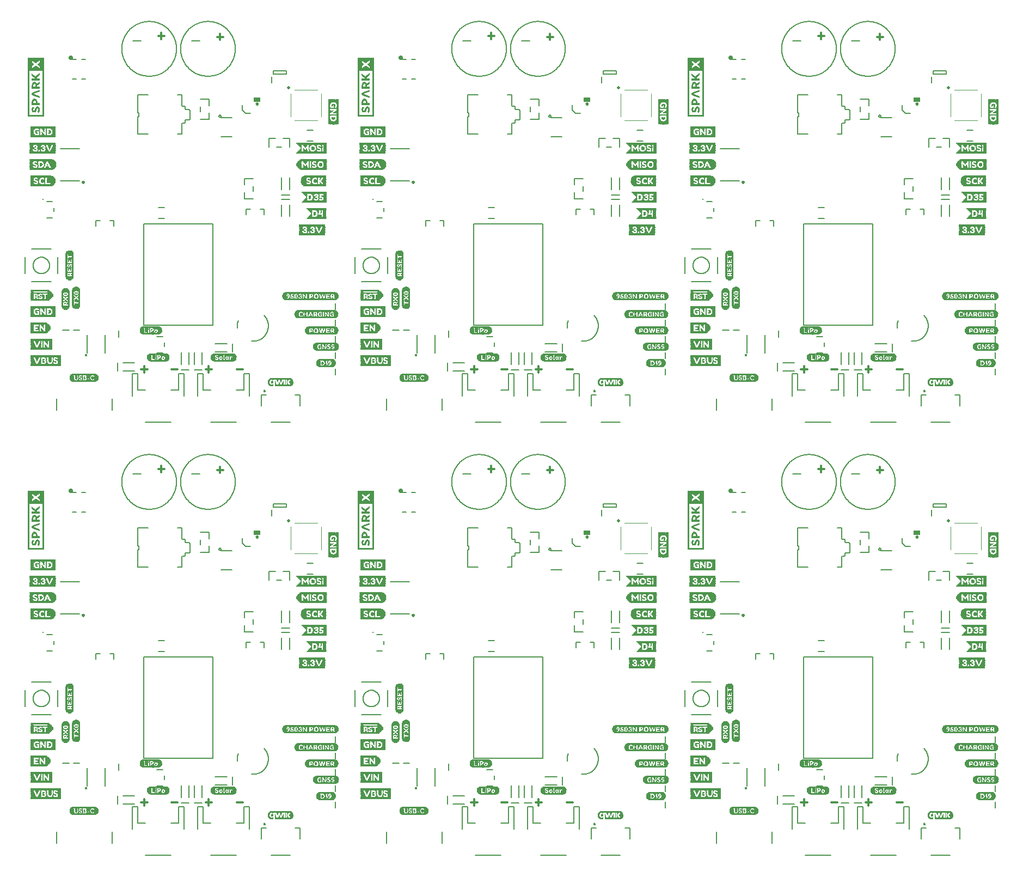
<source format=gto>
G04 EAGLE Gerber RS-274X export*
G75*
%MOMM*%
%FSLAX34Y34*%
%LPD*%
%INSilkscreen Top*%
%IPPOS*%
%AMOC8*
5,1,8,0,0,1.08239X$1,22.5*%
G01*
%ADD10C,0.304800*%
%ADD11C,0.330200*%
%ADD12R,4.040000X0.040000*%
%ADD13R,0.760000X0.040000*%
%ADD14R,1.000000X0.040000*%
%ADD15R,1.880000X0.040000*%
%ADD16R,0.640000X0.040000*%
%ADD17R,0.840000X0.040000*%
%ADD18R,0.280000X0.040000*%
%ADD19R,0.600000X0.040000*%
%ADD20R,0.480000X0.040000*%
%ADD21R,0.680000X0.040000*%
%ADD22R,0.200000X0.040000*%
%ADD23R,0.440000X0.040000*%
%ADD24R,0.560000X0.040000*%
%ADD25R,0.160000X0.040000*%
%ADD26R,0.520000X0.040000*%
%ADD27R,0.120000X0.040000*%
%ADD28R,0.080000X0.040000*%
%ADD29R,0.240000X0.040000*%
%ADD30R,0.400000X0.040000*%
%ADD31R,0.360000X0.040000*%
%ADD32R,0.320000X0.040000*%
%ADD33R,0.800000X0.040000*%
%ADD34R,0.920000X0.040000*%
%ADD35R,0.040000X0.040000*%
%ADD36R,0.720000X0.040000*%
%ADD37R,0.880000X0.040000*%
%ADD38R,3.880000X0.040000*%
%ADD39R,2.800000X0.040000*%
%ADD40R,3.280000X0.040000*%
%ADD41R,3.400000X0.040000*%
%ADD42R,3.480000X0.040000*%
%ADD43R,3.560000X0.040000*%
%ADD44R,3.600000X0.040000*%
%ADD45R,3.640000X0.040000*%
%ADD46R,3.680000X0.040000*%
%ADD47R,1.800000X0.040000*%
%ADD48R,1.240000X0.040000*%
%ADD49R,1.280000X0.040000*%
%ADD50R,1.320000X0.040000*%
%ADD51R,3.520000X0.040000*%
%ADD52R,3.720000X0.040000*%
%ADD53R,3.800000X0.040000*%
%ADD54R,3.840000X0.040000*%
%ADD55R,3.920000X0.040000*%
%ADD56R,3.040000X0.040000*%
%ADD57R,1.160000X0.040000*%
%ADD58R,1.120000X0.040000*%
%ADD59R,1.080000X0.040000*%
%ADD60R,1.040000X0.040000*%
%ADD61R,0.960000X0.040000*%
%ADD62C,0.203200*%
%ADD63C,0.152400*%
%ADD64C,0.150000*%
%ADD65R,4.290000X0.030000*%
%ADD66R,4.470000X0.030000*%
%ADD67R,4.590000X0.020000*%
%ADD68R,4.710000X0.040000*%
%ADD69R,4.770000X0.030000*%
%ADD70R,4.830000X0.030000*%
%ADD71R,4.890000X0.020000*%
%ADD72R,1.530000X0.030000*%
%ADD73R,0.480000X0.030000*%
%ADD74R,0.780000X0.030000*%
%ADD75R,1.980000X0.030000*%
%ADD76R,0.570000X0.040000*%
%ADD77R,0.330000X0.040000*%
%ADD78R,0.300000X0.040000*%
%ADD79R,0.090000X0.040000*%
%ADD80R,0.570000X0.030000*%
%ADD81R,0.360000X0.030000*%
%ADD82R,0.240000X0.030000*%
%ADD83R,0.090000X0.030000*%
%ADD84R,0.660000X0.030000*%
%ADD85R,0.600000X0.030000*%
%ADD86R,0.300000X0.030000*%
%ADD87R,0.210000X0.030000*%
%ADD88R,0.180000X0.030000*%
%ADD89R,0.630000X0.030000*%
%ADD90R,0.630000X0.040000*%
%ADD91R,0.180000X0.040000*%
%ADD92R,0.150000X0.040000*%
%ADD93R,0.150000X0.030000*%
%ADD94R,0.120000X0.030000*%
%ADD95R,0.510000X0.030000*%
%ADD96R,0.270000X0.030000*%
%ADD97R,0.660000X0.040000*%
%ADD98R,0.510000X0.040000*%
%ADD99R,0.060000X0.030000*%
%ADD100R,0.420000X0.030000*%
%ADD101R,0.060000X0.040000*%
%ADD102R,0.420000X0.040000*%
%ADD103R,0.030000X0.040000*%
%ADD104R,0.210000X0.040000*%
%ADD105R,0.690000X0.030000*%
%ADD106R,0.720000X0.030000*%
%ADD107R,0.330000X0.030000*%
%ADD108R,0.540000X0.030000*%
%ADD109R,0.540000X0.040000*%
%ADD110R,0.270000X0.040000*%
%ADD111R,0.390000X0.030000*%
%ADD112R,0.450000X0.040000*%
%ADD113R,0.750000X0.030000*%
%ADD114R,4.890000X0.030000*%
%ADD115R,4.710000X0.030000*%
%ADD116R,4.590000X0.030000*%
%ADD117R,5.910000X0.030000*%
%ADD118R,6.090000X0.030000*%
%ADD119R,6.210000X0.020000*%
%ADD120R,6.330000X0.040000*%
%ADD121R,6.390000X0.030000*%
%ADD122R,6.450000X0.030000*%
%ADD123R,6.510000X0.020000*%
%ADD124R,0.900000X0.030000*%
%ADD125R,2.820000X0.030000*%
%ADD126R,1.650000X0.030000*%
%ADD127R,0.810000X0.040000*%
%ADD128R,0.390000X0.040000*%
%ADD129R,0.690000X0.040000*%
%ADD130R,1.110000X0.030000*%
%ADD131R,1.140000X0.040000*%
%ADD132R,1.140000X0.030000*%
%ADD133R,0.030000X0.030000*%
%ADD134R,0.750000X0.040000*%
%ADD135R,0.810000X0.030000*%
%ADD136R,0.450000X0.030000*%
%ADD137R,6.510000X0.030000*%
%ADD138R,6.330000X0.030000*%
%ADD139R,6.210000X0.030000*%
%ADD140R,7.830000X0.030000*%
%ADD141R,8.010000X0.030000*%
%ADD142R,8.130000X0.020000*%
%ADD143R,8.250000X0.040000*%
%ADD144R,8.310000X0.030000*%
%ADD145R,8.370000X0.030000*%
%ADD146R,8.430000X0.020000*%
%ADD147R,2.370000X0.030000*%
%ADD148R,0.960000X0.030000*%
%ADD149R,0.930000X0.040000*%
%ADD150R,0.840000X0.030000*%
%ADD151R,8.430000X0.030000*%
%ADD152R,8.250000X0.030000*%
%ADD153R,8.130000X0.030000*%
%ADD154C,0.508000*%
%ADD155C,0.100000*%
%ADD156C,0.200000*%
%ADD157C,0.254000*%
%ADD158C,0.127000*%
%ADD159C,0.254000*%
%ADD160C,0.400000*%
%ADD161R,0.040000X3.880000*%
%ADD162R,0.040000X0.840000*%
%ADD163R,0.040000X2.800000*%
%ADD164R,0.040000X0.760000*%
%ADD165R,0.040000X0.320000*%
%ADD166R,0.040000X0.480000*%
%ADD167R,0.040000X0.160000*%
%ADD168R,0.040000X0.680000*%
%ADD169R,0.040000X0.200000*%
%ADD170R,0.040000X0.400000*%
%ADD171R,0.040000X0.120000*%
%ADD172R,0.040000X0.640000*%
%ADD173R,0.040000X0.360000*%
%ADD174R,0.040000X0.560000*%
%ADD175R,0.040000X0.600000*%
%ADD176R,0.040000X0.520000*%
%ADD177R,0.040000X0.280000*%
%ADD178R,0.040000X0.240000*%
%ADD179R,0.040000X0.720000*%
%ADD180R,0.040000X0.440000*%
%ADD181R,0.040000X0.080000*%
%ADD182R,0.040000X0.800000*%
%ADD183R,3.760000X0.040000*%
%ADD184R,3.090000X0.030000*%
%ADD185R,3.270000X0.030000*%
%ADD186R,3.390000X0.020000*%
%ADD187R,3.510000X0.040000*%
%ADD188R,3.570000X0.030000*%
%ADD189R,3.630000X0.030000*%
%ADD190R,3.690000X0.020000*%
%ADD191R,1.260000X0.030000*%
%ADD192R,0.990000X0.030000*%
%ADD193R,3.690000X0.030000*%
%ADD194R,3.510000X0.030000*%
%ADD195R,3.390000X0.030000*%
%ADD196R,4.680000X0.040000*%
%ADD197R,2.400000X0.040000*%
%ADD198R,2.130000X0.030000*%
%ADD199R,2.310000X0.030000*%
%ADD200R,2.430000X0.020000*%
%ADD201R,2.550000X0.040000*%
%ADD202R,2.610000X0.030000*%
%ADD203R,2.670000X0.030000*%
%ADD204R,2.730000X0.020000*%
%ADD205R,1.920000X0.030000*%
%ADD206R,0.780000X0.040000*%
%ADD207R,2.730000X0.030000*%
%ADD208R,2.550000X0.030000*%
%ADD209R,2.430000X0.030000*%
%ADD210R,3.320000X0.040000*%
%ADD211R,1.960000X0.040000*%
%ADD212R,0.030000X2.610000*%
%ADD213R,0.030000X2.730000*%
%ADD214R,0.020000X2.850000*%
%ADD215R,0.040000X2.970000*%
%ADD216R,0.030000X3.030000*%
%ADD217R,0.030000X3.090000*%
%ADD218R,0.020000X3.150000*%
%ADD219R,0.030000X1.350000*%
%ADD220R,0.030000X0.480000*%
%ADD221R,0.030000X0.360000*%
%ADD222R,0.030000X0.750000*%
%ADD223R,0.040000X0.540000*%
%ADD224R,0.040000X0.090000*%
%ADD225R,0.040000X0.420000*%
%ADD226R,0.040000X0.690000*%
%ADD227R,0.030000X0.540000*%
%ADD228R,0.030000X0.180000*%
%ADD229R,0.030000X0.660000*%
%ADD230R,0.030000X0.570000*%
%ADD231R,0.030000X0.300000*%
%ADD232R,0.030000X0.120000*%
%ADD233R,0.030000X0.240000*%
%ADD234R,0.030000X0.630000*%
%ADD235R,0.040000X0.630000*%
%ADD236R,0.040000X0.180000*%
%ADD237R,0.040000X0.150000*%
%ADD238R,0.040000X0.660000*%
%ADD239R,0.030000X0.870000*%
%ADD240R,0.030000X0.390000*%
%ADD241R,0.030000X0.150000*%
%ADD242R,0.030000X0.900000*%
%ADD243R,0.030000X0.420000*%
%ADD244R,0.030000X0.090000*%
%ADD245R,0.030000X0.450000*%
%ADD246R,0.030000X0.060000*%
%ADD247R,0.040000X0.900000*%
%ADD248R,0.030000X0.510000*%
%ADD249R,0.030000X0.210000*%
%ADD250R,0.030000X0.270000*%
%ADD251R,0.040000X0.570000*%
%ADD252R,0.040000X0.300000*%
%ADD253R,0.040000X0.210000*%
%ADD254R,0.040000X0.870000*%
%ADD255R,0.030000X0.840000*%
%ADD256R,0.030000X0.330000*%
%ADD257R,0.030000X0.810000*%
%ADD258R,0.040000X0.810000*%
%ADD259R,0.040000X0.390000*%
%ADD260R,0.030000X0.690000*%
%ADD261R,0.030000X3.150000*%
%ADD262R,0.030000X2.970000*%
%ADD263R,0.030000X2.850000*%
%ADD264R,0.030000X2.430000*%
%ADD265R,0.020000X2.730000*%
%ADD266R,0.040000X2.850000*%
%ADD267R,0.030000X2.910000*%
%ADD268R,0.020000X3.030000*%
%ADD269R,0.030000X1.230000*%
%ADD270R,0.030000X0.720000*%
%ADD271R,0.030000X0.600000*%
%ADD272R,0.040000X0.270000*%
%ADD273R,0.040000X0.060000*%
%ADD274R,1.830000X0.020000*%
%ADD275R,1.740000X0.020000*%
%ADD276R,1.770000X0.030000*%
%ADD277R,0.870000X0.040000*%
%ADD278R,1.770000X0.040000*%
%ADD279R,1.800000X0.030000*%
%ADD280R,1.830000X0.040000*%
%ADD281R,1.830000X0.030000*%
%ADD282R,0.870000X0.030000*%
%ADD283R,0.930000X0.030000*%
%ADD284R,0.990000X0.040000*%
%ADD285R,2.850000X0.020000*%
%ADD286R,2.970000X0.040000*%
%ADD287R,3.030000X0.030000*%
%ADD288R,1.170000X0.020000*%
%ADD289R,1.860000X0.020000*%
%ADD290R,1.170000X0.030000*%
%ADD291R,1.860000X0.030000*%
%ADD292R,1.350000X0.040000*%
%ADD293R,1.320000X0.030000*%
%ADD294R,1.290000X0.030000*%
%ADD295R,1.290000X0.040000*%
%ADD296R,3.150000X0.030000*%
%ADD297R,2.970000X0.030000*%
%ADD298R,2.850000X0.030000*%
%ADD299R,0.030000X3.750000*%
%ADD300R,0.030000X3.930000*%
%ADD301R,0.020000X4.050000*%
%ADD302R,0.040000X4.170000*%
%ADD303R,0.030000X4.230000*%
%ADD304R,0.030000X4.290000*%
%ADD305R,0.020000X4.350000*%
%ADD306R,0.030000X2.070000*%
%ADD307R,0.030000X2.190000*%
%ADD308R,0.040000X0.510000*%
%ADD309R,0.040000X0.750000*%
%ADD310R,0.040000X0.450000*%
%ADD311R,0.040000X0.330000*%
%ADD312R,0.030000X0.780000*%
%ADD313R,0.030000X4.350000*%
%ADD314R,0.030000X4.170000*%
%ADD315R,0.030000X4.050000*%
%ADD316R,3.750000X0.030000*%
%ADD317R,3.870000X0.020000*%
%ADD318R,3.990000X0.040000*%
%ADD319R,4.050000X0.030000*%
%ADD320R,4.110000X0.030000*%
%ADD321R,4.170000X0.020000*%
%ADD322R,1.470000X0.030000*%
%ADD323R,1.080000X0.030000*%
%ADD324R,1.110000X0.040000*%
%ADD325R,1.050000X0.030000*%
%ADD326R,4.170000X0.030000*%
%ADD327R,3.990000X0.030000*%
%ADD328R,3.870000X0.030000*%
%ADD329R,2.480000X0.040000*%
%ADD330R,2.520000X0.040000*%
%ADD331R,2.600000X0.040000*%
%ADD332R,2.640000X0.040000*%
%ADD333R,2.680000X0.040000*%
%ADD334R,2.720000X0.040000*%
%ADD335R,2.760000X0.040000*%
%ADD336R,2.880000X0.040000*%
%ADD337R,2.920000X0.040000*%
%ADD338R,2.960000X0.040000*%
%ADD339R,3.240000X0.040000*%
%ADD340R,3.360000X0.040000*%
%ADD341R,3.000000X0.040000*%
%ADD342R,1.520000X0.040000*%
%ADD343R,4.080000X0.040000*%
%ADD344R,4.120000X0.040000*%
%ADD345R,4.200000X0.040000*%
%ADD346R,4.240000X0.040000*%
%ADD347R,4.280000X0.040000*%
%ADD348R,4.320000X0.040000*%
%ADD349R,4.360000X0.040000*%
%ADD350R,2.360000X0.040000*%
%ADD351R,4.760000X0.040000*%
%ADD352R,4.720000X0.040000*%
%ADD353R,4.640000X0.040000*%
%ADD354R,4.600000X0.040000*%
%ADD355R,4.560000X0.040000*%
%ADD356R,4.520000X0.040000*%
%ADD357R,2.240000X0.040000*%
%ADD358R,3.080000X0.040000*%
%ADD359R,2.840000X0.040000*%
%ADD360R,1.760000X0.040000*%

G36*
X1070867Y1154417D02*
X1070867Y1154417D01*
X1070861Y1154424D01*
X1070869Y1154430D01*
X1070869Y1245870D01*
X1070833Y1245917D01*
X1070825Y1245912D01*
X1070819Y1245919D01*
X1045509Y1245919D01*
X1045461Y1245883D01*
X1045467Y1245876D01*
X1045459Y1245870D01*
X1045459Y1154430D01*
X1045495Y1154383D01*
X1045503Y1154388D01*
X1045509Y1154381D01*
X1070819Y1154381D01*
X1070867Y1154417D01*
G37*
G36*
X44707Y1154417D02*
X44707Y1154417D01*
X44701Y1154424D01*
X44709Y1154430D01*
X44709Y1245870D01*
X44673Y1245917D01*
X44665Y1245912D01*
X44659Y1245919D01*
X19349Y1245919D01*
X19301Y1245883D01*
X19307Y1245876D01*
X19299Y1245870D01*
X19299Y1154430D01*
X19335Y1154383D01*
X19343Y1154388D01*
X19349Y1154381D01*
X44659Y1154381D01*
X44707Y1154417D01*
G37*
G36*
X557787Y1154417D02*
X557787Y1154417D01*
X557781Y1154424D01*
X557789Y1154430D01*
X557789Y1245870D01*
X557753Y1245917D01*
X557745Y1245912D01*
X557739Y1245919D01*
X532429Y1245919D01*
X532381Y1245883D01*
X532387Y1245876D01*
X532379Y1245870D01*
X532379Y1154430D01*
X532415Y1154383D01*
X532423Y1154388D01*
X532429Y1154381D01*
X557739Y1154381D01*
X557787Y1154417D01*
G37*
G36*
X557787Y481317D02*
X557787Y481317D01*
X557781Y481324D01*
X557789Y481330D01*
X557789Y572770D01*
X557753Y572817D01*
X557745Y572812D01*
X557739Y572819D01*
X532429Y572819D01*
X532381Y572783D01*
X532387Y572776D01*
X532379Y572770D01*
X532379Y481330D01*
X532415Y481283D01*
X532423Y481288D01*
X532429Y481281D01*
X557739Y481281D01*
X557787Y481317D01*
G37*
G36*
X44673Y572817D02*
X44673Y572817D01*
X44665Y572812D01*
X44659Y572819D01*
X19349Y572819D01*
X19301Y572783D01*
X19307Y572776D01*
X19299Y572770D01*
X19299Y481330D01*
X19335Y481283D01*
X19343Y481288D01*
X19349Y481281D01*
X44659Y481281D01*
X44707Y481317D01*
X44701Y481324D01*
X44709Y481330D01*
X44709Y572770D01*
X44673Y572817D01*
G37*
G36*
X1070867Y481317D02*
X1070867Y481317D01*
X1070861Y481324D01*
X1070869Y481330D01*
X1070869Y572770D01*
X1070833Y572817D01*
X1070825Y572812D01*
X1070819Y572819D01*
X1045509Y572819D01*
X1045461Y572783D01*
X1045467Y572776D01*
X1045459Y572770D01*
X1045459Y481330D01*
X1045495Y481283D01*
X1045503Y481288D01*
X1045509Y481281D01*
X1070819Y481281D01*
X1070867Y481317D01*
G37*
%LPC*%
G36*
X21748Y1156829D02*
X21748Y1156829D01*
X21748Y1225393D01*
X42260Y1225393D01*
X42260Y1156829D01*
X21748Y1156829D01*
G37*
%LPD*%
%LPC*%
G36*
X534828Y1156829D02*
X534828Y1156829D01*
X534828Y1225393D01*
X555340Y1225393D01*
X555340Y1156829D01*
X534828Y1156829D01*
G37*
%LPD*%
%LPC*%
G36*
X1047908Y1156829D02*
X1047908Y1156829D01*
X1047908Y1225393D01*
X1068420Y1225393D01*
X1068420Y1156829D01*
X1047908Y1156829D01*
G37*
%LPD*%
%LPC*%
G36*
X1047908Y483729D02*
X1047908Y483729D01*
X1047908Y552293D01*
X1068420Y552293D01*
X1068420Y483729D01*
X1047908Y483729D01*
G37*
%LPD*%
%LPC*%
G36*
X534828Y483729D02*
X534828Y483729D01*
X534828Y552293D01*
X555340Y552293D01*
X555340Y483729D01*
X534828Y483729D01*
G37*
%LPD*%
%LPC*%
G36*
X42260Y483729D02*
X42260Y483729D01*
X21748Y483729D01*
X21748Y552293D01*
X42260Y552293D01*
X42260Y483729D01*
G37*
%LPD*%
G36*
X914270Y62168D02*
X914270Y62168D01*
X914292Y62171D01*
X914300Y62188D01*
X914309Y62193D01*
X914307Y62203D01*
X914314Y62218D01*
X914326Y62634D01*
X914326Y62635D01*
X914326Y65814D01*
X914320Y65823D01*
X914323Y65834D01*
X914303Y65850D01*
X914290Y65871D01*
X914279Y65869D01*
X914270Y65876D01*
X914227Y65862D01*
X914222Y65861D01*
X914222Y65860D01*
X914221Y65860D01*
X913904Y65562D01*
X913493Y65247D01*
X913028Y65025D01*
X912525Y64905D01*
X912008Y64871D01*
X911490Y64919D01*
X910985Y65037D01*
X910501Y65222D01*
X910052Y65479D01*
X909666Y65824D01*
X909341Y66228D01*
X909076Y66674D01*
X908869Y67150D01*
X908744Y67656D01*
X908671Y68174D01*
X908635Y68695D01*
X908675Y69216D01*
X908758Y69732D01*
X908890Y70236D01*
X909106Y70708D01*
X909388Y71143D01*
X909730Y71531D01*
X910130Y71858D01*
X910583Y72110D01*
X911076Y72269D01*
X911588Y72357D01*
X912107Y72390D01*
X912622Y72334D01*
X913117Y72185D01*
X913575Y71948D01*
X913980Y71619D01*
X913981Y71618D01*
X913982Y71617D01*
X914226Y71432D01*
X914234Y71432D01*
X914238Y71425D01*
X914266Y71429D01*
X914294Y71427D01*
X914297Y71434D01*
X914305Y71435D01*
X914326Y71482D01*
X914326Y72087D01*
X914337Y72313D01*
X916637Y72313D01*
X916633Y72067D01*
X916641Y72055D01*
X916661Y62409D01*
X916661Y62408D01*
X916661Y62406D01*
X916670Y62216D01*
X916682Y62199D01*
X916685Y62178D01*
X916703Y62170D01*
X916710Y62161D01*
X916719Y62163D01*
X916733Y62157D01*
X939311Y62159D01*
X939313Y62160D01*
X939317Y62159D01*
X940371Y62265D01*
X940374Y62267D01*
X940378Y62266D01*
X940893Y62378D01*
X940896Y62380D01*
X940900Y62379D01*
X941905Y62708D01*
X941909Y62712D01*
X941916Y62713D01*
X942847Y63218D01*
X942849Y63222D01*
X942856Y63224D01*
X943685Y63880D01*
X943686Y63883D01*
X943690Y63885D01*
X944067Y64253D01*
X944068Y64256D01*
X944072Y64258D01*
X944739Y65081D01*
X944739Y65086D01*
X944745Y65090D01*
X945251Y66021D01*
X945250Y66026D01*
X945254Y66030D01*
X945438Y66524D01*
X945437Y66526D01*
X945439Y66528D01*
X945596Y67033D01*
X945595Y67035D01*
X945597Y67037D01*
X945721Y67550D01*
X945719Y67554D01*
X945722Y67558D01*
X945829Y68612D01*
X945826Y68617D01*
X945829Y68624D01*
X945739Y69678D01*
X945738Y69680D01*
X945739Y69684D01*
X945648Y70203D01*
X945646Y70206D01*
X945646Y70211D01*
X945332Y71223D01*
X945328Y71226D01*
X945328Y71234D01*
X944827Y72167D01*
X944824Y72168D01*
X944823Y72173D01*
X944520Y72605D01*
X944518Y72606D01*
X944517Y72609D01*
X944180Y73018D01*
X944179Y73018D01*
X944178Y73020D01*
X944148Y73054D01*
X944091Y73116D01*
X944091Y73117D01*
X944034Y73179D01*
X943977Y73242D01*
X943864Y73367D01*
X943864Y73368D01*
X943824Y73411D01*
X943820Y73412D01*
X943817Y73418D01*
X943000Y74092D01*
X942995Y74092D01*
X942991Y74098D01*
X942066Y74613D01*
X942063Y74613D01*
X942059Y74616D01*
X941573Y74818D01*
X941570Y74818D01*
X941566Y74821D01*
X940552Y75122D01*
X940547Y75121D01*
X940541Y75124D01*
X939486Y75231D01*
X939297Y75250D01*
X939294Y75248D01*
X939291Y75250D01*
X912275Y75250D01*
X912273Y75248D01*
X912269Y75250D01*
X911215Y75145D01*
X911212Y75143D01*
X911209Y75144D01*
X910692Y75040D01*
X910690Y75038D01*
X910685Y75039D01*
X909677Y74716D01*
X909673Y74712D01*
X909666Y74712D01*
X908735Y74206D01*
X908733Y74203D01*
X908727Y74202D01*
X908303Y73888D01*
X908302Y73887D01*
X908300Y73886D01*
X907891Y73549D01*
X907891Y73547D01*
X907888Y73546D01*
X907506Y73183D01*
X907505Y73179D01*
X907501Y73177D01*
X906828Y72359D01*
X906828Y72354D01*
X906822Y72349D01*
X906316Y71418D01*
X906316Y71414D01*
X906313Y71410D01*
X906123Y70919D01*
X906123Y70917D01*
X906121Y70914D01*
X905964Y70409D01*
X905965Y70407D01*
X905963Y70406D01*
X905832Y69894D01*
X905834Y69890D01*
X905831Y69885D01*
X905724Y68831D01*
X905726Y68827D01*
X905724Y68821D01*
X905753Y68294D01*
X905754Y68293D01*
X905753Y68291D01*
X905806Y67764D01*
X905807Y67763D01*
X905807Y67761D01*
X905890Y67240D01*
X905893Y67237D01*
X905892Y67231D01*
X906206Y66219D01*
X906210Y66216D01*
X906211Y66209D01*
X906705Y65273D01*
X906708Y65271D01*
X906708Y65267D01*
X907005Y64831D01*
X907008Y64830D01*
X907009Y64825D01*
X907126Y64688D01*
X907180Y64625D01*
X907233Y64563D01*
X907394Y64374D01*
X907447Y64312D01*
X907501Y64249D01*
X907554Y64186D01*
X907696Y64020D01*
X907700Y64019D01*
X907703Y64013D01*
X908521Y63338D01*
X908525Y63338D01*
X908530Y63332D01*
X909451Y62812D01*
X909454Y62812D01*
X909457Y62809D01*
X909941Y62600D01*
X909944Y62600D01*
X909947Y62597D01*
X910960Y62288D01*
X910965Y62290D01*
X910972Y62286D01*
X912026Y62180D01*
X912028Y62181D01*
X912030Y62180D01*
X912558Y62157D01*
X912559Y62157D01*
X912561Y62157D01*
X914252Y62157D01*
X914270Y62168D01*
G37*
G36*
X1427350Y62168D02*
X1427350Y62168D01*
X1427372Y62171D01*
X1427380Y62188D01*
X1427389Y62193D01*
X1427387Y62203D01*
X1427394Y62218D01*
X1427406Y62634D01*
X1427406Y62635D01*
X1427406Y65814D01*
X1427400Y65823D01*
X1427403Y65834D01*
X1427383Y65850D01*
X1427370Y65871D01*
X1427359Y65869D01*
X1427350Y65876D01*
X1427307Y65862D01*
X1427302Y65861D01*
X1427302Y65860D01*
X1427301Y65860D01*
X1426984Y65562D01*
X1426573Y65247D01*
X1426108Y65025D01*
X1425605Y64905D01*
X1425088Y64871D01*
X1424570Y64919D01*
X1424065Y65037D01*
X1423581Y65222D01*
X1423132Y65479D01*
X1422746Y65824D01*
X1422421Y66228D01*
X1422156Y66674D01*
X1421949Y67150D01*
X1421824Y67656D01*
X1421751Y68174D01*
X1421715Y68695D01*
X1421755Y69216D01*
X1421838Y69732D01*
X1421970Y70236D01*
X1422186Y70708D01*
X1422468Y71143D01*
X1422810Y71531D01*
X1423210Y71858D01*
X1423663Y72110D01*
X1424156Y72269D01*
X1424668Y72357D01*
X1425187Y72390D01*
X1425702Y72334D01*
X1426197Y72185D01*
X1426655Y71948D01*
X1427060Y71619D01*
X1427061Y71618D01*
X1427062Y71617D01*
X1427306Y71432D01*
X1427314Y71432D01*
X1427318Y71425D01*
X1427346Y71429D01*
X1427374Y71427D01*
X1427377Y71434D01*
X1427385Y71435D01*
X1427406Y71482D01*
X1427406Y72087D01*
X1427417Y72313D01*
X1429717Y72313D01*
X1429713Y72067D01*
X1429721Y72055D01*
X1429741Y62409D01*
X1429741Y62408D01*
X1429741Y62406D01*
X1429750Y62216D01*
X1429762Y62199D01*
X1429765Y62178D01*
X1429783Y62170D01*
X1429790Y62161D01*
X1429799Y62163D01*
X1429813Y62157D01*
X1452391Y62159D01*
X1452393Y62160D01*
X1452397Y62159D01*
X1453451Y62265D01*
X1453454Y62267D01*
X1453458Y62266D01*
X1453973Y62378D01*
X1453976Y62380D01*
X1453980Y62379D01*
X1454985Y62708D01*
X1454989Y62712D01*
X1454996Y62713D01*
X1455927Y63218D01*
X1455929Y63222D01*
X1455936Y63224D01*
X1456765Y63880D01*
X1456766Y63883D01*
X1456770Y63885D01*
X1457147Y64253D01*
X1457148Y64256D01*
X1457152Y64258D01*
X1457819Y65081D01*
X1457819Y65086D01*
X1457825Y65090D01*
X1458331Y66021D01*
X1458330Y66026D01*
X1458334Y66030D01*
X1458518Y66524D01*
X1458517Y66526D01*
X1458519Y66528D01*
X1458676Y67033D01*
X1458675Y67035D01*
X1458677Y67037D01*
X1458801Y67550D01*
X1458799Y67554D01*
X1458802Y67558D01*
X1458909Y68612D01*
X1458906Y68617D01*
X1458909Y68624D01*
X1458819Y69678D01*
X1458818Y69680D01*
X1458819Y69684D01*
X1458728Y70203D01*
X1458726Y70206D01*
X1458726Y70211D01*
X1458412Y71223D01*
X1458408Y71226D01*
X1458408Y71234D01*
X1457907Y72167D01*
X1457904Y72168D01*
X1457903Y72173D01*
X1457600Y72605D01*
X1457598Y72606D01*
X1457597Y72609D01*
X1457260Y73018D01*
X1457259Y73018D01*
X1457258Y73020D01*
X1457228Y73054D01*
X1457171Y73116D01*
X1457171Y73117D01*
X1457114Y73179D01*
X1457057Y73242D01*
X1456944Y73367D01*
X1456944Y73368D01*
X1456904Y73411D01*
X1456900Y73412D01*
X1456897Y73418D01*
X1456080Y74092D01*
X1456075Y74092D01*
X1456071Y74098D01*
X1455146Y74613D01*
X1455143Y74613D01*
X1455139Y74616D01*
X1454653Y74818D01*
X1454650Y74818D01*
X1454646Y74821D01*
X1453632Y75122D01*
X1453627Y75121D01*
X1453621Y75124D01*
X1452566Y75231D01*
X1452377Y75250D01*
X1452374Y75248D01*
X1452371Y75250D01*
X1425355Y75250D01*
X1425353Y75248D01*
X1425349Y75250D01*
X1424295Y75145D01*
X1424292Y75143D01*
X1424289Y75144D01*
X1423772Y75040D01*
X1423770Y75038D01*
X1423765Y75039D01*
X1422757Y74716D01*
X1422753Y74712D01*
X1422746Y74712D01*
X1421815Y74206D01*
X1421813Y74203D01*
X1421807Y74202D01*
X1421383Y73888D01*
X1421382Y73887D01*
X1421380Y73886D01*
X1420971Y73549D01*
X1420971Y73547D01*
X1420968Y73546D01*
X1420586Y73183D01*
X1420585Y73179D01*
X1420581Y73177D01*
X1419908Y72359D01*
X1419908Y72354D01*
X1419902Y72349D01*
X1419396Y71418D01*
X1419396Y71414D01*
X1419393Y71410D01*
X1419203Y70919D01*
X1419203Y70917D01*
X1419201Y70914D01*
X1419044Y70409D01*
X1419045Y70407D01*
X1419043Y70406D01*
X1418912Y69894D01*
X1418914Y69890D01*
X1418911Y69885D01*
X1418804Y68831D01*
X1418806Y68827D01*
X1418804Y68821D01*
X1418833Y68294D01*
X1418834Y68293D01*
X1418833Y68291D01*
X1418886Y67764D01*
X1418887Y67763D01*
X1418887Y67761D01*
X1418970Y67240D01*
X1418973Y67237D01*
X1418972Y67231D01*
X1419286Y66219D01*
X1419290Y66216D01*
X1419291Y66209D01*
X1419785Y65273D01*
X1419788Y65271D01*
X1419788Y65267D01*
X1420085Y64831D01*
X1420088Y64830D01*
X1420089Y64825D01*
X1420206Y64688D01*
X1420260Y64625D01*
X1420313Y64563D01*
X1420474Y64374D01*
X1420527Y64312D01*
X1420581Y64249D01*
X1420634Y64186D01*
X1420776Y64020D01*
X1420780Y64019D01*
X1420783Y64013D01*
X1421601Y63338D01*
X1421605Y63338D01*
X1421610Y63332D01*
X1422531Y62812D01*
X1422534Y62812D01*
X1422537Y62809D01*
X1423021Y62600D01*
X1423024Y62600D01*
X1423027Y62597D01*
X1424040Y62288D01*
X1424045Y62290D01*
X1424052Y62286D01*
X1425106Y62180D01*
X1425108Y62181D01*
X1425110Y62180D01*
X1425638Y62157D01*
X1425639Y62157D01*
X1425641Y62157D01*
X1427332Y62157D01*
X1427350Y62168D01*
G37*
G36*
X1427350Y735268D02*
X1427350Y735268D01*
X1427372Y735271D01*
X1427380Y735288D01*
X1427389Y735293D01*
X1427387Y735303D01*
X1427394Y735318D01*
X1427406Y735734D01*
X1427406Y735735D01*
X1427406Y738914D01*
X1427400Y738923D01*
X1427403Y738934D01*
X1427383Y738950D01*
X1427370Y738971D01*
X1427359Y738969D01*
X1427350Y738976D01*
X1427307Y738962D01*
X1427302Y738961D01*
X1427302Y738960D01*
X1427301Y738960D01*
X1426984Y738662D01*
X1426573Y738347D01*
X1426108Y738125D01*
X1425605Y738005D01*
X1425088Y737971D01*
X1424570Y738019D01*
X1424065Y738137D01*
X1423581Y738322D01*
X1423132Y738579D01*
X1422746Y738924D01*
X1422421Y739328D01*
X1422156Y739774D01*
X1421949Y740250D01*
X1421824Y740756D01*
X1421751Y741274D01*
X1421715Y741795D01*
X1421755Y742316D01*
X1421838Y742832D01*
X1421970Y743336D01*
X1422186Y743808D01*
X1422468Y744243D01*
X1422810Y744631D01*
X1423210Y744958D01*
X1423663Y745210D01*
X1424156Y745369D01*
X1424668Y745457D01*
X1425187Y745490D01*
X1425702Y745434D01*
X1426197Y745285D01*
X1426655Y745048D01*
X1427060Y744719D01*
X1427061Y744718D01*
X1427062Y744717D01*
X1427306Y744532D01*
X1427314Y744532D01*
X1427318Y744525D01*
X1427346Y744529D01*
X1427374Y744527D01*
X1427377Y744534D01*
X1427385Y744535D01*
X1427406Y744582D01*
X1427406Y745187D01*
X1427417Y745413D01*
X1429717Y745413D01*
X1429713Y745167D01*
X1429721Y745155D01*
X1429741Y735509D01*
X1429741Y735508D01*
X1429741Y735506D01*
X1429750Y735316D01*
X1429762Y735299D01*
X1429765Y735278D01*
X1429783Y735270D01*
X1429790Y735261D01*
X1429799Y735263D01*
X1429813Y735257D01*
X1452391Y735259D01*
X1452393Y735260D01*
X1452397Y735259D01*
X1453451Y735365D01*
X1453454Y735367D01*
X1453458Y735366D01*
X1453973Y735478D01*
X1453976Y735480D01*
X1453980Y735479D01*
X1454985Y735808D01*
X1454989Y735812D01*
X1454996Y735813D01*
X1455927Y736318D01*
X1455929Y736322D01*
X1455936Y736324D01*
X1456765Y736980D01*
X1456766Y736983D01*
X1456770Y736985D01*
X1457147Y737353D01*
X1457148Y737356D01*
X1457152Y737358D01*
X1457819Y738181D01*
X1457819Y738186D01*
X1457825Y738190D01*
X1458331Y739121D01*
X1458330Y739126D01*
X1458334Y739130D01*
X1458518Y739624D01*
X1458517Y739626D01*
X1458519Y739628D01*
X1458676Y740133D01*
X1458675Y740135D01*
X1458677Y740137D01*
X1458801Y740650D01*
X1458799Y740654D01*
X1458802Y740658D01*
X1458909Y741712D01*
X1458906Y741717D01*
X1458909Y741724D01*
X1458819Y742778D01*
X1458818Y742780D01*
X1458819Y742784D01*
X1458728Y743303D01*
X1458726Y743306D01*
X1458726Y743311D01*
X1458412Y744323D01*
X1458408Y744326D01*
X1458408Y744334D01*
X1457907Y745267D01*
X1457904Y745268D01*
X1457903Y745273D01*
X1457600Y745705D01*
X1457598Y745706D01*
X1457597Y745709D01*
X1457260Y746118D01*
X1457259Y746118D01*
X1457258Y746120D01*
X1457228Y746154D01*
X1457171Y746216D01*
X1457171Y746217D01*
X1457114Y746279D01*
X1457057Y746342D01*
X1456944Y746467D01*
X1456944Y746468D01*
X1456904Y746511D01*
X1456900Y746512D01*
X1456897Y746518D01*
X1456080Y747192D01*
X1456075Y747192D01*
X1456071Y747198D01*
X1455146Y747713D01*
X1455143Y747713D01*
X1455139Y747716D01*
X1454653Y747918D01*
X1454650Y747918D01*
X1454646Y747921D01*
X1453632Y748222D01*
X1453627Y748221D01*
X1453621Y748224D01*
X1452566Y748331D01*
X1452377Y748350D01*
X1452374Y748348D01*
X1452371Y748350D01*
X1425355Y748350D01*
X1425353Y748348D01*
X1425349Y748350D01*
X1424295Y748245D01*
X1424292Y748243D01*
X1424289Y748244D01*
X1423772Y748140D01*
X1423770Y748138D01*
X1423765Y748139D01*
X1422757Y747816D01*
X1422753Y747812D01*
X1422746Y747812D01*
X1421815Y747306D01*
X1421813Y747303D01*
X1421807Y747302D01*
X1421383Y746988D01*
X1421382Y746987D01*
X1421380Y746986D01*
X1420971Y746649D01*
X1420971Y746647D01*
X1420968Y746646D01*
X1420586Y746283D01*
X1420585Y746279D01*
X1420581Y746277D01*
X1419908Y745459D01*
X1419908Y745454D01*
X1419902Y745449D01*
X1419396Y744518D01*
X1419396Y744514D01*
X1419393Y744510D01*
X1419203Y744019D01*
X1419203Y744017D01*
X1419201Y744014D01*
X1419044Y743509D01*
X1419045Y743507D01*
X1419043Y743506D01*
X1418912Y742994D01*
X1418914Y742990D01*
X1418911Y742985D01*
X1418804Y741931D01*
X1418806Y741927D01*
X1418804Y741921D01*
X1418833Y741394D01*
X1418834Y741393D01*
X1418833Y741391D01*
X1418886Y740864D01*
X1418887Y740863D01*
X1418887Y740861D01*
X1418970Y740340D01*
X1418973Y740337D01*
X1418972Y740331D01*
X1419286Y739319D01*
X1419290Y739316D01*
X1419291Y739309D01*
X1419785Y738373D01*
X1419788Y738371D01*
X1419788Y738367D01*
X1420085Y737931D01*
X1420088Y737930D01*
X1420089Y737925D01*
X1420206Y737788D01*
X1420260Y737725D01*
X1420313Y737663D01*
X1420474Y737474D01*
X1420527Y737412D01*
X1420581Y737349D01*
X1420634Y737286D01*
X1420776Y737120D01*
X1420780Y737119D01*
X1420783Y737113D01*
X1421601Y736438D01*
X1421605Y736438D01*
X1421610Y736432D01*
X1422531Y735912D01*
X1422534Y735912D01*
X1422537Y735909D01*
X1423021Y735700D01*
X1423024Y735700D01*
X1423027Y735697D01*
X1424040Y735388D01*
X1424045Y735390D01*
X1424052Y735386D01*
X1425106Y735280D01*
X1425108Y735281D01*
X1425110Y735280D01*
X1425638Y735257D01*
X1425639Y735257D01*
X1425641Y735257D01*
X1427332Y735257D01*
X1427350Y735268D01*
G37*
G36*
X914270Y735268D02*
X914270Y735268D01*
X914292Y735271D01*
X914300Y735288D01*
X914309Y735293D01*
X914307Y735303D01*
X914314Y735318D01*
X914326Y735734D01*
X914326Y735735D01*
X914326Y738914D01*
X914320Y738923D01*
X914323Y738934D01*
X914303Y738950D01*
X914290Y738971D01*
X914279Y738969D01*
X914270Y738976D01*
X914227Y738962D01*
X914222Y738961D01*
X914222Y738960D01*
X914221Y738960D01*
X913904Y738662D01*
X913493Y738347D01*
X913028Y738125D01*
X912525Y738005D01*
X912008Y737971D01*
X911490Y738019D01*
X910985Y738137D01*
X910501Y738322D01*
X910052Y738579D01*
X909666Y738924D01*
X909341Y739328D01*
X909076Y739774D01*
X908869Y740250D01*
X908744Y740756D01*
X908671Y741274D01*
X908635Y741795D01*
X908675Y742316D01*
X908758Y742832D01*
X908890Y743336D01*
X909106Y743808D01*
X909388Y744243D01*
X909730Y744631D01*
X910130Y744958D01*
X910583Y745210D01*
X911076Y745369D01*
X911588Y745457D01*
X912107Y745490D01*
X912622Y745434D01*
X913117Y745285D01*
X913575Y745048D01*
X913980Y744719D01*
X913981Y744718D01*
X913982Y744717D01*
X914226Y744532D01*
X914234Y744532D01*
X914238Y744525D01*
X914266Y744529D01*
X914294Y744527D01*
X914297Y744534D01*
X914305Y744535D01*
X914326Y744582D01*
X914326Y745187D01*
X914337Y745413D01*
X916637Y745413D01*
X916633Y745167D01*
X916641Y745155D01*
X916661Y735509D01*
X916661Y735508D01*
X916661Y735506D01*
X916670Y735316D01*
X916682Y735299D01*
X916685Y735278D01*
X916703Y735270D01*
X916710Y735261D01*
X916719Y735263D01*
X916733Y735257D01*
X939311Y735259D01*
X939313Y735260D01*
X939317Y735259D01*
X940371Y735365D01*
X940374Y735367D01*
X940378Y735366D01*
X940893Y735478D01*
X940896Y735480D01*
X940900Y735479D01*
X941905Y735808D01*
X941909Y735812D01*
X941916Y735813D01*
X942847Y736318D01*
X942849Y736322D01*
X942856Y736324D01*
X943685Y736980D01*
X943686Y736983D01*
X943690Y736985D01*
X944067Y737353D01*
X944068Y737356D01*
X944072Y737358D01*
X944739Y738181D01*
X944739Y738186D01*
X944745Y738190D01*
X945251Y739121D01*
X945250Y739126D01*
X945254Y739130D01*
X945438Y739624D01*
X945437Y739626D01*
X945439Y739628D01*
X945596Y740133D01*
X945595Y740135D01*
X945597Y740137D01*
X945721Y740650D01*
X945719Y740654D01*
X945722Y740658D01*
X945829Y741712D01*
X945826Y741717D01*
X945829Y741724D01*
X945739Y742778D01*
X945738Y742780D01*
X945739Y742784D01*
X945648Y743303D01*
X945646Y743306D01*
X945646Y743311D01*
X945332Y744323D01*
X945328Y744326D01*
X945328Y744334D01*
X944827Y745267D01*
X944824Y745268D01*
X944823Y745273D01*
X944520Y745705D01*
X944518Y745706D01*
X944517Y745709D01*
X944180Y746118D01*
X944179Y746118D01*
X944178Y746120D01*
X944148Y746154D01*
X944091Y746216D01*
X944091Y746217D01*
X944034Y746279D01*
X943977Y746342D01*
X943864Y746467D01*
X943864Y746468D01*
X943824Y746511D01*
X943820Y746512D01*
X943817Y746518D01*
X943000Y747192D01*
X942995Y747192D01*
X942991Y747198D01*
X942066Y747713D01*
X942063Y747713D01*
X942059Y747716D01*
X941573Y747918D01*
X941570Y747918D01*
X941566Y747921D01*
X940552Y748222D01*
X940547Y748221D01*
X940541Y748224D01*
X939486Y748331D01*
X939297Y748350D01*
X939294Y748348D01*
X939291Y748350D01*
X912275Y748350D01*
X912273Y748348D01*
X912269Y748350D01*
X911215Y748245D01*
X911212Y748243D01*
X911209Y748244D01*
X910692Y748140D01*
X910690Y748138D01*
X910685Y748139D01*
X909677Y747816D01*
X909673Y747812D01*
X909666Y747812D01*
X908735Y747306D01*
X908733Y747303D01*
X908727Y747302D01*
X908303Y746988D01*
X908302Y746987D01*
X908300Y746986D01*
X907891Y746649D01*
X907891Y746647D01*
X907888Y746646D01*
X907506Y746283D01*
X907505Y746279D01*
X907501Y746277D01*
X906828Y745459D01*
X906828Y745454D01*
X906822Y745449D01*
X906316Y744518D01*
X906316Y744514D01*
X906313Y744510D01*
X906123Y744019D01*
X906123Y744017D01*
X906121Y744014D01*
X905964Y743509D01*
X905965Y743507D01*
X905963Y743506D01*
X905832Y742994D01*
X905834Y742990D01*
X905831Y742985D01*
X905724Y741931D01*
X905726Y741927D01*
X905724Y741921D01*
X905753Y741394D01*
X905754Y741393D01*
X905753Y741391D01*
X905806Y740864D01*
X905807Y740863D01*
X905807Y740861D01*
X905890Y740340D01*
X905893Y740337D01*
X905892Y740331D01*
X906206Y739319D01*
X906210Y739316D01*
X906211Y739309D01*
X906705Y738373D01*
X906708Y738371D01*
X906708Y738367D01*
X907005Y737931D01*
X907008Y737930D01*
X907009Y737925D01*
X907126Y737788D01*
X907180Y737725D01*
X907233Y737663D01*
X907394Y737474D01*
X907447Y737412D01*
X907501Y737349D01*
X907554Y737286D01*
X907696Y737120D01*
X907700Y737119D01*
X907703Y737113D01*
X908521Y736438D01*
X908525Y736438D01*
X908530Y736432D01*
X909451Y735912D01*
X909454Y735912D01*
X909457Y735909D01*
X909941Y735700D01*
X909944Y735700D01*
X909947Y735697D01*
X910960Y735388D01*
X910965Y735390D01*
X910972Y735386D01*
X912026Y735280D01*
X912028Y735281D01*
X912030Y735280D01*
X912558Y735257D01*
X912559Y735257D01*
X912561Y735257D01*
X914252Y735257D01*
X914270Y735268D01*
G37*
G36*
X401190Y735268D02*
X401190Y735268D01*
X401212Y735271D01*
X401220Y735288D01*
X401229Y735293D01*
X401227Y735303D01*
X401234Y735318D01*
X401246Y735734D01*
X401246Y735735D01*
X401246Y738914D01*
X401240Y738923D01*
X401243Y738934D01*
X401223Y738950D01*
X401210Y738971D01*
X401199Y738969D01*
X401190Y738976D01*
X401147Y738962D01*
X401142Y738961D01*
X401142Y738960D01*
X401141Y738960D01*
X400824Y738662D01*
X400413Y738347D01*
X399948Y738125D01*
X399445Y738005D01*
X398928Y737971D01*
X398410Y738019D01*
X397905Y738137D01*
X397421Y738322D01*
X396972Y738579D01*
X396586Y738924D01*
X396261Y739328D01*
X395996Y739774D01*
X395789Y740250D01*
X395664Y740756D01*
X395591Y741274D01*
X395555Y741795D01*
X395595Y742316D01*
X395678Y742832D01*
X395810Y743336D01*
X396026Y743808D01*
X396308Y744243D01*
X396650Y744631D01*
X397050Y744958D01*
X397503Y745210D01*
X397996Y745369D01*
X398508Y745457D01*
X399027Y745490D01*
X399542Y745434D01*
X400037Y745285D01*
X400495Y745048D01*
X400900Y744719D01*
X400901Y744718D01*
X400902Y744717D01*
X401146Y744532D01*
X401154Y744532D01*
X401158Y744525D01*
X401186Y744529D01*
X401214Y744527D01*
X401217Y744534D01*
X401225Y744535D01*
X401246Y744582D01*
X401246Y745187D01*
X401257Y745413D01*
X403557Y745413D01*
X403553Y745167D01*
X403561Y745155D01*
X403581Y735509D01*
X403581Y735508D01*
X403581Y735506D01*
X403590Y735316D01*
X403602Y735299D01*
X403605Y735278D01*
X403623Y735270D01*
X403630Y735261D01*
X403639Y735263D01*
X403653Y735257D01*
X426231Y735259D01*
X426233Y735260D01*
X426237Y735259D01*
X427291Y735365D01*
X427294Y735367D01*
X427298Y735366D01*
X427813Y735478D01*
X427816Y735480D01*
X427820Y735479D01*
X428825Y735808D01*
X428829Y735812D01*
X428836Y735813D01*
X429767Y736318D01*
X429769Y736322D01*
X429776Y736324D01*
X430605Y736980D01*
X430606Y736983D01*
X430610Y736985D01*
X430987Y737353D01*
X430988Y737356D01*
X430992Y737358D01*
X431659Y738181D01*
X431659Y738186D01*
X431665Y738190D01*
X432171Y739121D01*
X432170Y739126D01*
X432174Y739130D01*
X432358Y739624D01*
X432357Y739626D01*
X432359Y739628D01*
X432516Y740133D01*
X432515Y740135D01*
X432517Y740137D01*
X432641Y740650D01*
X432639Y740654D01*
X432642Y740658D01*
X432749Y741712D01*
X432746Y741717D01*
X432749Y741724D01*
X432659Y742778D01*
X432658Y742780D01*
X432659Y742784D01*
X432568Y743303D01*
X432566Y743306D01*
X432566Y743311D01*
X432252Y744323D01*
X432248Y744326D01*
X432248Y744334D01*
X431747Y745267D01*
X431744Y745268D01*
X431743Y745273D01*
X431440Y745705D01*
X431438Y745706D01*
X431437Y745709D01*
X431100Y746118D01*
X431099Y746118D01*
X431098Y746120D01*
X431068Y746154D01*
X431011Y746216D01*
X431011Y746217D01*
X430954Y746279D01*
X430897Y746342D01*
X430784Y746467D01*
X430784Y746468D01*
X430744Y746511D01*
X430740Y746512D01*
X430737Y746518D01*
X429920Y747192D01*
X429915Y747192D01*
X429911Y747198D01*
X428986Y747713D01*
X428983Y747713D01*
X428979Y747716D01*
X428493Y747918D01*
X428490Y747918D01*
X428486Y747921D01*
X427472Y748222D01*
X427467Y748221D01*
X427461Y748224D01*
X426406Y748331D01*
X426217Y748350D01*
X426214Y748348D01*
X426211Y748350D01*
X399195Y748350D01*
X399193Y748348D01*
X399189Y748350D01*
X398135Y748245D01*
X398132Y748243D01*
X398129Y748244D01*
X397612Y748140D01*
X397610Y748138D01*
X397605Y748139D01*
X396597Y747816D01*
X396593Y747812D01*
X396586Y747812D01*
X395655Y747306D01*
X395653Y747303D01*
X395647Y747302D01*
X395223Y746988D01*
X395222Y746987D01*
X395220Y746986D01*
X394811Y746649D01*
X394811Y746647D01*
X394808Y746646D01*
X394426Y746283D01*
X394425Y746279D01*
X394421Y746277D01*
X393748Y745459D01*
X393748Y745454D01*
X393742Y745449D01*
X393236Y744518D01*
X393236Y744514D01*
X393233Y744510D01*
X393043Y744019D01*
X393043Y744017D01*
X393041Y744014D01*
X392884Y743509D01*
X392885Y743507D01*
X392883Y743506D01*
X392752Y742994D01*
X392754Y742990D01*
X392751Y742985D01*
X392644Y741931D01*
X392646Y741927D01*
X392644Y741921D01*
X392673Y741394D01*
X392674Y741393D01*
X392673Y741391D01*
X392726Y740864D01*
X392727Y740863D01*
X392727Y740861D01*
X392810Y740340D01*
X392813Y740337D01*
X392812Y740331D01*
X393126Y739319D01*
X393130Y739316D01*
X393131Y739309D01*
X393625Y738373D01*
X393628Y738371D01*
X393628Y738367D01*
X393925Y737931D01*
X393928Y737930D01*
X393929Y737925D01*
X394046Y737788D01*
X394100Y737725D01*
X394153Y737663D01*
X394314Y737474D01*
X394367Y737412D01*
X394421Y737349D01*
X394474Y737286D01*
X394616Y737120D01*
X394620Y737119D01*
X394623Y737113D01*
X395441Y736438D01*
X395445Y736438D01*
X395450Y736432D01*
X396371Y735912D01*
X396374Y735912D01*
X396377Y735909D01*
X396861Y735700D01*
X396864Y735700D01*
X396867Y735697D01*
X397880Y735388D01*
X397885Y735390D01*
X397892Y735386D01*
X398946Y735280D01*
X398948Y735281D01*
X398950Y735280D01*
X399478Y735257D01*
X399479Y735257D01*
X399481Y735257D01*
X401172Y735257D01*
X401190Y735268D01*
G37*
G36*
X401190Y62168D02*
X401190Y62168D01*
X401212Y62171D01*
X401220Y62188D01*
X401229Y62193D01*
X401227Y62203D01*
X401234Y62218D01*
X401246Y62634D01*
X401246Y62635D01*
X401246Y65814D01*
X401240Y65823D01*
X401243Y65834D01*
X401223Y65850D01*
X401210Y65871D01*
X401199Y65869D01*
X401190Y65876D01*
X401147Y65862D01*
X401142Y65861D01*
X401142Y65860D01*
X401141Y65860D01*
X400824Y65562D01*
X400413Y65247D01*
X399948Y65025D01*
X399445Y64905D01*
X398928Y64871D01*
X398410Y64919D01*
X397905Y65037D01*
X397421Y65222D01*
X396972Y65479D01*
X396586Y65824D01*
X396261Y66228D01*
X395996Y66674D01*
X395789Y67150D01*
X395664Y67656D01*
X395591Y68174D01*
X395555Y68695D01*
X395595Y69216D01*
X395678Y69732D01*
X395810Y70236D01*
X396026Y70708D01*
X396308Y71143D01*
X396650Y71531D01*
X397050Y71858D01*
X397503Y72110D01*
X397996Y72269D01*
X398508Y72357D01*
X399027Y72390D01*
X399542Y72334D01*
X400037Y72185D01*
X400495Y71948D01*
X400900Y71619D01*
X400901Y71618D01*
X400902Y71617D01*
X401146Y71432D01*
X401154Y71432D01*
X401158Y71425D01*
X401186Y71429D01*
X401214Y71427D01*
X401217Y71434D01*
X401225Y71435D01*
X401246Y71482D01*
X401246Y72087D01*
X401257Y72313D01*
X403557Y72313D01*
X403553Y72067D01*
X403561Y72055D01*
X403581Y62409D01*
X403581Y62408D01*
X403581Y62406D01*
X403590Y62216D01*
X403602Y62199D01*
X403605Y62178D01*
X403623Y62170D01*
X403630Y62161D01*
X403639Y62163D01*
X403653Y62157D01*
X426231Y62159D01*
X426233Y62160D01*
X426237Y62159D01*
X427291Y62265D01*
X427294Y62267D01*
X427298Y62266D01*
X427813Y62378D01*
X427816Y62380D01*
X427820Y62379D01*
X428825Y62708D01*
X428829Y62712D01*
X428836Y62713D01*
X429767Y63218D01*
X429769Y63222D01*
X429776Y63224D01*
X430605Y63880D01*
X430606Y63883D01*
X430610Y63885D01*
X430987Y64253D01*
X430988Y64256D01*
X430992Y64258D01*
X431659Y65081D01*
X431659Y65086D01*
X431665Y65090D01*
X432171Y66021D01*
X432170Y66026D01*
X432174Y66030D01*
X432358Y66524D01*
X432357Y66526D01*
X432359Y66528D01*
X432516Y67033D01*
X432515Y67035D01*
X432517Y67037D01*
X432641Y67550D01*
X432639Y67554D01*
X432642Y67558D01*
X432749Y68612D01*
X432746Y68617D01*
X432749Y68624D01*
X432659Y69678D01*
X432658Y69680D01*
X432659Y69684D01*
X432568Y70203D01*
X432566Y70206D01*
X432566Y70211D01*
X432252Y71223D01*
X432248Y71226D01*
X432248Y71234D01*
X431747Y72167D01*
X431744Y72168D01*
X431743Y72173D01*
X431440Y72605D01*
X431438Y72606D01*
X431437Y72609D01*
X431100Y73018D01*
X431099Y73018D01*
X431098Y73020D01*
X431068Y73054D01*
X431011Y73116D01*
X431011Y73117D01*
X430954Y73179D01*
X430897Y73242D01*
X430784Y73367D01*
X430784Y73368D01*
X430744Y73411D01*
X430740Y73412D01*
X430737Y73418D01*
X429920Y74092D01*
X429915Y74092D01*
X429911Y74098D01*
X428986Y74613D01*
X428983Y74613D01*
X428979Y74616D01*
X428493Y74818D01*
X428490Y74818D01*
X428486Y74821D01*
X427472Y75122D01*
X427467Y75121D01*
X427461Y75124D01*
X426406Y75231D01*
X426217Y75250D01*
X426214Y75248D01*
X426211Y75250D01*
X399195Y75250D01*
X399193Y75248D01*
X399189Y75250D01*
X398135Y75145D01*
X398132Y75143D01*
X398129Y75144D01*
X397612Y75040D01*
X397610Y75038D01*
X397605Y75039D01*
X396597Y74716D01*
X396593Y74712D01*
X396586Y74712D01*
X395655Y74206D01*
X395653Y74203D01*
X395647Y74202D01*
X395223Y73888D01*
X395222Y73887D01*
X395220Y73886D01*
X394811Y73549D01*
X394811Y73547D01*
X394808Y73546D01*
X394426Y73183D01*
X394425Y73179D01*
X394421Y73177D01*
X393748Y72359D01*
X393748Y72354D01*
X393742Y72349D01*
X393236Y71418D01*
X393236Y71414D01*
X393233Y71410D01*
X393043Y70919D01*
X393043Y70917D01*
X393041Y70914D01*
X392884Y70409D01*
X392885Y70407D01*
X392883Y70406D01*
X392752Y69894D01*
X392754Y69890D01*
X392751Y69885D01*
X392644Y68831D01*
X392646Y68827D01*
X392644Y68821D01*
X392673Y68294D01*
X392674Y68293D01*
X392673Y68291D01*
X392726Y67764D01*
X392727Y67763D01*
X392727Y67761D01*
X392810Y67240D01*
X392813Y67237D01*
X392812Y67231D01*
X393126Y66219D01*
X393130Y66216D01*
X393131Y66209D01*
X393625Y65273D01*
X393628Y65271D01*
X393628Y65267D01*
X393925Y64831D01*
X393928Y64830D01*
X393929Y64825D01*
X394046Y64688D01*
X394100Y64625D01*
X394153Y64563D01*
X394314Y64374D01*
X394367Y64312D01*
X394421Y64249D01*
X394474Y64186D01*
X394616Y64020D01*
X394620Y64019D01*
X394623Y64013D01*
X395441Y63338D01*
X395445Y63338D01*
X395450Y63332D01*
X396371Y62812D01*
X396374Y62812D01*
X396377Y62809D01*
X396861Y62600D01*
X396864Y62600D01*
X396867Y62597D01*
X397880Y62288D01*
X397885Y62290D01*
X397892Y62286D01*
X398946Y62180D01*
X398948Y62181D01*
X398950Y62180D01*
X399478Y62157D01*
X399479Y62157D01*
X399481Y62157D01*
X401172Y62157D01*
X401190Y62168D01*
G37*
G36*
X551267Y1198162D02*
X551267Y1198162D01*
X551261Y1198169D01*
X551269Y1198175D01*
X551269Y1200872D01*
X551233Y1200920D01*
X551225Y1200914D01*
X551220Y1200922D01*
X547346Y1200922D01*
X547346Y1202967D01*
X551247Y1205577D01*
X551253Y1205595D01*
X551257Y1205598D01*
X551255Y1205601D01*
X551258Y1205610D01*
X551269Y1205618D01*
X551269Y1208773D01*
X551263Y1208780D01*
X551266Y1208789D01*
X551254Y1208793D01*
X551233Y1208820D01*
X551221Y1208811D01*
X551220Y1208813D01*
X551206Y1208813D01*
X551202Y1208810D01*
X551192Y1208813D01*
X546857Y1205845D01*
X546320Y1206860D01*
X546311Y1206865D01*
X546312Y1206872D01*
X545504Y1207710D01*
X545492Y1207712D01*
X545490Y1207719D01*
X544417Y1208267D01*
X544405Y1208265D01*
X544401Y1208272D01*
X543052Y1208456D01*
X543047Y1208453D01*
X543045Y1208456D01*
X543008Y1208456D01*
X543006Y1208454D01*
X543004Y1208456D01*
X542103Y1208381D01*
X542097Y1208376D01*
X542093Y1208379D01*
X542064Y1208370D01*
X541295Y1208152D01*
X541290Y1208145D01*
X541285Y1208147D01*
X540592Y1207767D01*
X540588Y1207760D01*
X540583Y1207761D01*
X539994Y1207227D01*
X539993Y1207219D01*
X539987Y1207219D01*
X539519Y1206549D01*
X539519Y1206541D01*
X539514Y1206539D01*
X539179Y1205748D01*
X539181Y1205741D01*
X539177Y1205739D01*
X538976Y1204826D01*
X538979Y1204821D01*
X538975Y1204819D01*
X538908Y1203783D01*
X538910Y1203781D01*
X538908Y1203780D01*
X538908Y1198175D01*
X538944Y1198128D01*
X538952Y1198133D01*
X538958Y1198126D01*
X551220Y1198126D01*
X551267Y1198162D01*
G37*
G36*
X38187Y1198162D02*
X38187Y1198162D01*
X38181Y1198169D01*
X38189Y1198175D01*
X38189Y1200872D01*
X38153Y1200920D01*
X38145Y1200914D01*
X38140Y1200922D01*
X34266Y1200922D01*
X34266Y1202967D01*
X38167Y1205577D01*
X38173Y1205595D01*
X38177Y1205598D01*
X38175Y1205601D01*
X38178Y1205610D01*
X38189Y1205618D01*
X38189Y1208773D01*
X38183Y1208780D01*
X38186Y1208789D01*
X38174Y1208793D01*
X38153Y1208820D01*
X38141Y1208811D01*
X38140Y1208813D01*
X38126Y1208813D01*
X38122Y1208810D01*
X38112Y1208813D01*
X33777Y1205845D01*
X33240Y1206860D01*
X33231Y1206865D01*
X33232Y1206872D01*
X32424Y1207710D01*
X32412Y1207712D01*
X32410Y1207719D01*
X31337Y1208267D01*
X31325Y1208265D01*
X31321Y1208272D01*
X29972Y1208456D01*
X29967Y1208453D01*
X29965Y1208456D01*
X29928Y1208456D01*
X29926Y1208454D01*
X29924Y1208456D01*
X29023Y1208381D01*
X29017Y1208376D01*
X29013Y1208379D01*
X28984Y1208370D01*
X28215Y1208152D01*
X28210Y1208145D01*
X28205Y1208147D01*
X27512Y1207767D01*
X27508Y1207760D01*
X27503Y1207761D01*
X26914Y1207227D01*
X26913Y1207219D01*
X26907Y1207219D01*
X26439Y1206549D01*
X26439Y1206541D01*
X26434Y1206539D01*
X26099Y1205748D01*
X26101Y1205741D01*
X26097Y1205739D01*
X25896Y1204826D01*
X25899Y1204821D01*
X25895Y1204819D01*
X25828Y1203783D01*
X25830Y1203781D01*
X25828Y1203780D01*
X25828Y1198175D01*
X25864Y1198128D01*
X25872Y1198133D01*
X25878Y1198126D01*
X38140Y1198126D01*
X38187Y1198162D01*
G37*
G36*
X1064347Y1198162D02*
X1064347Y1198162D01*
X1064341Y1198169D01*
X1064349Y1198175D01*
X1064349Y1200872D01*
X1064313Y1200920D01*
X1064305Y1200914D01*
X1064300Y1200922D01*
X1060426Y1200922D01*
X1060426Y1202967D01*
X1064327Y1205577D01*
X1064333Y1205595D01*
X1064337Y1205598D01*
X1064335Y1205601D01*
X1064338Y1205610D01*
X1064349Y1205618D01*
X1064349Y1208773D01*
X1064343Y1208780D01*
X1064346Y1208789D01*
X1064334Y1208793D01*
X1064313Y1208820D01*
X1064301Y1208811D01*
X1064300Y1208813D01*
X1064286Y1208813D01*
X1064282Y1208810D01*
X1064272Y1208813D01*
X1059937Y1205845D01*
X1059400Y1206860D01*
X1059391Y1206865D01*
X1059392Y1206872D01*
X1058584Y1207710D01*
X1058572Y1207712D01*
X1058570Y1207719D01*
X1057497Y1208267D01*
X1057485Y1208265D01*
X1057481Y1208272D01*
X1056132Y1208456D01*
X1056127Y1208453D01*
X1056125Y1208456D01*
X1056088Y1208456D01*
X1056086Y1208454D01*
X1056084Y1208456D01*
X1055183Y1208381D01*
X1055177Y1208376D01*
X1055173Y1208379D01*
X1055144Y1208370D01*
X1054375Y1208152D01*
X1054370Y1208145D01*
X1054365Y1208147D01*
X1053672Y1207767D01*
X1053668Y1207760D01*
X1053663Y1207761D01*
X1053074Y1207227D01*
X1053073Y1207219D01*
X1053067Y1207219D01*
X1052599Y1206549D01*
X1052599Y1206541D01*
X1052594Y1206539D01*
X1052259Y1205748D01*
X1052261Y1205741D01*
X1052257Y1205739D01*
X1052056Y1204826D01*
X1052059Y1204821D01*
X1052055Y1204819D01*
X1051988Y1203783D01*
X1051990Y1203781D01*
X1051988Y1203780D01*
X1051988Y1198175D01*
X1052024Y1198128D01*
X1052032Y1198133D01*
X1052038Y1198126D01*
X1064300Y1198126D01*
X1064347Y1198162D01*
G37*
G36*
X551267Y525062D02*
X551267Y525062D01*
X551261Y525069D01*
X551269Y525075D01*
X551269Y527772D01*
X551233Y527820D01*
X551225Y527814D01*
X551220Y527822D01*
X547346Y527822D01*
X547346Y529867D01*
X551247Y532477D01*
X551253Y532495D01*
X551257Y532498D01*
X551255Y532501D01*
X551258Y532510D01*
X551269Y532518D01*
X551269Y535673D01*
X551263Y535680D01*
X551266Y535689D01*
X551254Y535693D01*
X551233Y535720D01*
X551221Y535711D01*
X551220Y535713D01*
X551206Y535713D01*
X551202Y535710D01*
X551192Y535713D01*
X546857Y532745D01*
X546320Y533760D01*
X546311Y533765D01*
X546312Y533772D01*
X545504Y534610D01*
X545492Y534612D01*
X545490Y534619D01*
X544417Y535167D01*
X544405Y535165D01*
X544401Y535172D01*
X543052Y535356D01*
X543047Y535353D01*
X543045Y535356D01*
X543008Y535356D01*
X543006Y535354D01*
X543004Y535356D01*
X542103Y535281D01*
X542097Y535276D01*
X542093Y535279D01*
X542064Y535270D01*
X541295Y535052D01*
X541290Y535045D01*
X541285Y535047D01*
X540592Y534667D01*
X540588Y534660D01*
X540583Y534661D01*
X539994Y534127D01*
X539993Y534119D01*
X539987Y534119D01*
X539519Y533449D01*
X539519Y533441D01*
X539514Y533439D01*
X539179Y532648D01*
X539181Y532641D01*
X539177Y532639D01*
X538976Y531726D01*
X538979Y531721D01*
X538975Y531719D01*
X538908Y530683D01*
X538910Y530681D01*
X538908Y530680D01*
X538908Y525075D01*
X538944Y525028D01*
X538952Y525033D01*
X538958Y525026D01*
X551220Y525026D01*
X551267Y525062D01*
G37*
G36*
X38187Y525062D02*
X38187Y525062D01*
X38181Y525069D01*
X38189Y525075D01*
X38189Y527772D01*
X38153Y527820D01*
X38145Y527814D01*
X38140Y527822D01*
X34266Y527822D01*
X34266Y529867D01*
X38167Y532477D01*
X38173Y532495D01*
X38177Y532498D01*
X38175Y532501D01*
X38178Y532510D01*
X38189Y532518D01*
X38189Y535673D01*
X38183Y535680D01*
X38186Y535689D01*
X38174Y535693D01*
X38153Y535720D01*
X38141Y535711D01*
X38140Y535713D01*
X38126Y535713D01*
X38122Y535710D01*
X38112Y535713D01*
X33777Y532745D01*
X33240Y533760D01*
X33231Y533765D01*
X33232Y533772D01*
X32424Y534610D01*
X32412Y534612D01*
X32410Y534619D01*
X31337Y535167D01*
X31325Y535165D01*
X31321Y535172D01*
X29972Y535356D01*
X29967Y535353D01*
X29965Y535356D01*
X29928Y535356D01*
X29926Y535354D01*
X29924Y535356D01*
X29023Y535281D01*
X29017Y535276D01*
X29013Y535279D01*
X28984Y535270D01*
X28215Y535052D01*
X28210Y535045D01*
X28205Y535047D01*
X27512Y534667D01*
X27508Y534660D01*
X27503Y534661D01*
X26914Y534127D01*
X26913Y534119D01*
X26907Y534119D01*
X26439Y533449D01*
X26439Y533441D01*
X26434Y533439D01*
X26099Y532648D01*
X26101Y532641D01*
X26097Y532639D01*
X25896Y531726D01*
X25899Y531721D01*
X25895Y531719D01*
X25828Y530683D01*
X25830Y530681D01*
X25828Y530680D01*
X25828Y525075D01*
X25864Y525028D01*
X25872Y525033D01*
X25878Y525026D01*
X38140Y525026D01*
X38187Y525062D01*
G37*
G36*
X1064347Y525062D02*
X1064347Y525062D01*
X1064341Y525069D01*
X1064349Y525075D01*
X1064349Y527772D01*
X1064313Y527820D01*
X1064305Y527814D01*
X1064300Y527822D01*
X1060426Y527822D01*
X1060426Y529867D01*
X1064327Y532477D01*
X1064333Y532495D01*
X1064337Y532498D01*
X1064335Y532501D01*
X1064338Y532510D01*
X1064349Y532518D01*
X1064349Y535673D01*
X1064343Y535680D01*
X1064346Y535689D01*
X1064334Y535693D01*
X1064313Y535720D01*
X1064301Y535711D01*
X1064300Y535713D01*
X1064286Y535713D01*
X1064282Y535710D01*
X1064272Y535713D01*
X1059937Y532745D01*
X1059400Y533760D01*
X1059391Y533765D01*
X1059392Y533772D01*
X1058584Y534610D01*
X1058572Y534612D01*
X1058570Y534619D01*
X1057497Y535167D01*
X1057485Y535165D01*
X1057481Y535172D01*
X1056132Y535356D01*
X1056127Y535353D01*
X1056125Y535356D01*
X1056088Y535356D01*
X1056086Y535354D01*
X1056084Y535356D01*
X1055183Y535281D01*
X1055177Y535276D01*
X1055173Y535279D01*
X1055144Y535270D01*
X1054375Y535052D01*
X1054370Y535045D01*
X1054365Y535047D01*
X1053672Y534667D01*
X1053668Y534660D01*
X1053663Y534661D01*
X1053074Y534127D01*
X1053073Y534119D01*
X1053067Y534119D01*
X1052599Y533449D01*
X1052599Y533441D01*
X1052594Y533439D01*
X1052259Y532648D01*
X1052261Y532641D01*
X1052257Y532639D01*
X1052056Y531726D01*
X1052059Y531721D01*
X1052055Y531719D01*
X1051988Y530683D01*
X1051990Y530681D01*
X1051988Y530680D01*
X1051988Y525075D01*
X1052024Y525028D01*
X1052032Y525033D01*
X1052038Y525026D01*
X1064300Y525026D01*
X1064347Y525062D01*
G37*
G36*
X38169Y499513D02*
X38169Y499513D01*
X38163Y499521D01*
X38171Y499527D01*
X38171Y502224D01*
X38135Y502271D01*
X38127Y502266D01*
X38121Y502273D01*
X34495Y502273D01*
X34495Y504272D01*
X34493Y504274D01*
X34495Y504276D01*
X34426Y505275D01*
X34422Y505280D01*
X34425Y505283D01*
X34219Y506221D01*
X34214Y506225D01*
X34217Y506229D01*
X33875Y507074D01*
X33869Y507077D01*
X33871Y507082D01*
X33399Y507810D01*
X33391Y507813D01*
X33392Y507819D01*
X32780Y508421D01*
X32772Y508422D01*
X32772Y508428D01*
X32030Y508886D01*
X32021Y508885D01*
X32019Y508891D01*
X31148Y509179D01*
X31140Y509176D01*
X31137Y509181D01*
X30157Y509275D01*
X30148Y509287D01*
X30111Y509287D01*
X30108Y509285D01*
X30107Y509287D01*
X29202Y509205D01*
X29196Y509201D01*
X29192Y509204D01*
X28984Y509144D01*
X28984Y509143D01*
X28984Y509144D01*
X28369Y508965D01*
X28365Y508958D01*
X28359Y508961D01*
X27633Y508567D01*
X27630Y508559D01*
X27624Y508560D01*
X27006Y508022D01*
X27005Y508014D01*
X26999Y508014D01*
X26503Y507343D01*
X26504Y507336D01*
X26498Y507335D01*
X26125Y506533D01*
X26127Y506526D01*
X26122Y506524D01*
X25892Y505599D01*
X25892Y505598D01*
X25893Y505597D01*
X25894Y505593D01*
X25890Y505591D01*
X25810Y504541D01*
X25812Y504539D01*
X25810Y504537D01*
X25810Y499527D01*
X25846Y499479D01*
X25853Y499485D01*
X25859Y499477D01*
X38121Y499477D01*
X38169Y499513D01*
G37*
G36*
X38169Y1172613D02*
X38169Y1172613D01*
X38163Y1172621D01*
X38171Y1172627D01*
X38171Y1175324D01*
X38135Y1175371D01*
X38127Y1175366D01*
X38121Y1175373D01*
X34495Y1175373D01*
X34495Y1177372D01*
X34493Y1177374D01*
X34495Y1177376D01*
X34426Y1178375D01*
X34422Y1178380D01*
X34425Y1178383D01*
X34219Y1179321D01*
X34214Y1179325D01*
X34217Y1179329D01*
X33875Y1180174D01*
X33869Y1180177D01*
X33871Y1180182D01*
X33399Y1180910D01*
X33391Y1180913D01*
X33392Y1180919D01*
X32780Y1181521D01*
X32772Y1181522D01*
X32772Y1181528D01*
X32030Y1181986D01*
X32021Y1181985D01*
X32019Y1181991D01*
X31148Y1182279D01*
X31140Y1182276D01*
X31137Y1182281D01*
X30157Y1182375D01*
X30148Y1182387D01*
X30111Y1182387D01*
X30108Y1182385D01*
X30107Y1182387D01*
X29202Y1182305D01*
X29196Y1182301D01*
X29192Y1182304D01*
X28984Y1182244D01*
X28984Y1182243D01*
X28984Y1182244D01*
X28369Y1182065D01*
X28365Y1182058D01*
X28359Y1182061D01*
X27633Y1181667D01*
X27630Y1181659D01*
X27624Y1181660D01*
X27006Y1181122D01*
X27005Y1181114D01*
X26999Y1181114D01*
X26503Y1180443D01*
X26504Y1180436D01*
X26498Y1180435D01*
X26125Y1179633D01*
X26127Y1179626D01*
X26122Y1179624D01*
X25892Y1178699D01*
X25892Y1178698D01*
X25893Y1178697D01*
X25894Y1178693D01*
X25890Y1178691D01*
X25810Y1177641D01*
X25812Y1177639D01*
X25810Y1177637D01*
X25810Y1172627D01*
X25846Y1172579D01*
X25853Y1172585D01*
X25859Y1172577D01*
X38121Y1172577D01*
X38169Y1172613D01*
G37*
G36*
X1064329Y1172613D02*
X1064329Y1172613D01*
X1064323Y1172621D01*
X1064331Y1172627D01*
X1064331Y1175324D01*
X1064295Y1175371D01*
X1064287Y1175366D01*
X1064281Y1175373D01*
X1060655Y1175373D01*
X1060655Y1177372D01*
X1060653Y1177374D01*
X1060655Y1177376D01*
X1060586Y1178375D01*
X1060582Y1178380D01*
X1060585Y1178383D01*
X1060379Y1179321D01*
X1060374Y1179325D01*
X1060377Y1179329D01*
X1060035Y1180174D01*
X1060029Y1180177D01*
X1060031Y1180182D01*
X1059559Y1180910D01*
X1059551Y1180913D01*
X1059552Y1180919D01*
X1058940Y1181521D01*
X1058932Y1181522D01*
X1058932Y1181528D01*
X1058190Y1181986D01*
X1058181Y1181985D01*
X1058179Y1181991D01*
X1057308Y1182279D01*
X1057300Y1182276D01*
X1057297Y1182281D01*
X1056317Y1182375D01*
X1056308Y1182387D01*
X1056271Y1182387D01*
X1056268Y1182385D01*
X1056267Y1182387D01*
X1055362Y1182305D01*
X1055356Y1182301D01*
X1055352Y1182304D01*
X1055144Y1182244D01*
X1055144Y1182243D01*
X1055144Y1182244D01*
X1054529Y1182065D01*
X1054525Y1182058D01*
X1054519Y1182061D01*
X1053793Y1181667D01*
X1053790Y1181659D01*
X1053784Y1181660D01*
X1053166Y1181122D01*
X1053165Y1181114D01*
X1053159Y1181114D01*
X1052663Y1180443D01*
X1052664Y1180436D01*
X1052658Y1180435D01*
X1052285Y1179633D01*
X1052287Y1179626D01*
X1052282Y1179624D01*
X1052052Y1178699D01*
X1052052Y1178698D01*
X1052053Y1178697D01*
X1052054Y1178693D01*
X1052050Y1178691D01*
X1051970Y1177641D01*
X1051972Y1177639D01*
X1051970Y1177637D01*
X1051970Y1172627D01*
X1052006Y1172579D01*
X1052013Y1172585D01*
X1052019Y1172577D01*
X1064281Y1172577D01*
X1064329Y1172613D01*
G37*
G36*
X551249Y1172613D02*
X551249Y1172613D01*
X551243Y1172621D01*
X551251Y1172627D01*
X551251Y1175324D01*
X551215Y1175371D01*
X551207Y1175366D01*
X551201Y1175373D01*
X547575Y1175373D01*
X547575Y1177372D01*
X547573Y1177374D01*
X547575Y1177376D01*
X547506Y1178375D01*
X547502Y1178380D01*
X547505Y1178383D01*
X547299Y1179321D01*
X547294Y1179325D01*
X547297Y1179329D01*
X546955Y1180174D01*
X546949Y1180177D01*
X546951Y1180182D01*
X546479Y1180910D01*
X546471Y1180913D01*
X546472Y1180919D01*
X545860Y1181521D01*
X545852Y1181522D01*
X545852Y1181528D01*
X545110Y1181986D01*
X545101Y1181985D01*
X545099Y1181991D01*
X544228Y1182279D01*
X544220Y1182276D01*
X544217Y1182281D01*
X543237Y1182375D01*
X543228Y1182387D01*
X543191Y1182387D01*
X543188Y1182385D01*
X543187Y1182387D01*
X542282Y1182305D01*
X542276Y1182301D01*
X542272Y1182304D01*
X542064Y1182244D01*
X542064Y1182243D01*
X542064Y1182244D01*
X541449Y1182065D01*
X541445Y1182058D01*
X541439Y1182061D01*
X540713Y1181667D01*
X540710Y1181659D01*
X540704Y1181660D01*
X540086Y1181122D01*
X540085Y1181114D01*
X540079Y1181114D01*
X539583Y1180443D01*
X539584Y1180436D01*
X539578Y1180435D01*
X539205Y1179633D01*
X539207Y1179626D01*
X539202Y1179624D01*
X538972Y1178699D01*
X538972Y1178698D01*
X538973Y1178697D01*
X538974Y1178693D01*
X538970Y1178691D01*
X538890Y1177641D01*
X538892Y1177639D01*
X538890Y1177637D01*
X538890Y1172627D01*
X538926Y1172579D01*
X538933Y1172585D01*
X538939Y1172577D01*
X551201Y1172577D01*
X551249Y1172613D01*
G37*
G36*
X551249Y499513D02*
X551249Y499513D01*
X551243Y499521D01*
X551251Y499527D01*
X551251Y502224D01*
X551215Y502271D01*
X551207Y502266D01*
X551201Y502273D01*
X547575Y502273D01*
X547575Y504272D01*
X547573Y504274D01*
X547575Y504276D01*
X547506Y505275D01*
X547502Y505280D01*
X547505Y505283D01*
X547299Y506221D01*
X547294Y506225D01*
X547297Y506229D01*
X546955Y507074D01*
X546949Y507077D01*
X546951Y507082D01*
X546479Y507810D01*
X546471Y507813D01*
X546472Y507819D01*
X545860Y508421D01*
X545852Y508422D01*
X545852Y508428D01*
X545110Y508886D01*
X545101Y508885D01*
X545099Y508891D01*
X544228Y509179D01*
X544220Y509176D01*
X544217Y509181D01*
X543237Y509275D01*
X543228Y509287D01*
X543191Y509287D01*
X543188Y509285D01*
X543187Y509287D01*
X542282Y509205D01*
X542276Y509201D01*
X542272Y509204D01*
X542064Y509144D01*
X542064Y509143D01*
X542064Y509144D01*
X541449Y508965D01*
X541445Y508958D01*
X541439Y508961D01*
X540713Y508567D01*
X540710Y508559D01*
X540704Y508560D01*
X540086Y508022D01*
X540085Y508014D01*
X540079Y508014D01*
X539583Y507343D01*
X539584Y507336D01*
X539578Y507335D01*
X539205Y506533D01*
X539207Y506526D01*
X539202Y506524D01*
X538972Y505599D01*
X538972Y505598D01*
X538973Y505597D01*
X538974Y505593D01*
X538970Y505591D01*
X538890Y504541D01*
X538892Y504539D01*
X538890Y504537D01*
X538890Y499527D01*
X538926Y499479D01*
X538933Y499485D01*
X538939Y499477D01*
X551201Y499477D01*
X551249Y499513D01*
G37*
G36*
X1064329Y499513D02*
X1064329Y499513D01*
X1064323Y499521D01*
X1064331Y499527D01*
X1064331Y502224D01*
X1064295Y502271D01*
X1064287Y502266D01*
X1064281Y502273D01*
X1060655Y502273D01*
X1060655Y504272D01*
X1060653Y504274D01*
X1060655Y504276D01*
X1060586Y505275D01*
X1060582Y505280D01*
X1060585Y505283D01*
X1060379Y506221D01*
X1060374Y506225D01*
X1060377Y506229D01*
X1060035Y507074D01*
X1060029Y507077D01*
X1060031Y507082D01*
X1059559Y507810D01*
X1059551Y507813D01*
X1059552Y507819D01*
X1058940Y508421D01*
X1058932Y508422D01*
X1058932Y508428D01*
X1058190Y508886D01*
X1058181Y508885D01*
X1058179Y508891D01*
X1057308Y509179D01*
X1057300Y509176D01*
X1057297Y509181D01*
X1056317Y509275D01*
X1056308Y509287D01*
X1056271Y509287D01*
X1056268Y509285D01*
X1056267Y509287D01*
X1055362Y509205D01*
X1055356Y509201D01*
X1055352Y509204D01*
X1055144Y509144D01*
X1055144Y509143D01*
X1055144Y509144D01*
X1054529Y508965D01*
X1054525Y508958D01*
X1054519Y508961D01*
X1053793Y508567D01*
X1053790Y508559D01*
X1053784Y508560D01*
X1053166Y508022D01*
X1053165Y508014D01*
X1053159Y508014D01*
X1052663Y507343D01*
X1052664Y507336D01*
X1052658Y507335D01*
X1052285Y506533D01*
X1052287Y506526D01*
X1052282Y506524D01*
X1052052Y505599D01*
X1052052Y505598D01*
X1052053Y505597D01*
X1052054Y505593D01*
X1052050Y505591D01*
X1051970Y504541D01*
X1051972Y504539D01*
X1051970Y504537D01*
X1051970Y499527D01*
X1052006Y499479D01*
X1052013Y499485D01*
X1052019Y499477D01*
X1064281Y499477D01*
X1064329Y499513D01*
G37*
G36*
X38187Y1210835D02*
X38187Y1210835D01*
X38181Y1210843D01*
X38189Y1210848D01*
X38189Y1213546D01*
X38153Y1213593D01*
X38145Y1213588D01*
X38140Y1213595D01*
X34410Y1213595D01*
X32995Y1214958D01*
X38169Y1218727D01*
X38178Y1218757D01*
X38187Y1218764D01*
X38186Y1218765D01*
X38189Y1218767D01*
X38189Y1222004D01*
X38183Y1222012D01*
X38186Y1222022D01*
X38173Y1222025D01*
X38153Y1222052D01*
X38134Y1222037D01*
X38110Y1222044D01*
X31085Y1216847D01*
X29032Y1218817D01*
X25912Y1221811D01*
X25899Y1221813D01*
X25891Y1221823D01*
X25880Y1221815D01*
X25853Y1221818D01*
X25849Y1221792D01*
X25828Y1221776D01*
X25828Y1218520D01*
X25845Y1218498D01*
X25844Y1218484D01*
X28964Y1215588D01*
X31110Y1213595D01*
X25878Y1213595D01*
X25830Y1213559D01*
X25836Y1213552D01*
X25828Y1213546D01*
X25828Y1210848D01*
X25864Y1210801D01*
X25872Y1210807D01*
X25878Y1210799D01*
X38140Y1210799D01*
X38187Y1210835D01*
G37*
G36*
X551267Y1210835D02*
X551267Y1210835D01*
X551261Y1210843D01*
X551269Y1210848D01*
X551269Y1213546D01*
X551233Y1213593D01*
X551225Y1213588D01*
X551220Y1213595D01*
X547490Y1213595D01*
X546075Y1214958D01*
X551249Y1218727D01*
X551258Y1218757D01*
X551267Y1218764D01*
X551266Y1218765D01*
X551269Y1218767D01*
X551269Y1222004D01*
X551263Y1222012D01*
X551266Y1222022D01*
X551253Y1222025D01*
X551233Y1222052D01*
X551214Y1222037D01*
X551190Y1222044D01*
X544165Y1216847D01*
X542112Y1218817D01*
X538992Y1221811D01*
X538979Y1221813D01*
X538971Y1221823D01*
X538960Y1221815D01*
X538933Y1221818D01*
X538929Y1221792D01*
X538908Y1221776D01*
X538908Y1218520D01*
X538925Y1218498D01*
X538924Y1218484D01*
X542044Y1215588D01*
X544190Y1213595D01*
X538958Y1213595D01*
X538910Y1213559D01*
X538916Y1213552D01*
X538908Y1213546D01*
X538908Y1210848D01*
X538944Y1210801D01*
X538952Y1210807D01*
X538958Y1210799D01*
X551220Y1210799D01*
X551267Y1210835D01*
G37*
G36*
X1064347Y1210835D02*
X1064347Y1210835D01*
X1064341Y1210843D01*
X1064349Y1210848D01*
X1064349Y1213546D01*
X1064313Y1213593D01*
X1064305Y1213588D01*
X1064300Y1213595D01*
X1060570Y1213595D01*
X1059155Y1214958D01*
X1064329Y1218727D01*
X1064338Y1218757D01*
X1064347Y1218764D01*
X1064346Y1218765D01*
X1064349Y1218767D01*
X1064349Y1222004D01*
X1064343Y1222012D01*
X1064346Y1222022D01*
X1064333Y1222025D01*
X1064313Y1222052D01*
X1064294Y1222037D01*
X1064270Y1222044D01*
X1057245Y1216847D01*
X1055192Y1218817D01*
X1052072Y1221811D01*
X1052059Y1221813D01*
X1052051Y1221823D01*
X1052040Y1221815D01*
X1052013Y1221818D01*
X1052009Y1221792D01*
X1051988Y1221776D01*
X1051988Y1218520D01*
X1052005Y1218498D01*
X1052004Y1218484D01*
X1055124Y1215588D01*
X1057270Y1213595D01*
X1052038Y1213595D01*
X1051990Y1213559D01*
X1051996Y1213552D01*
X1051988Y1213546D01*
X1051988Y1210848D01*
X1052024Y1210801D01*
X1052032Y1210807D01*
X1052038Y1210799D01*
X1064300Y1210799D01*
X1064347Y1210835D01*
G37*
G36*
X551267Y537735D02*
X551267Y537735D01*
X551261Y537743D01*
X551269Y537748D01*
X551269Y540446D01*
X551233Y540493D01*
X551225Y540488D01*
X551220Y540495D01*
X547490Y540495D01*
X546075Y541858D01*
X551249Y545627D01*
X551258Y545657D01*
X551267Y545664D01*
X551266Y545665D01*
X551269Y545667D01*
X551269Y548904D01*
X551263Y548912D01*
X551266Y548922D01*
X551253Y548925D01*
X551233Y548952D01*
X551214Y548937D01*
X551190Y548944D01*
X544165Y543747D01*
X542112Y545717D01*
X538992Y548711D01*
X538979Y548713D01*
X538971Y548723D01*
X538960Y548715D01*
X538933Y548718D01*
X538929Y548692D01*
X538908Y548676D01*
X538908Y545420D01*
X538925Y545398D01*
X538924Y545384D01*
X542044Y542488D01*
X544190Y540495D01*
X538958Y540495D01*
X538910Y540459D01*
X538916Y540452D01*
X538908Y540446D01*
X538908Y537748D01*
X538944Y537701D01*
X538952Y537707D01*
X538958Y537699D01*
X551220Y537699D01*
X551267Y537735D01*
G37*
G36*
X38187Y537735D02*
X38187Y537735D01*
X38181Y537743D01*
X38189Y537748D01*
X38189Y540446D01*
X38153Y540493D01*
X38145Y540488D01*
X38140Y540495D01*
X34410Y540495D01*
X32995Y541858D01*
X38169Y545627D01*
X38178Y545657D01*
X38187Y545664D01*
X38186Y545665D01*
X38189Y545667D01*
X38189Y548904D01*
X38183Y548912D01*
X38186Y548922D01*
X38173Y548925D01*
X38153Y548952D01*
X38134Y548937D01*
X38110Y548944D01*
X31085Y543747D01*
X29032Y545717D01*
X25912Y548711D01*
X25899Y548713D01*
X25891Y548723D01*
X25880Y548715D01*
X25853Y548718D01*
X25849Y548692D01*
X25828Y548676D01*
X25828Y545420D01*
X25845Y545398D01*
X25844Y545384D01*
X28964Y542488D01*
X31110Y540495D01*
X25878Y540495D01*
X25830Y540459D01*
X25836Y540452D01*
X25828Y540446D01*
X25828Y537748D01*
X25864Y537701D01*
X25872Y537707D01*
X25878Y537699D01*
X38140Y537699D01*
X38187Y537735D01*
G37*
G36*
X1064347Y537735D02*
X1064347Y537735D01*
X1064341Y537743D01*
X1064349Y537748D01*
X1064349Y540446D01*
X1064313Y540493D01*
X1064305Y540488D01*
X1064300Y540495D01*
X1060570Y540495D01*
X1059155Y541858D01*
X1064329Y545627D01*
X1064338Y545657D01*
X1064347Y545664D01*
X1064346Y545665D01*
X1064349Y545667D01*
X1064349Y548904D01*
X1064343Y548912D01*
X1064346Y548922D01*
X1064333Y548925D01*
X1064313Y548952D01*
X1064294Y548937D01*
X1064270Y548944D01*
X1057245Y543747D01*
X1055192Y545717D01*
X1052072Y548711D01*
X1052059Y548713D01*
X1052051Y548723D01*
X1052040Y548715D01*
X1052013Y548718D01*
X1052009Y548692D01*
X1051988Y548676D01*
X1051988Y545420D01*
X1052005Y545398D01*
X1052004Y545384D01*
X1055124Y542488D01*
X1057270Y540495D01*
X1052038Y540495D01*
X1051990Y540459D01*
X1051996Y540452D01*
X1051988Y540446D01*
X1051988Y537748D01*
X1052024Y537701D01*
X1052032Y537707D01*
X1052038Y537699D01*
X1064300Y537699D01*
X1064347Y537735D01*
G37*
G36*
X36403Y1160564D02*
X36403Y1160564D01*
X36414Y1160564D01*
X37285Y1161727D01*
X37285Y1161734D01*
X37290Y1161735D01*
X37901Y1163023D01*
X37899Y1163029D01*
X37904Y1163031D01*
X38266Y1164393D01*
X38264Y1164399D01*
X38268Y1164402D01*
X38390Y1165792D01*
X38387Y1165797D01*
X38390Y1165799D01*
X38327Y1166753D01*
X38323Y1166758D01*
X38326Y1166761D01*
X38133Y1167626D01*
X38128Y1167630D01*
X38130Y1167634D01*
X37820Y1168397D01*
X37814Y1168401D01*
X37815Y1168405D01*
X37395Y1169060D01*
X37387Y1169062D01*
X37388Y1169068D01*
X36848Y1169596D01*
X36840Y1169597D01*
X36839Y1169602D01*
X36190Y1169999D01*
X36182Y1169998D01*
X36180Y1170003D01*
X35419Y1170250D01*
X35411Y1170248D01*
X35408Y1170252D01*
X34551Y1170335D01*
X34548Y1170333D01*
X34546Y1170335D01*
X34473Y1170335D01*
X34470Y1170333D01*
X34469Y1170335D01*
X33720Y1170272D01*
X33714Y1170267D01*
X33710Y1170270D01*
X33078Y1170077D01*
X33073Y1170070D01*
X33067Y1170072D01*
X32527Y1169754D01*
X32524Y1169746D01*
X32518Y1169747D01*
X32052Y1169306D01*
X32051Y1169297D01*
X32044Y1169296D01*
X31313Y1168071D01*
X31313Y1168063D01*
X31308Y1168061D01*
X30759Y1166397D01*
X30760Y1166395D01*
X30759Y1166395D01*
X30394Y1165089D01*
X30069Y1164287D01*
X29693Y1163893D01*
X29192Y1163788D01*
X29166Y1163788D01*
X29009Y1163824D01*
X28766Y1163881D01*
X28441Y1164162D01*
X28219Y1164639D01*
X28140Y1165312D01*
X28220Y1166088D01*
X28456Y1166865D01*
X29041Y1167926D01*
X29341Y1168470D01*
X29340Y1168475D01*
X29344Y1168478D01*
X29338Y1168486D01*
X29332Y1168529D01*
X29326Y1168528D01*
X29325Y1168534D01*
X29026Y1168740D01*
X27295Y1169933D01*
X27236Y1169930D01*
X27236Y1169920D01*
X27227Y1169920D01*
X26561Y1168926D01*
X26561Y1168920D01*
X26557Y1168919D01*
X26070Y1167837D01*
X26072Y1167831D01*
X26068Y1167829D01*
X25767Y1166645D01*
X25769Y1166640D01*
X25765Y1166637D01*
X25664Y1165343D01*
X25667Y1165338D01*
X25664Y1165335D01*
X25731Y1164430D01*
X25735Y1164425D01*
X25732Y1164422D01*
X25930Y1163599D01*
X25935Y1163595D01*
X25933Y1163591D01*
X26253Y1162859D01*
X26259Y1162856D01*
X26258Y1162851D01*
X26687Y1162229D01*
X26695Y1162227D01*
X26694Y1162221D01*
X27231Y1161720D01*
X27238Y1161720D01*
X27239Y1161714D01*
X27864Y1161337D01*
X27872Y1161338D01*
X27874Y1161333D01*
X28588Y1161098D01*
X28596Y1161101D01*
X28599Y1161096D01*
X28993Y1161058D01*
X29402Y1161020D01*
X29406Y1161021D01*
X29407Y1161019D01*
X29444Y1161019D01*
X29446Y1161021D01*
X29448Y1161019D01*
X30283Y1161094D01*
X30289Y1161099D01*
X30294Y1161096D01*
X30986Y1161314D01*
X30991Y1161322D01*
X30997Y1161319D01*
X31561Y1161668D01*
X31564Y1161676D01*
X31570Y1161675D01*
X32030Y1162140D01*
X32031Y1162150D01*
X32038Y1162151D01*
X32733Y1163432D01*
X32733Y1163435D01*
X32734Y1163436D01*
X32732Y1163439D01*
X32737Y1163441D01*
X33249Y1165133D01*
X33614Y1166382D01*
X33956Y1167130D01*
X34314Y1167479D01*
X34762Y1167576D01*
X34787Y1167576D01*
X35255Y1167463D01*
X35602Y1167130D01*
X35826Y1166588D01*
X35905Y1165851D01*
X35804Y1164850D01*
X35506Y1163932D01*
X35038Y1163064D01*
X34424Y1162213D01*
X34425Y1162153D01*
X34433Y1162154D01*
X34432Y1162146D01*
X36343Y1160555D01*
X36403Y1160553D01*
X36403Y1160564D01*
G37*
G36*
X1062563Y1160564D02*
X1062563Y1160564D01*
X1062574Y1160564D01*
X1063445Y1161727D01*
X1063445Y1161734D01*
X1063450Y1161735D01*
X1064061Y1163023D01*
X1064059Y1163029D01*
X1064064Y1163031D01*
X1064426Y1164393D01*
X1064424Y1164399D01*
X1064428Y1164402D01*
X1064550Y1165792D01*
X1064547Y1165797D01*
X1064550Y1165799D01*
X1064487Y1166753D01*
X1064483Y1166758D01*
X1064486Y1166761D01*
X1064293Y1167626D01*
X1064288Y1167630D01*
X1064290Y1167634D01*
X1063980Y1168397D01*
X1063974Y1168401D01*
X1063975Y1168405D01*
X1063555Y1169060D01*
X1063547Y1169062D01*
X1063548Y1169068D01*
X1063008Y1169596D01*
X1063000Y1169597D01*
X1062999Y1169602D01*
X1062350Y1169999D01*
X1062342Y1169998D01*
X1062340Y1170003D01*
X1061579Y1170250D01*
X1061571Y1170248D01*
X1061568Y1170252D01*
X1060711Y1170335D01*
X1060708Y1170333D01*
X1060706Y1170335D01*
X1060633Y1170335D01*
X1060630Y1170333D01*
X1060629Y1170335D01*
X1059880Y1170272D01*
X1059874Y1170267D01*
X1059870Y1170270D01*
X1059238Y1170077D01*
X1059233Y1170070D01*
X1059227Y1170072D01*
X1058687Y1169754D01*
X1058684Y1169746D01*
X1058678Y1169747D01*
X1058212Y1169306D01*
X1058211Y1169297D01*
X1058204Y1169296D01*
X1057473Y1168071D01*
X1057473Y1168063D01*
X1057468Y1168061D01*
X1056919Y1166397D01*
X1056920Y1166395D01*
X1056919Y1166395D01*
X1056554Y1165089D01*
X1056229Y1164287D01*
X1055853Y1163893D01*
X1055352Y1163788D01*
X1055326Y1163788D01*
X1055169Y1163824D01*
X1054926Y1163881D01*
X1054601Y1164162D01*
X1054379Y1164639D01*
X1054300Y1165312D01*
X1054380Y1166088D01*
X1054616Y1166865D01*
X1055201Y1167926D01*
X1055501Y1168470D01*
X1055500Y1168475D01*
X1055504Y1168478D01*
X1055498Y1168486D01*
X1055492Y1168529D01*
X1055486Y1168528D01*
X1055485Y1168534D01*
X1055186Y1168740D01*
X1053455Y1169933D01*
X1053396Y1169930D01*
X1053396Y1169920D01*
X1053387Y1169920D01*
X1052721Y1168926D01*
X1052721Y1168920D01*
X1052717Y1168919D01*
X1052230Y1167837D01*
X1052232Y1167831D01*
X1052228Y1167829D01*
X1051927Y1166645D01*
X1051929Y1166640D01*
X1051925Y1166637D01*
X1051824Y1165343D01*
X1051827Y1165338D01*
X1051824Y1165335D01*
X1051891Y1164430D01*
X1051895Y1164425D01*
X1051892Y1164422D01*
X1052090Y1163599D01*
X1052095Y1163595D01*
X1052093Y1163591D01*
X1052413Y1162859D01*
X1052419Y1162856D01*
X1052418Y1162851D01*
X1052847Y1162229D01*
X1052855Y1162227D01*
X1052854Y1162221D01*
X1053391Y1161720D01*
X1053398Y1161720D01*
X1053399Y1161714D01*
X1054024Y1161337D01*
X1054032Y1161338D01*
X1054034Y1161333D01*
X1054748Y1161098D01*
X1054756Y1161101D01*
X1054759Y1161096D01*
X1055153Y1161058D01*
X1055562Y1161020D01*
X1055566Y1161021D01*
X1055567Y1161019D01*
X1055604Y1161019D01*
X1055606Y1161021D01*
X1055608Y1161019D01*
X1056443Y1161094D01*
X1056449Y1161099D01*
X1056454Y1161096D01*
X1057146Y1161314D01*
X1057151Y1161322D01*
X1057157Y1161319D01*
X1057721Y1161668D01*
X1057724Y1161676D01*
X1057730Y1161675D01*
X1058190Y1162140D01*
X1058191Y1162150D01*
X1058198Y1162151D01*
X1058893Y1163432D01*
X1058893Y1163435D01*
X1058894Y1163436D01*
X1058892Y1163439D01*
X1058897Y1163441D01*
X1059409Y1165133D01*
X1059774Y1166382D01*
X1060116Y1167130D01*
X1060474Y1167479D01*
X1060922Y1167576D01*
X1060947Y1167576D01*
X1061415Y1167463D01*
X1061762Y1167130D01*
X1061986Y1166588D01*
X1062065Y1165851D01*
X1061964Y1164850D01*
X1061666Y1163932D01*
X1061198Y1163064D01*
X1060584Y1162213D01*
X1060585Y1162153D01*
X1060593Y1162154D01*
X1060592Y1162146D01*
X1062503Y1160555D01*
X1062563Y1160553D01*
X1062563Y1160564D01*
G37*
G36*
X549483Y1160564D02*
X549483Y1160564D01*
X549494Y1160564D01*
X550365Y1161727D01*
X550365Y1161734D01*
X550370Y1161735D01*
X550981Y1163023D01*
X550979Y1163029D01*
X550984Y1163031D01*
X551346Y1164393D01*
X551344Y1164399D01*
X551348Y1164402D01*
X551470Y1165792D01*
X551467Y1165797D01*
X551470Y1165799D01*
X551407Y1166753D01*
X551403Y1166758D01*
X551406Y1166761D01*
X551213Y1167626D01*
X551208Y1167630D01*
X551210Y1167634D01*
X550900Y1168397D01*
X550894Y1168401D01*
X550895Y1168405D01*
X550475Y1169060D01*
X550467Y1169062D01*
X550468Y1169068D01*
X549928Y1169596D01*
X549920Y1169597D01*
X549919Y1169602D01*
X549270Y1169999D01*
X549262Y1169998D01*
X549260Y1170003D01*
X548499Y1170250D01*
X548491Y1170248D01*
X548488Y1170252D01*
X547631Y1170335D01*
X547628Y1170333D01*
X547626Y1170335D01*
X547553Y1170335D01*
X547550Y1170333D01*
X547549Y1170335D01*
X546800Y1170272D01*
X546794Y1170267D01*
X546790Y1170270D01*
X546158Y1170077D01*
X546153Y1170070D01*
X546147Y1170072D01*
X545607Y1169754D01*
X545604Y1169746D01*
X545598Y1169747D01*
X545132Y1169306D01*
X545131Y1169297D01*
X545124Y1169296D01*
X544393Y1168071D01*
X544393Y1168063D01*
X544388Y1168061D01*
X543839Y1166397D01*
X543840Y1166395D01*
X543839Y1166395D01*
X543474Y1165089D01*
X543149Y1164287D01*
X542773Y1163893D01*
X542272Y1163788D01*
X542246Y1163788D01*
X542089Y1163824D01*
X541846Y1163881D01*
X541521Y1164162D01*
X541299Y1164639D01*
X541220Y1165312D01*
X541300Y1166088D01*
X541536Y1166865D01*
X542121Y1167926D01*
X542421Y1168470D01*
X542420Y1168475D01*
X542424Y1168478D01*
X542418Y1168486D01*
X542412Y1168529D01*
X542406Y1168528D01*
X542405Y1168534D01*
X542106Y1168740D01*
X540375Y1169933D01*
X540316Y1169930D01*
X540316Y1169920D01*
X540307Y1169920D01*
X539641Y1168926D01*
X539641Y1168920D01*
X539637Y1168919D01*
X539150Y1167837D01*
X539152Y1167831D01*
X539148Y1167829D01*
X538847Y1166645D01*
X538849Y1166640D01*
X538845Y1166637D01*
X538744Y1165343D01*
X538747Y1165338D01*
X538744Y1165335D01*
X538811Y1164430D01*
X538815Y1164425D01*
X538812Y1164422D01*
X539010Y1163599D01*
X539015Y1163595D01*
X539013Y1163591D01*
X539333Y1162859D01*
X539339Y1162856D01*
X539338Y1162851D01*
X539767Y1162229D01*
X539775Y1162227D01*
X539774Y1162221D01*
X540311Y1161720D01*
X540318Y1161720D01*
X540319Y1161714D01*
X540944Y1161337D01*
X540952Y1161338D01*
X540954Y1161333D01*
X541668Y1161098D01*
X541676Y1161101D01*
X541679Y1161096D01*
X542073Y1161058D01*
X542482Y1161020D01*
X542486Y1161021D01*
X542487Y1161019D01*
X542524Y1161019D01*
X542526Y1161021D01*
X542528Y1161019D01*
X543363Y1161094D01*
X543369Y1161099D01*
X543374Y1161096D01*
X544066Y1161314D01*
X544071Y1161322D01*
X544077Y1161319D01*
X544641Y1161668D01*
X544644Y1161676D01*
X544650Y1161675D01*
X545110Y1162140D01*
X545111Y1162150D01*
X545118Y1162151D01*
X545813Y1163432D01*
X545813Y1163435D01*
X545814Y1163436D01*
X545812Y1163439D01*
X545817Y1163441D01*
X546329Y1165133D01*
X546694Y1166382D01*
X547036Y1167130D01*
X547394Y1167479D01*
X547842Y1167576D01*
X547867Y1167576D01*
X548335Y1167463D01*
X548682Y1167130D01*
X548906Y1166588D01*
X548985Y1165851D01*
X548884Y1164850D01*
X548586Y1163932D01*
X548118Y1163064D01*
X547504Y1162213D01*
X547505Y1162153D01*
X547513Y1162154D01*
X547512Y1162146D01*
X549423Y1160555D01*
X549483Y1160553D01*
X549483Y1160564D01*
G37*
G36*
X36403Y487464D02*
X36403Y487464D01*
X36414Y487464D01*
X37285Y488627D01*
X37285Y488634D01*
X37290Y488635D01*
X37901Y489923D01*
X37899Y489929D01*
X37904Y489931D01*
X38266Y491293D01*
X38264Y491299D01*
X38268Y491302D01*
X38390Y492692D01*
X38387Y492697D01*
X38390Y492699D01*
X38327Y493653D01*
X38323Y493658D01*
X38326Y493661D01*
X38133Y494526D01*
X38128Y494530D01*
X38130Y494534D01*
X37820Y495297D01*
X37814Y495301D01*
X37815Y495305D01*
X37395Y495960D01*
X37387Y495962D01*
X37388Y495968D01*
X36848Y496496D01*
X36840Y496497D01*
X36839Y496502D01*
X36190Y496899D01*
X36182Y496898D01*
X36180Y496903D01*
X35419Y497150D01*
X35411Y497148D01*
X35408Y497152D01*
X34551Y497235D01*
X34548Y497233D01*
X34546Y497235D01*
X34473Y497235D01*
X34470Y497233D01*
X34469Y497235D01*
X33720Y497172D01*
X33714Y497167D01*
X33710Y497170D01*
X33078Y496977D01*
X33073Y496970D01*
X33067Y496972D01*
X32527Y496654D01*
X32524Y496646D01*
X32518Y496647D01*
X32052Y496206D01*
X32051Y496197D01*
X32044Y496196D01*
X31313Y494971D01*
X31313Y494963D01*
X31308Y494961D01*
X30759Y493297D01*
X30760Y493295D01*
X30759Y493295D01*
X30394Y491989D01*
X30069Y491187D01*
X29693Y490793D01*
X29192Y490688D01*
X29166Y490688D01*
X29009Y490724D01*
X28766Y490781D01*
X28441Y491062D01*
X28219Y491539D01*
X28140Y492212D01*
X28220Y492988D01*
X28456Y493765D01*
X29041Y494826D01*
X29341Y495370D01*
X29340Y495375D01*
X29344Y495378D01*
X29338Y495386D01*
X29332Y495429D01*
X29326Y495428D01*
X29325Y495434D01*
X29026Y495640D01*
X27295Y496833D01*
X27236Y496830D01*
X27236Y496820D01*
X27227Y496820D01*
X26561Y495826D01*
X26561Y495820D01*
X26557Y495819D01*
X26070Y494737D01*
X26072Y494731D01*
X26068Y494729D01*
X25767Y493545D01*
X25769Y493540D01*
X25765Y493537D01*
X25664Y492243D01*
X25667Y492238D01*
X25664Y492235D01*
X25731Y491330D01*
X25735Y491325D01*
X25732Y491322D01*
X25930Y490499D01*
X25935Y490495D01*
X25933Y490491D01*
X26253Y489759D01*
X26259Y489756D01*
X26258Y489751D01*
X26687Y489129D01*
X26695Y489127D01*
X26694Y489121D01*
X27231Y488620D01*
X27238Y488620D01*
X27239Y488614D01*
X27864Y488237D01*
X27872Y488238D01*
X27874Y488233D01*
X28588Y487998D01*
X28596Y488001D01*
X28599Y487996D01*
X28993Y487958D01*
X29402Y487920D01*
X29406Y487921D01*
X29407Y487919D01*
X29444Y487919D01*
X29446Y487921D01*
X29448Y487919D01*
X30283Y487994D01*
X30289Y487999D01*
X30294Y487996D01*
X30986Y488214D01*
X30991Y488222D01*
X30997Y488219D01*
X31561Y488568D01*
X31564Y488576D01*
X31570Y488575D01*
X32030Y489040D01*
X32031Y489050D01*
X32038Y489051D01*
X32733Y490332D01*
X32733Y490335D01*
X32734Y490336D01*
X32732Y490339D01*
X32737Y490341D01*
X33249Y492033D01*
X33614Y493282D01*
X33956Y494030D01*
X34314Y494379D01*
X34762Y494476D01*
X34787Y494476D01*
X35255Y494363D01*
X35602Y494030D01*
X35826Y493488D01*
X35905Y492751D01*
X35804Y491750D01*
X35506Y490832D01*
X35038Y489964D01*
X34424Y489113D01*
X34425Y489053D01*
X34433Y489054D01*
X34432Y489046D01*
X36343Y487455D01*
X36403Y487453D01*
X36403Y487464D01*
G37*
G36*
X1062563Y487464D02*
X1062563Y487464D01*
X1062574Y487464D01*
X1063445Y488627D01*
X1063445Y488634D01*
X1063450Y488635D01*
X1064061Y489923D01*
X1064059Y489929D01*
X1064064Y489931D01*
X1064426Y491293D01*
X1064424Y491299D01*
X1064428Y491302D01*
X1064550Y492692D01*
X1064547Y492697D01*
X1064550Y492699D01*
X1064487Y493653D01*
X1064483Y493658D01*
X1064486Y493661D01*
X1064293Y494526D01*
X1064288Y494530D01*
X1064290Y494534D01*
X1063980Y495297D01*
X1063974Y495301D01*
X1063975Y495305D01*
X1063555Y495960D01*
X1063547Y495962D01*
X1063548Y495968D01*
X1063008Y496496D01*
X1063000Y496497D01*
X1062999Y496502D01*
X1062350Y496899D01*
X1062342Y496898D01*
X1062340Y496903D01*
X1061579Y497150D01*
X1061571Y497148D01*
X1061568Y497152D01*
X1060711Y497235D01*
X1060708Y497233D01*
X1060706Y497235D01*
X1060633Y497235D01*
X1060630Y497233D01*
X1060629Y497235D01*
X1059880Y497172D01*
X1059874Y497167D01*
X1059870Y497170D01*
X1059238Y496977D01*
X1059233Y496970D01*
X1059227Y496972D01*
X1058687Y496654D01*
X1058684Y496646D01*
X1058678Y496647D01*
X1058212Y496206D01*
X1058211Y496197D01*
X1058204Y496196D01*
X1057473Y494971D01*
X1057473Y494963D01*
X1057468Y494961D01*
X1056919Y493297D01*
X1056920Y493295D01*
X1056919Y493295D01*
X1056554Y491989D01*
X1056229Y491187D01*
X1055853Y490793D01*
X1055352Y490688D01*
X1055326Y490688D01*
X1055169Y490724D01*
X1054926Y490781D01*
X1054601Y491062D01*
X1054379Y491539D01*
X1054300Y492212D01*
X1054380Y492988D01*
X1054616Y493765D01*
X1055201Y494826D01*
X1055501Y495370D01*
X1055500Y495375D01*
X1055504Y495378D01*
X1055498Y495386D01*
X1055492Y495429D01*
X1055486Y495428D01*
X1055485Y495434D01*
X1055186Y495640D01*
X1053455Y496833D01*
X1053396Y496830D01*
X1053396Y496820D01*
X1053387Y496820D01*
X1052721Y495826D01*
X1052721Y495820D01*
X1052717Y495819D01*
X1052230Y494737D01*
X1052232Y494731D01*
X1052228Y494729D01*
X1051927Y493545D01*
X1051929Y493540D01*
X1051925Y493537D01*
X1051824Y492243D01*
X1051827Y492238D01*
X1051824Y492235D01*
X1051891Y491330D01*
X1051895Y491325D01*
X1051892Y491322D01*
X1052090Y490499D01*
X1052095Y490495D01*
X1052093Y490491D01*
X1052413Y489759D01*
X1052419Y489756D01*
X1052418Y489751D01*
X1052847Y489129D01*
X1052855Y489127D01*
X1052854Y489121D01*
X1053391Y488620D01*
X1053398Y488620D01*
X1053399Y488614D01*
X1054024Y488237D01*
X1054032Y488238D01*
X1054034Y488233D01*
X1054748Y487998D01*
X1054756Y488001D01*
X1054759Y487996D01*
X1055153Y487958D01*
X1055562Y487920D01*
X1055566Y487921D01*
X1055567Y487919D01*
X1055604Y487919D01*
X1055606Y487921D01*
X1055608Y487919D01*
X1056443Y487994D01*
X1056449Y487999D01*
X1056454Y487996D01*
X1057146Y488214D01*
X1057151Y488222D01*
X1057157Y488219D01*
X1057721Y488568D01*
X1057724Y488576D01*
X1057730Y488575D01*
X1058190Y489040D01*
X1058191Y489050D01*
X1058198Y489051D01*
X1058893Y490332D01*
X1058893Y490335D01*
X1058894Y490336D01*
X1058892Y490339D01*
X1058897Y490341D01*
X1059409Y492033D01*
X1059774Y493282D01*
X1060116Y494030D01*
X1060474Y494379D01*
X1060922Y494476D01*
X1060947Y494476D01*
X1061415Y494363D01*
X1061762Y494030D01*
X1061986Y493488D01*
X1062065Y492751D01*
X1061964Y491750D01*
X1061666Y490832D01*
X1061198Y489964D01*
X1060584Y489113D01*
X1060585Y489053D01*
X1060593Y489054D01*
X1060592Y489046D01*
X1062503Y487455D01*
X1062563Y487453D01*
X1062563Y487464D01*
G37*
G36*
X549483Y487464D02*
X549483Y487464D01*
X549494Y487464D01*
X550365Y488627D01*
X550365Y488634D01*
X550370Y488635D01*
X550981Y489923D01*
X550979Y489929D01*
X550984Y489931D01*
X551346Y491293D01*
X551344Y491299D01*
X551348Y491302D01*
X551470Y492692D01*
X551467Y492697D01*
X551470Y492699D01*
X551407Y493653D01*
X551403Y493658D01*
X551406Y493661D01*
X551213Y494526D01*
X551208Y494530D01*
X551210Y494534D01*
X550900Y495297D01*
X550894Y495301D01*
X550895Y495305D01*
X550475Y495960D01*
X550467Y495962D01*
X550468Y495968D01*
X549928Y496496D01*
X549920Y496497D01*
X549919Y496502D01*
X549270Y496899D01*
X549262Y496898D01*
X549260Y496903D01*
X548499Y497150D01*
X548491Y497148D01*
X548488Y497152D01*
X547631Y497235D01*
X547628Y497233D01*
X547626Y497235D01*
X547553Y497235D01*
X547550Y497233D01*
X547549Y497235D01*
X546800Y497172D01*
X546794Y497167D01*
X546790Y497170D01*
X546158Y496977D01*
X546153Y496970D01*
X546147Y496972D01*
X545607Y496654D01*
X545604Y496646D01*
X545598Y496647D01*
X545132Y496206D01*
X545131Y496197D01*
X545124Y496196D01*
X544393Y494971D01*
X544393Y494963D01*
X544388Y494961D01*
X543839Y493297D01*
X543840Y493295D01*
X543839Y493295D01*
X543474Y491989D01*
X543149Y491187D01*
X542773Y490793D01*
X542272Y490688D01*
X542246Y490688D01*
X542089Y490724D01*
X541846Y490781D01*
X541521Y491062D01*
X541299Y491539D01*
X541220Y492212D01*
X541300Y492988D01*
X541536Y493765D01*
X542121Y494826D01*
X542421Y495370D01*
X542420Y495375D01*
X542424Y495378D01*
X542418Y495386D01*
X542412Y495429D01*
X542406Y495428D01*
X542405Y495434D01*
X542106Y495640D01*
X540375Y496833D01*
X540316Y496830D01*
X540316Y496820D01*
X540307Y496820D01*
X539641Y495826D01*
X539641Y495820D01*
X539637Y495819D01*
X539150Y494737D01*
X539152Y494731D01*
X539148Y494729D01*
X538847Y493545D01*
X538849Y493540D01*
X538845Y493537D01*
X538744Y492243D01*
X538747Y492238D01*
X538744Y492235D01*
X538811Y491330D01*
X538815Y491325D01*
X538812Y491322D01*
X539010Y490499D01*
X539015Y490495D01*
X539013Y490491D01*
X539333Y489759D01*
X539339Y489756D01*
X539338Y489751D01*
X539767Y489129D01*
X539775Y489127D01*
X539774Y489121D01*
X540311Y488620D01*
X540318Y488620D01*
X540319Y488614D01*
X540944Y488237D01*
X540952Y488238D01*
X540954Y488233D01*
X541668Y487998D01*
X541676Y488001D01*
X541679Y487996D01*
X542073Y487958D01*
X542482Y487920D01*
X542486Y487921D01*
X542487Y487919D01*
X542524Y487919D01*
X542526Y487921D01*
X542528Y487919D01*
X543363Y487994D01*
X543369Y487999D01*
X543374Y487996D01*
X544066Y488214D01*
X544071Y488222D01*
X544077Y488219D01*
X544641Y488568D01*
X544644Y488576D01*
X544650Y488575D01*
X545110Y489040D01*
X545111Y489050D01*
X545118Y489051D01*
X545813Y490332D01*
X545813Y490335D01*
X545814Y490336D01*
X545812Y490339D01*
X545817Y490341D01*
X546329Y492033D01*
X546694Y493282D01*
X547036Y494030D01*
X547394Y494379D01*
X547842Y494476D01*
X547867Y494476D01*
X548335Y494363D01*
X548682Y494030D01*
X548906Y493488D01*
X548985Y492751D01*
X548884Y491750D01*
X548586Y490832D01*
X548118Y489964D01*
X547504Y489113D01*
X547505Y489053D01*
X547513Y489054D01*
X547512Y489046D01*
X549423Y487455D01*
X549483Y487453D01*
X549483Y487464D01*
G37*
G36*
X894082Y504065D02*
X894082Y504065D01*
X894084Y504064D01*
X894127Y504084D01*
X894171Y504102D01*
X894171Y504104D01*
X894173Y504105D01*
X894206Y504190D01*
X894206Y510540D01*
X894205Y510542D01*
X894206Y510544D01*
X894186Y510587D01*
X894168Y510631D01*
X894166Y510631D01*
X894165Y510633D01*
X894080Y510666D01*
X883920Y510666D01*
X883918Y510665D01*
X883916Y510666D01*
X883873Y510646D01*
X883829Y510628D01*
X883829Y510626D01*
X883827Y510625D01*
X883794Y510540D01*
X883794Y504190D01*
X883795Y504188D01*
X883794Y504186D01*
X883814Y504143D01*
X883832Y504099D01*
X883834Y504099D01*
X883835Y504097D01*
X883920Y504064D01*
X894080Y504064D01*
X894082Y504065D01*
G37*
G36*
X1407162Y504065D02*
X1407162Y504065D01*
X1407164Y504064D01*
X1407207Y504084D01*
X1407251Y504102D01*
X1407251Y504104D01*
X1407253Y504105D01*
X1407286Y504190D01*
X1407286Y510540D01*
X1407285Y510542D01*
X1407286Y510544D01*
X1407266Y510587D01*
X1407248Y510631D01*
X1407246Y510631D01*
X1407245Y510633D01*
X1407160Y510666D01*
X1397000Y510666D01*
X1396998Y510665D01*
X1396996Y510666D01*
X1396953Y510646D01*
X1396909Y510628D01*
X1396909Y510626D01*
X1396907Y510625D01*
X1396874Y510540D01*
X1396874Y504190D01*
X1396875Y504188D01*
X1396874Y504186D01*
X1396894Y504143D01*
X1396912Y504099D01*
X1396914Y504099D01*
X1396915Y504097D01*
X1397000Y504064D01*
X1407160Y504064D01*
X1407162Y504065D01*
G37*
G36*
X1407162Y1177165D02*
X1407162Y1177165D01*
X1407164Y1177164D01*
X1407207Y1177184D01*
X1407251Y1177202D01*
X1407251Y1177204D01*
X1407253Y1177205D01*
X1407286Y1177290D01*
X1407286Y1183640D01*
X1407285Y1183642D01*
X1407286Y1183644D01*
X1407266Y1183687D01*
X1407248Y1183731D01*
X1407246Y1183731D01*
X1407245Y1183733D01*
X1407160Y1183766D01*
X1397000Y1183766D01*
X1396998Y1183765D01*
X1396996Y1183766D01*
X1396953Y1183746D01*
X1396909Y1183728D01*
X1396909Y1183726D01*
X1396907Y1183725D01*
X1396874Y1183640D01*
X1396874Y1177290D01*
X1396875Y1177288D01*
X1396874Y1177286D01*
X1396894Y1177243D01*
X1396912Y1177199D01*
X1396914Y1177199D01*
X1396915Y1177197D01*
X1397000Y1177164D01*
X1407160Y1177164D01*
X1407162Y1177165D01*
G37*
G36*
X894082Y1177165D02*
X894082Y1177165D01*
X894084Y1177164D01*
X894127Y1177184D01*
X894171Y1177202D01*
X894171Y1177204D01*
X894173Y1177205D01*
X894206Y1177290D01*
X894206Y1183640D01*
X894205Y1183642D01*
X894206Y1183644D01*
X894186Y1183687D01*
X894168Y1183731D01*
X894166Y1183731D01*
X894165Y1183733D01*
X894080Y1183766D01*
X883920Y1183766D01*
X883918Y1183765D01*
X883916Y1183766D01*
X883873Y1183746D01*
X883829Y1183728D01*
X883829Y1183726D01*
X883827Y1183725D01*
X883794Y1183640D01*
X883794Y1177290D01*
X883795Y1177288D01*
X883794Y1177286D01*
X883814Y1177243D01*
X883832Y1177199D01*
X883834Y1177199D01*
X883835Y1177197D01*
X883920Y1177164D01*
X894080Y1177164D01*
X894082Y1177165D01*
G37*
G36*
X381002Y1177165D02*
X381002Y1177165D01*
X381004Y1177164D01*
X381047Y1177184D01*
X381091Y1177202D01*
X381091Y1177204D01*
X381093Y1177205D01*
X381126Y1177290D01*
X381126Y1183640D01*
X381125Y1183642D01*
X381126Y1183644D01*
X381106Y1183687D01*
X381088Y1183731D01*
X381086Y1183731D01*
X381085Y1183733D01*
X381000Y1183766D01*
X370840Y1183766D01*
X370838Y1183765D01*
X370836Y1183766D01*
X370793Y1183746D01*
X370749Y1183728D01*
X370749Y1183726D01*
X370747Y1183725D01*
X370714Y1183640D01*
X370714Y1177290D01*
X370715Y1177288D01*
X370714Y1177286D01*
X370734Y1177243D01*
X370752Y1177199D01*
X370754Y1177199D01*
X370755Y1177197D01*
X370840Y1177164D01*
X381000Y1177164D01*
X381002Y1177165D01*
G37*
G36*
X381002Y504065D02*
X381002Y504065D01*
X381004Y504064D01*
X381047Y504084D01*
X381091Y504102D01*
X381091Y504104D01*
X381093Y504105D01*
X381126Y504190D01*
X381126Y510540D01*
X381125Y510542D01*
X381126Y510544D01*
X381106Y510587D01*
X381088Y510631D01*
X381086Y510631D01*
X381085Y510633D01*
X381000Y510666D01*
X370840Y510666D01*
X370838Y510665D01*
X370836Y510666D01*
X370793Y510646D01*
X370749Y510628D01*
X370749Y510626D01*
X370747Y510625D01*
X370714Y510540D01*
X370714Y504190D01*
X370715Y504188D01*
X370714Y504186D01*
X370734Y504143D01*
X370752Y504099D01*
X370754Y504099D01*
X370755Y504097D01*
X370840Y504064D01*
X381000Y504064D01*
X381002Y504065D01*
G37*
%LPC*%
G36*
X1059424Y1233191D02*
X1059424Y1233191D01*
X1058091Y1234106D01*
X1058043Y1234103D01*
X1058036Y1234106D01*
X1052087Y1230062D01*
X1052087Y1233097D01*
X1056042Y1235661D01*
X1056043Y1235665D01*
X1056048Y1235665D01*
X1056047Y1235674D01*
X1056062Y1235717D01*
X1056044Y1235723D01*
X1056042Y1235743D01*
X1052087Y1238325D01*
X1052087Y1241269D01*
X1057999Y1237225D01*
X1058018Y1237226D01*
X1058022Y1237219D01*
X1058031Y1237219D01*
X1058041Y1237227D01*
X1058047Y1237227D01*
X1058055Y1237225D01*
X1059424Y1238160D01*
X1064250Y1241452D01*
X1064250Y1238399D01*
X1060066Y1235661D01*
X1060065Y1235657D01*
X1060061Y1235657D01*
X1060062Y1235648D01*
X1060046Y1235605D01*
X1060065Y1235598D01*
X1060066Y1235578D01*
X1064250Y1232822D01*
X1064250Y1229879D01*
X1059424Y1233191D01*
G37*
%LPD*%
%LPC*%
G36*
X546344Y1233191D02*
X546344Y1233191D01*
X545011Y1234106D01*
X544963Y1234103D01*
X544956Y1234106D01*
X539007Y1230062D01*
X539007Y1233097D01*
X542962Y1235661D01*
X542963Y1235665D01*
X542968Y1235665D01*
X542967Y1235674D01*
X542982Y1235717D01*
X542964Y1235723D01*
X542962Y1235743D01*
X539007Y1238325D01*
X539007Y1241269D01*
X544919Y1237225D01*
X544938Y1237226D01*
X544942Y1237219D01*
X544951Y1237219D01*
X544961Y1237227D01*
X544967Y1237227D01*
X544975Y1237225D01*
X546344Y1238160D01*
X551170Y1241452D01*
X551170Y1238399D01*
X546986Y1235661D01*
X546985Y1235657D01*
X546981Y1235657D01*
X546982Y1235648D01*
X546966Y1235605D01*
X546985Y1235598D01*
X546986Y1235578D01*
X551170Y1232822D01*
X551170Y1229879D01*
X546344Y1233191D01*
G37*
%LPD*%
%LPC*%
G36*
X33264Y1233191D02*
X33264Y1233191D01*
X31931Y1234106D01*
X31883Y1234103D01*
X31876Y1234106D01*
X25927Y1230062D01*
X25927Y1233097D01*
X29882Y1235661D01*
X29883Y1235665D01*
X29888Y1235665D01*
X29887Y1235674D01*
X29902Y1235717D01*
X29884Y1235723D01*
X29882Y1235743D01*
X25927Y1238325D01*
X25927Y1241269D01*
X31839Y1237225D01*
X31858Y1237226D01*
X31862Y1237219D01*
X31871Y1237219D01*
X31881Y1237227D01*
X31887Y1237227D01*
X31895Y1237225D01*
X33264Y1238160D01*
X38090Y1241452D01*
X38090Y1238399D01*
X33906Y1235661D01*
X33905Y1235657D01*
X33901Y1235657D01*
X33902Y1235648D01*
X33886Y1235605D01*
X33905Y1235598D01*
X33906Y1235578D01*
X38090Y1232822D01*
X38090Y1229879D01*
X33264Y1233191D01*
G37*
%LPD*%
%LPC*%
G36*
X546344Y560091D02*
X546344Y560091D01*
X545011Y561006D01*
X544963Y561003D01*
X544956Y561006D01*
X539007Y556962D01*
X539007Y559997D01*
X542962Y562561D01*
X542963Y562565D01*
X542968Y562565D01*
X542967Y562574D01*
X542982Y562617D01*
X542964Y562623D01*
X542962Y562643D01*
X539007Y565225D01*
X539007Y568169D01*
X544919Y564125D01*
X544938Y564126D01*
X544942Y564119D01*
X544951Y564119D01*
X544961Y564127D01*
X544967Y564127D01*
X544975Y564125D01*
X546344Y565060D01*
X551170Y568352D01*
X551170Y565299D01*
X546986Y562561D01*
X546985Y562557D01*
X546981Y562557D01*
X546982Y562548D01*
X546966Y562505D01*
X546985Y562498D01*
X546986Y562478D01*
X551170Y559722D01*
X551170Y556779D01*
X546344Y560091D01*
G37*
%LPD*%
%LPC*%
G36*
X1059424Y560091D02*
X1059424Y560091D01*
X1058091Y561006D01*
X1058043Y561003D01*
X1058036Y561006D01*
X1052087Y556962D01*
X1052087Y559997D01*
X1056042Y562561D01*
X1056043Y562565D01*
X1056048Y562565D01*
X1056047Y562574D01*
X1056062Y562617D01*
X1056044Y562623D01*
X1056042Y562643D01*
X1052087Y565225D01*
X1052087Y568169D01*
X1057999Y564125D01*
X1058018Y564126D01*
X1058022Y564119D01*
X1058031Y564119D01*
X1058041Y564127D01*
X1058047Y564127D01*
X1058055Y564125D01*
X1059424Y565060D01*
X1064250Y568352D01*
X1064250Y565299D01*
X1060066Y562561D01*
X1060065Y562557D01*
X1060061Y562557D01*
X1060062Y562548D01*
X1060046Y562505D01*
X1060065Y562498D01*
X1060066Y562478D01*
X1064250Y559722D01*
X1064250Y556779D01*
X1059424Y560091D01*
G37*
%LPD*%
%LPC*%
G36*
X33264Y560091D02*
X33264Y560091D01*
X31931Y561006D01*
X31883Y561003D01*
X31876Y561006D01*
X25927Y556962D01*
X25927Y559997D01*
X29882Y562561D01*
X29883Y562565D01*
X29888Y562565D01*
X29887Y562574D01*
X29902Y562617D01*
X29884Y562623D01*
X29882Y562643D01*
X25927Y565225D01*
X25927Y568169D01*
X31839Y564125D01*
X31858Y564126D01*
X31862Y564119D01*
X31871Y564119D01*
X31881Y564127D01*
X31887Y564127D01*
X31895Y564125D01*
X33264Y565060D01*
X38090Y568352D01*
X38090Y565299D01*
X33906Y562561D01*
X33905Y562557D01*
X33901Y562557D01*
X33902Y562548D01*
X33886Y562505D01*
X33905Y562498D01*
X33906Y562478D01*
X38090Y559722D01*
X38090Y556779D01*
X33264Y560091D01*
G37*
%LPD*%
G36*
X551213Y510137D02*
X551213Y510137D01*
X551258Y510149D01*
X551253Y510167D01*
X551269Y510179D01*
X551269Y512932D01*
X551240Y512969D01*
X551238Y512977D01*
X542243Y516644D01*
X551238Y520311D01*
X551262Y520352D01*
X551269Y520357D01*
X551269Y523182D01*
X551267Y523185D01*
X551268Y523188D01*
X551261Y523193D01*
X551233Y523230D01*
X551225Y523223D01*
X551220Y523231D01*
X551218Y523231D01*
X551208Y523223D01*
X551200Y523227D01*
X542058Y519336D01*
X538847Y517970D01*
X538824Y517930D01*
X538817Y517924D01*
X538817Y515437D01*
X538845Y515400D01*
X538847Y515392D01*
X542058Y514024D01*
X551200Y510134D01*
X551204Y510135D01*
X551206Y510132D01*
X551213Y510137D01*
G37*
G36*
X1064293Y510137D02*
X1064293Y510137D01*
X1064338Y510149D01*
X1064333Y510167D01*
X1064349Y510179D01*
X1064349Y512932D01*
X1064320Y512969D01*
X1064318Y512977D01*
X1055323Y516644D01*
X1064318Y520311D01*
X1064342Y520352D01*
X1064349Y520357D01*
X1064349Y523182D01*
X1064347Y523185D01*
X1064348Y523188D01*
X1064341Y523193D01*
X1064313Y523230D01*
X1064305Y523223D01*
X1064300Y523231D01*
X1064298Y523231D01*
X1064288Y523223D01*
X1064280Y523227D01*
X1055138Y519336D01*
X1051927Y517970D01*
X1051904Y517930D01*
X1051897Y517924D01*
X1051897Y515437D01*
X1051925Y515400D01*
X1051927Y515392D01*
X1055138Y514024D01*
X1064280Y510134D01*
X1064284Y510135D01*
X1064286Y510132D01*
X1064293Y510137D01*
G37*
G36*
X38133Y510137D02*
X38133Y510137D01*
X38178Y510149D01*
X38173Y510167D01*
X38189Y510179D01*
X38189Y512932D01*
X38160Y512969D01*
X38158Y512977D01*
X29163Y516644D01*
X38158Y520311D01*
X38182Y520352D01*
X38189Y520357D01*
X38189Y523182D01*
X38187Y523185D01*
X38188Y523188D01*
X38181Y523193D01*
X38153Y523230D01*
X38145Y523223D01*
X38140Y523231D01*
X38138Y523231D01*
X38128Y523223D01*
X38120Y523227D01*
X28978Y519336D01*
X25767Y517970D01*
X25744Y517930D01*
X25737Y517924D01*
X25737Y515437D01*
X25765Y515400D01*
X25767Y515392D01*
X28978Y514024D01*
X38120Y510134D01*
X38124Y510135D01*
X38126Y510132D01*
X38133Y510137D01*
G37*
G36*
X38133Y1183237D02*
X38133Y1183237D01*
X38178Y1183249D01*
X38173Y1183267D01*
X38189Y1183279D01*
X38189Y1186032D01*
X38160Y1186069D01*
X38158Y1186077D01*
X29163Y1189744D01*
X38158Y1193411D01*
X38182Y1193452D01*
X38189Y1193457D01*
X38189Y1196282D01*
X38187Y1196285D01*
X38188Y1196288D01*
X38181Y1196293D01*
X38153Y1196330D01*
X38145Y1196323D01*
X38140Y1196331D01*
X38138Y1196331D01*
X38128Y1196323D01*
X38120Y1196327D01*
X28978Y1192436D01*
X25767Y1191070D01*
X25744Y1191030D01*
X25737Y1191024D01*
X25737Y1188537D01*
X25765Y1188500D01*
X25767Y1188492D01*
X28978Y1187124D01*
X38120Y1183234D01*
X38124Y1183235D01*
X38126Y1183232D01*
X38133Y1183237D01*
G37*
G36*
X551213Y1183237D02*
X551213Y1183237D01*
X551258Y1183249D01*
X551253Y1183267D01*
X551269Y1183279D01*
X551269Y1186032D01*
X551240Y1186069D01*
X551238Y1186077D01*
X542243Y1189744D01*
X551238Y1193411D01*
X551262Y1193452D01*
X551269Y1193457D01*
X551269Y1196282D01*
X551267Y1196285D01*
X551268Y1196288D01*
X551261Y1196293D01*
X551233Y1196330D01*
X551225Y1196323D01*
X551220Y1196331D01*
X551218Y1196331D01*
X551208Y1196323D01*
X551200Y1196327D01*
X542058Y1192436D01*
X538847Y1191070D01*
X538824Y1191030D01*
X538817Y1191024D01*
X538817Y1188537D01*
X538845Y1188500D01*
X538847Y1188492D01*
X542058Y1187124D01*
X551200Y1183234D01*
X551204Y1183235D01*
X551206Y1183232D01*
X551213Y1183237D01*
G37*
G36*
X1064293Y1183237D02*
X1064293Y1183237D01*
X1064338Y1183249D01*
X1064333Y1183267D01*
X1064349Y1183279D01*
X1064349Y1186032D01*
X1064320Y1186069D01*
X1064318Y1186077D01*
X1055323Y1189744D01*
X1064318Y1193411D01*
X1064342Y1193452D01*
X1064349Y1193457D01*
X1064349Y1196282D01*
X1064347Y1196285D01*
X1064348Y1196288D01*
X1064341Y1196293D01*
X1064313Y1196330D01*
X1064305Y1196323D01*
X1064300Y1196331D01*
X1064298Y1196331D01*
X1064288Y1196323D01*
X1064280Y1196327D01*
X1055138Y1192436D01*
X1051927Y1191070D01*
X1051904Y1191030D01*
X1051897Y1191024D01*
X1051897Y1188537D01*
X1051925Y1188500D01*
X1051927Y1188492D01*
X1055138Y1187124D01*
X1064280Y1183234D01*
X1064284Y1183235D01*
X1064286Y1183232D01*
X1064293Y1183237D01*
G37*
%LPC*%
G36*
X920249Y64963D02*
X920249Y64963D01*
X919888Y64968D01*
X917300Y72086D01*
X917299Y72088D01*
X917301Y72122D01*
X917229Y72313D01*
X919565Y72313D01*
X919622Y72117D01*
X920971Y67544D01*
X920985Y67532D01*
X920991Y67514D01*
X921014Y67507D01*
X921023Y67500D01*
X921030Y67503D01*
X921040Y67500D01*
X921189Y67521D01*
X921197Y67528D01*
X921207Y67527D01*
X921239Y67565D01*
X921240Y67566D01*
X922580Y72304D01*
X922877Y72313D01*
X924465Y72313D01*
X924867Y72315D01*
X926217Y67708D01*
X926314Y67352D01*
X926328Y67340D01*
X926333Y67322D01*
X926351Y67319D01*
X926365Y67307D01*
X926382Y67314D01*
X926401Y67312D01*
X926416Y67329D01*
X926427Y67334D01*
X926429Y67343D01*
X926435Y67351D01*
X927835Y71974D01*
X927937Y72313D01*
X930011Y72313D01*
X930195Y72307D01*
X930105Y72045D01*
X927545Y64970D01*
X927216Y64963D01*
X925630Y64963D01*
X925164Y64986D01*
X923772Y69499D01*
X923759Y69510D01*
X923756Y69526D01*
X923736Y69530D01*
X923720Y69543D01*
X923705Y69536D01*
X923689Y69539D01*
X923669Y69519D01*
X923659Y69514D01*
X923658Y69507D01*
X923653Y69502D01*
X923496Y69065D01*
X923496Y69064D01*
X923495Y69063D01*
X922222Y64982D01*
X921836Y64963D01*
X920249Y64963D01*
G37*
%LPD*%
%LPC*%
G36*
X1433329Y64963D02*
X1433329Y64963D01*
X1432968Y64968D01*
X1430380Y72086D01*
X1430379Y72088D01*
X1430381Y72122D01*
X1430309Y72313D01*
X1432645Y72313D01*
X1432702Y72117D01*
X1434051Y67544D01*
X1434065Y67532D01*
X1434071Y67514D01*
X1434094Y67507D01*
X1434103Y67500D01*
X1434110Y67503D01*
X1434120Y67500D01*
X1434269Y67521D01*
X1434277Y67528D01*
X1434287Y67527D01*
X1434319Y67565D01*
X1434320Y67566D01*
X1435660Y72304D01*
X1435957Y72313D01*
X1437545Y72313D01*
X1437947Y72315D01*
X1439297Y67708D01*
X1439394Y67352D01*
X1439408Y67340D01*
X1439413Y67322D01*
X1439431Y67319D01*
X1439445Y67307D01*
X1439462Y67314D01*
X1439481Y67312D01*
X1439496Y67329D01*
X1439507Y67334D01*
X1439509Y67343D01*
X1439515Y67351D01*
X1440915Y71974D01*
X1441017Y72313D01*
X1443091Y72313D01*
X1443275Y72307D01*
X1443185Y72045D01*
X1440625Y64970D01*
X1440296Y64963D01*
X1438710Y64963D01*
X1438244Y64986D01*
X1436852Y69499D01*
X1436839Y69510D01*
X1436836Y69526D01*
X1436816Y69530D01*
X1436800Y69543D01*
X1436785Y69536D01*
X1436769Y69539D01*
X1436749Y69519D01*
X1436739Y69514D01*
X1436738Y69507D01*
X1436733Y69502D01*
X1436576Y69065D01*
X1436576Y69064D01*
X1436575Y69063D01*
X1435302Y64982D01*
X1434916Y64963D01*
X1433329Y64963D01*
G37*
%LPD*%
%LPC*%
G36*
X407169Y64963D02*
X407169Y64963D01*
X406808Y64968D01*
X404220Y72086D01*
X404219Y72088D01*
X404221Y72122D01*
X404149Y72313D01*
X406485Y72313D01*
X406542Y72117D01*
X407891Y67544D01*
X407905Y67532D01*
X407911Y67514D01*
X407934Y67507D01*
X407943Y67500D01*
X407950Y67503D01*
X407960Y67500D01*
X408109Y67521D01*
X408117Y67528D01*
X408127Y67527D01*
X408159Y67565D01*
X408160Y67566D01*
X409500Y72304D01*
X409797Y72313D01*
X411385Y72313D01*
X411787Y72315D01*
X413137Y67708D01*
X413234Y67352D01*
X413248Y67340D01*
X413253Y67322D01*
X413271Y67319D01*
X413285Y67307D01*
X413302Y67314D01*
X413321Y67312D01*
X413336Y67329D01*
X413347Y67334D01*
X413349Y67343D01*
X413355Y67351D01*
X414755Y71974D01*
X414857Y72313D01*
X416931Y72313D01*
X417115Y72307D01*
X417025Y72045D01*
X414465Y64970D01*
X414136Y64963D01*
X412550Y64963D01*
X412084Y64986D01*
X410692Y69499D01*
X410679Y69510D01*
X410676Y69526D01*
X410656Y69530D01*
X410640Y69543D01*
X410625Y69536D01*
X410609Y69539D01*
X410589Y69519D01*
X410579Y69514D01*
X410578Y69507D01*
X410573Y69502D01*
X410416Y69065D01*
X410416Y69064D01*
X410415Y69063D01*
X409142Y64982D01*
X408756Y64963D01*
X407169Y64963D01*
G37*
%LPD*%
%LPC*%
G36*
X1433329Y738063D02*
X1433329Y738063D01*
X1432968Y738068D01*
X1430380Y745186D01*
X1430379Y745188D01*
X1430381Y745222D01*
X1430309Y745413D01*
X1432645Y745413D01*
X1432702Y745217D01*
X1434051Y740644D01*
X1434065Y740632D01*
X1434071Y740614D01*
X1434094Y740607D01*
X1434103Y740600D01*
X1434110Y740603D01*
X1434120Y740600D01*
X1434269Y740621D01*
X1434277Y740628D01*
X1434287Y740627D01*
X1434319Y740665D01*
X1434320Y740666D01*
X1435660Y745404D01*
X1435957Y745413D01*
X1437545Y745413D01*
X1437947Y745415D01*
X1439297Y740808D01*
X1439394Y740452D01*
X1439408Y740440D01*
X1439413Y740422D01*
X1439431Y740419D01*
X1439445Y740407D01*
X1439462Y740414D01*
X1439481Y740412D01*
X1439496Y740429D01*
X1439507Y740434D01*
X1439509Y740443D01*
X1439515Y740451D01*
X1440915Y745074D01*
X1441017Y745413D01*
X1443091Y745413D01*
X1443275Y745407D01*
X1443185Y745145D01*
X1440625Y738070D01*
X1440296Y738063D01*
X1438710Y738063D01*
X1438244Y738086D01*
X1436852Y742599D01*
X1436839Y742610D01*
X1436836Y742626D01*
X1436816Y742630D01*
X1436800Y742643D01*
X1436785Y742636D01*
X1436769Y742639D01*
X1436749Y742619D01*
X1436739Y742614D01*
X1436738Y742607D01*
X1436733Y742602D01*
X1436576Y742165D01*
X1436576Y742164D01*
X1436575Y742163D01*
X1435302Y738082D01*
X1434916Y738063D01*
X1433329Y738063D01*
G37*
%LPD*%
%LPC*%
G36*
X920249Y738063D02*
X920249Y738063D01*
X919888Y738068D01*
X917300Y745186D01*
X917299Y745188D01*
X917301Y745222D01*
X917229Y745413D01*
X919565Y745413D01*
X919622Y745217D01*
X920971Y740644D01*
X920985Y740632D01*
X920991Y740614D01*
X921014Y740607D01*
X921023Y740600D01*
X921030Y740603D01*
X921040Y740600D01*
X921189Y740621D01*
X921197Y740628D01*
X921207Y740627D01*
X921239Y740665D01*
X921240Y740666D01*
X922580Y745404D01*
X922877Y745413D01*
X924465Y745413D01*
X924867Y745415D01*
X926217Y740808D01*
X926314Y740452D01*
X926328Y740440D01*
X926333Y740422D01*
X926351Y740419D01*
X926365Y740407D01*
X926382Y740414D01*
X926401Y740412D01*
X926416Y740429D01*
X926427Y740434D01*
X926429Y740443D01*
X926435Y740451D01*
X927835Y745074D01*
X927937Y745413D01*
X930011Y745413D01*
X930195Y745407D01*
X930105Y745145D01*
X927545Y738070D01*
X927216Y738063D01*
X925630Y738063D01*
X925164Y738086D01*
X923772Y742599D01*
X923759Y742610D01*
X923756Y742626D01*
X923736Y742630D01*
X923720Y742643D01*
X923705Y742636D01*
X923689Y742639D01*
X923669Y742619D01*
X923659Y742614D01*
X923658Y742607D01*
X923653Y742602D01*
X923496Y742165D01*
X923496Y742164D01*
X923495Y742163D01*
X922222Y738082D01*
X921836Y738063D01*
X920249Y738063D01*
G37*
%LPD*%
%LPC*%
G36*
X407169Y738063D02*
X407169Y738063D01*
X406808Y738068D01*
X404220Y745186D01*
X404219Y745188D01*
X404221Y745222D01*
X404149Y745413D01*
X406485Y745413D01*
X406542Y745217D01*
X407891Y740644D01*
X407905Y740632D01*
X407911Y740614D01*
X407934Y740607D01*
X407943Y740600D01*
X407950Y740603D01*
X407960Y740600D01*
X408109Y740621D01*
X408117Y740628D01*
X408127Y740627D01*
X408159Y740665D01*
X408160Y740666D01*
X409500Y745404D01*
X409797Y745413D01*
X411385Y745413D01*
X411787Y745415D01*
X413137Y740808D01*
X413234Y740452D01*
X413248Y740440D01*
X413253Y740422D01*
X413271Y740419D01*
X413285Y740407D01*
X413302Y740414D01*
X413321Y740412D01*
X413336Y740429D01*
X413347Y740434D01*
X413349Y740443D01*
X413355Y740451D01*
X414755Y745074D01*
X414857Y745413D01*
X416931Y745413D01*
X417115Y745407D01*
X417025Y745145D01*
X414465Y738070D01*
X414136Y738063D01*
X412550Y738063D01*
X412084Y738086D01*
X410692Y742599D01*
X410679Y742610D01*
X410676Y742626D01*
X410656Y742630D01*
X410640Y742643D01*
X410625Y742636D01*
X410609Y742639D01*
X410589Y742619D01*
X410579Y742614D01*
X410578Y742607D01*
X410573Y742602D01*
X410416Y742165D01*
X410416Y742164D01*
X410415Y742163D01*
X409142Y738082D01*
X408756Y738063D01*
X407169Y738063D01*
G37*
%LPD*%
%LPC*%
G36*
X427328Y64883D02*
X427328Y64883D01*
X427327Y64883D01*
X427326Y64883D01*
X426803Y64942D01*
X425769Y65120D01*
X425310Y65338D01*
X424429Y65895D01*
X423856Y66765D01*
X423629Y67219D01*
X423446Y68250D01*
X423411Y68760D01*
X423592Y69793D01*
X423734Y70281D01*
X424386Y71237D01*
X424386Y71239D01*
X424664Y71506D01*
X425543Y72069D01*
X426038Y72194D01*
X427074Y72375D01*
X427609Y72376D01*
X427604Y71976D01*
X427604Y71975D01*
X427604Y70456D01*
X427273Y70486D01*
X427266Y70482D01*
X427254Y70485D01*
X426736Y70373D01*
X426729Y70366D01*
X426714Y70363D01*
X426283Y70065D01*
X426280Y70057D01*
X426267Y70049D01*
X425973Y69620D01*
X425972Y69612D01*
X425965Y69604D01*
X425803Y69107D01*
X425804Y69102D01*
X425800Y69095D01*
X425738Y68571D01*
X425741Y68565D01*
X425739Y68555D01*
X425815Y68031D01*
X425820Y68026D01*
X425819Y68016D01*
X426014Y67531D01*
X426021Y67527D01*
X426024Y67515D01*
X426351Y67113D01*
X426360Y67110D01*
X426369Y67098D01*
X426821Y66845D01*
X426829Y66845D01*
X426841Y66838D01*
X427361Y66747D01*
X427361Y66748D01*
X427362Y66747D01*
X427604Y66710D01*
X427604Y64842D01*
X427328Y64883D01*
G37*
%LPD*%
%LPC*%
G36*
X940408Y737983D02*
X940408Y737983D01*
X940407Y737983D01*
X940406Y737983D01*
X939883Y738042D01*
X938849Y738220D01*
X938390Y738438D01*
X937509Y738995D01*
X936936Y739865D01*
X936709Y740319D01*
X936526Y741350D01*
X936491Y741860D01*
X936672Y742893D01*
X936814Y743381D01*
X937466Y744337D01*
X937466Y744339D01*
X937744Y744606D01*
X938623Y745169D01*
X939118Y745294D01*
X940154Y745475D01*
X940689Y745476D01*
X940684Y745076D01*
X940684Y745075D01*
X940684Y743556D01*
X940353Y743586D01*
X940346Y743582D01*
X940334Y743585D01*
X939816Y743473D01*
X939809Y743466D01*
X939794Y743463D01*
X939363Y743165D01*
X939360Y743157D01*
X939347Y743149D01*
X939053Y742720D01*
X939052Y742712D01*
X939045Y742704D01*
X938883Y742207D01*
X938884Y742202D01*
X938880Y742195D01*
X938818Y741671D01*
X938821Y741665D01*
X938819Y741655D01*
X938895Y741131D01*
X938900Y741126D01*
X938899Y741116D01*
X939094Y740631D01*
X939101Y740627D01*
X939104Y740615D01*
X939431Y740213D01*
X939440Y740210D01*
X939449Y740198D01*
X939901Y739945D01*
X939909Y739945D01*
X939921Y739938D01*
X940441Y739847D01*
X940441Y739848D01*
X940442Y739847D01*
X940684Y739810D01*
X940684Y737942D01*
X940408Y737983D01*
G37*
%LPD*%
%LPC*%
G36*
X427328Y737983D02*
X427328Y737983D01*
X427327Y737983D01*
X427326Y737983D01*
X426803Y738042D01*
X425769Y738220D01*
X425310Y738438D01*
X424429Y738995D01*
X423856Y739865D01*
X423629Y740319D01*
X423446Y741350D01*
X423411Y741860D01*
X423592Y742893D01*
X423734Y743381D01*
X424386Y744337D01*
X424386Y744339D01*
X424664Y744606D01*
X425543Y745169D01*
X426038Y745294D01*
X427074Y745475D01*
X427609Y745476D01*
X427604Y745076D01*
X427604Y745075D01*
X427604Y743556D01*
X427273Y743586D01*
X427266Y743582D01*
X427254Y743585D01*
X426736Y743473D01*
X426729Y743466D01*
X426714Y743463D01*
X426283Y743165D01*
X426280Y743157D01*
X426267Y743149D01*
X425973Y742720D01*
X425972Y742712D01*
X425965Y742704D01*
X425803Y742207D01*
X425804Y742202D01*
X425800Y742195D01*
X425738Y741671D01*
X425741Y741665D01*
X425739Y741655D01*
X425815Y741131D01*
X425820Y741126D01*
X425819Y741116D01*
X426014Y740631D01*
X426021Y740627D01*
X426024Y740615D01*
X426351Y740213D01*
X426360Y740210D01*
X426369Y740198D01*
X426821Y739945D01*
X426829Y739945D01*
X426841Y739938D01*
X427361Y739847D01*
X427361Y739848D01*
X427362Y739847D01*
X427604Y739810D01*
X427604Y737942D01*
X427328Y737983D01*
G37*
%LPD*%
%LPC*%
G36*
X1453488Y737983D02*
X1453488Y737983D01*
X1453487Y737983D01*
X1453486Y737983D01*
X1452963Y738042D01*
X1451929Y738220D01*
X1451470Y738438D01*
X1450589Y738995D01*
X1450016Y739865D01*
X1449789Y740319D01*
X1449606Y741350D01*
X1449571Y741860D01*
X1449752Y742893D01*
X1449894Y743381D01*
X1450546Y744337D01*
X1450546Y744339D01*
X1450824Y744606D01*
X1451703Y745169D01*
X1452198Y745294D01*
X1453234Y745475D01*
X1453769Y745476D01*
X1453764Y745076D01*
X1453764Y745075D01*
X1453764Y743556D01*
X1453433Y743586D01*
X1453426Y743582D01*
X1453414Y743585D01*
X1452896Y743473D01*
X1452889Y743466D01*
X1452874Y743463D01*
X1452443Y743165D01*
X1452440Y743157D01*
X1452427Y743149D01*
X1452133Y742720D01*
X1452132Y742712D01*
X1452125Y742704D01*
X1451963Y742207D01*
X1451964Y742202D01*
X1451960Y742195D01*
X1451898Y741671D01*
X1451901Y741665D01*
X1451899Y741655D01*
X1451975Y741131D01*
X1451980Y741126D01*
X1451979Y741116D01*
X1452174Y740631D01*
X1452181Y740627D01*
X1452184Y740615D01*
X1452511Y740213D01*
X1452520Y740210D01*
X1452529Y740198D01*
X1452981Y739945D01*
X1452989Y739945D01*
X1453001Y739938D01*
X1453521Y739847D01*
X1453521Y739848D01*
X1453522Y739847D01*
X1453764Y739810D01*
X1453764Y737942D01*
X1453488Y737983D01*
G37*
%LPD*%
%LPC*%
G36*
X1453488Y64883D02*
X1453488Y64883D01*
X1453487Y64883D01*
X1453486Y64883D01*
X1452963Y64942D01*
X1451929Y65120D01*
X1451470Y65338D01*
X1450589Y65895D01*
X1450016Y66765D01*
X1449789Y67219D01*
X1449606Y68250D01*
X1449571Y68760D01*
X1449752Y69793D01*
X1449894Y70281D01*
X1450546Y71237D01*
X1450546Y71239D01*
X1450824Y71506D01*
X1451703Y72069D01*
X1452198Y72194D01*
X1453234Y72375D01*
X1453769Y72376D01*
X1453764Y71976D01*
X1453764Y71975D01*
X1453764Y70456D01*
X1453433Y70486D01*
X1453426Y70482D01*
X1453414Y70485D01*
X1452896Y70373D01*
X1452889Y70366D01*
X1452874Y70363D01*
X1452443Y70065D01*
X1452440Y70057D01*
X1452427Y70049D01*
X1452133Y69620D01*
X1452132Y69612D01*
X1452125Y69604D01*
X1451963Y69107D01*
X1451964Y69102D01*
X1451960Y69095D01*
X1451898Y68571D01*
X1451901Y68565D01*
X1451899Y68555D01*
X1451975Y68031D01*
X1451980Y68026D01*
X1451979Y68016D01*
X1452174Y67531D01*
X1452181Y67527D01*
X1452184Y67515D01*
X1452511Y67113D01*
X1452520Y67110D01*
X1452529Y67098D01*
X1452981Y66845D01*
X1452989Y66845D01*
X1453001Y66838D01*
X1453521Y66747D01*
X1453521Y66748D01*
X1453522Y66747D01*
X1453764Y66710D01*
X1453764Y64842D01*
X1453488Y64883D01*
G37*
%LPD*%
%LPC*%
G36*
X940408Y64883D02*
X940408Y64883D01*
X940407Y64883D01*
X940406Y64883D01*
X939883Y64942D01*
X938849Y65120D01*
X938390Y65338D01*
X937509Y65895D01*
X936936Y66765D01*
X936709Y67219D01*
X936526Y68250D01*
X936491Y68760D01*
X936672Y69793D01*
X936814Y70281D01*
X937466Y71237D01*
X937466Y71239D01*
X937744Y71506D01*
X938623Y72069D01*
X939118Y72194D01*
X940154Y72375D01*
X940689Y72376D01*
X940684Y71976D01*
X940684Y71975D01*
X940684Y70456D01*
X940353Y70486D01*
X940346Y70482D01*
X940334Y70485D01*
X939816Y70373D01*
X939809Y70366D01*
X939794Y70363D01*
X939363Y70065D01*
X939360Y70057D01*
X939347Y70049D01*
X939053Y69620D01*
X939052Y69612D01*
X939045Y69604D01*
X938883Y69107D01*
X938884Y69102D01*
X938880Y69095D01*
X938818Y68571D01*
X938821Y68565D01*
X938819Y68555D01*
X938895Y68031D01*
X938900Y68026D01*
X938899Y68016D01*
X939094Y67531D01*
X939101Y67527D01*
X939104Y67515D01*
X939431Y67113D01*
X939440Y67110D01*
X939449Y67098D01*
X939901Y66845D01*
X939909Y66845D01*
X939921Y66838D01*
X940441Y66747D01*
X940441Y66748D01*
X940442Y66747D01*
X940684Y66710D01*
X940684Y64842D01*
X940408Y64883D01*
G37*
%LPD*%
%LPC*%
G36*
X420645Y64963D02*
X420645Y64963D01*
X420494Y64973D01*
X420504Y72171D01*
X420505Y72172D01*
X420501Y72313D01*
X422823Y72313D01*
X422822Y72045D01*
X422815Y72029D01*
X422815Y64963D01*
X422761Y64963D01*
X420645Y64963D01*
G37*
%LPD*%
%LPC*%
G36*
X933725Y64963D02*
X933725Y64963D01*
X933574Y64973D01*
X933584Y72171D01*
X933585Y72172D01*
X933581Y72313D01*
X935903Y72313D01*
X935902Y72045D01*
X935895Y72029D01*
X935895Y64963D01*
X935841Y64963D01*
X933725Y64963D01*
G37*
%LPD*%
%LPC*%
G36*
X933725Y738063D02*
X933725Y738063D01*
X933574Y738073D01*
X933584Y745271D01*
X933585Y745272D01*
X933581Y745413D01*
X935903Y745413D01*
X935902Y745145D01*
X935895Y745129D01*
X935895Y738063D01*
X935841Y738063D01*
X933725Y738063D01*
G37*
%LPD*%
%LPC*%
G36*
X1446805Y64963D02*
X1446805Y64963D01*
X1446654Y64973D01*
X1446664Y72171D01*
X1446665Y72172D01*
X1446661Y72313D01*
X1448983Y72313D01*
X1448982Y72045D01*
X1448975Y72029D01*
X1448975Y64963D01*
X1448921Y64963D01*
X1446805Y64963D01*
G37*
%LPD*%
%LPC*%
G36*
X1446805Y738063D02*
X1446805Y738063D01*
X1446654Y738073D01*
X1446664Y745271D01*
X1446665Y745272D01*
X1446661Y745413D01*
X1448983Y745413D01*
X1448982Y745145D01*
X1448975Y745129D01*
X1448975Y738063D01*
X1448921Y738063D01*
X1446805Y738063D01*
G37*
%LPD*%
%LPC*%
G36*
X420645Y738063D02*
X420645Y738063D01*
X420494Y738073D01*
X420504Y745271D01*
X420505Y745272D01*
X420501Y745413D01*
X422823Y745413D01*
X422822Y745145D01*
X422815Y745129D01*
X422815Y738063D01*
X422761Y738063D01*
X420645Y738063D01*
G37*
%LPD*%
%LPC*%
G36*
X1444148Y738063D02*
X1444148Y738063D01*
X1443711Y738091D01*
X1443711Y745394D01*
X1443772Y745393D01*
X1443774Y745394D01*
X1443777Y745393D01*
X1444153Y745413D01*
X1446027Y745413D01*
X1446022Y745366D01*
X1446022Y745365D01*
X1446022Y745362D01*
X1446032Y738069D01*
X1445734Y738063D01*
X1444148Y738063D01*
G37*
%LPD*%
%LPC*%
G36*
X1444148Y64963D02*
X1444148Y64963D01*
X1443711Y64991D01*
X1443711Y72294D01*
X1443772Y72293D01*
X1443774Y72294D01*
X1443777Y72293D01*
X1444153Y72313D01*
X1446027Y72313D01*
X1446022Y72266D01*
X1446022Y72265D01*
X1446022Y72262D01*
X1446032Y64969D01*
X1445734Y64963D01*
X1444148Y64963D01*
G37*
%LPD*%
%LPC*%
G36*
X417988Y64963D02*
X417988Y64963D01*
X417551Y64991D01*
X417551Y72294D01*
X417612Y72293D01*
X417614Y72294D01*
X417617Y72293D01*
X417993Y72313D01*
X419867Y72313D01*
X419862Y72266D01*
X419862Y72265D01*
X419862Y72262D01*
X419872Y64969D01*
X419574Y64963D01*
X417988Y64963D01*
G37*
%LPD*%
%LPC*%
G36*
X931068Y64963D02*
X931068Y64963D01*
X930631Y64991D01*
X930631Y72294D01*
X930692Y72293D01*
X930694Y72294D01*
X930697Y72293D01*
X931073Y72313D01*
X932947Y72313D01*
X932942Y72266D01*
X932942Y72265D01*
X932942Y72262D01*
X932952Y64969D01*
X932654Y64963D01*
X931068Y64963D01*
G37*
%LPD*%
%LPC*%
G36*
X931068Y738063D02*
X931068Y738063D01*
X930631Y738091D01*
X930631Y745394D01*
X930692Y745393D01*
X930694Y745394D01*
X930697Y745393D01*
X931073Y745413D01*
X932947Y745413D01*
X932942Y745366D01*
X932942Y745365D01*
X932942Y745362D01*
X932952Y738069D01*
X932654Y738063D01*
X931068Y738063D01*
G37*
%LPD*%
%LPC*%
G36*
X417988Y738063D02*
X417988Y738063D01*
X417551Y738091D01*
X417551Y745394D01*
X417612Y745393D01*
X417614Y745394D01*
X417617Y745393D01*
X417993Y745413D01*
X419867Y745413D01*
X419862Y745366D01*
X419862Y745365D01*
X419862Y745362D01*
X419872Y738069D01*
X419574Y738063D01*
X417988Y738063D01*
G37*
%LPD*%
%LPC*%
G36*
X28359Y1200922D02*
X28359Y1200922D01*
X28359Y1203549D01*
X28467Y1204429D01*
X28788Y1205083D01*
X29028Y1205266D01*
X29318Y1205488D01*
X30070Y1205624D01*
X30088Y1205624D01*
X30779Y1205495D01*
X31317Y1205109D01*
X31662Y1204476D01*
X31781Y1203603D01*
X31781Y1200922D01*
X28359Y1200922D01*
G37*
%LPD*%
%LPC*%
G36*
X541439Y1200922D02*
X541439Y1200922D01*
X541439Y1203549D01*
X541547Y1204429D01*
X541868Y1205083D01*
X542108Y1205266D01*
X542398Y1205488D01*
X543150Y1205624D01*
X543168Y1205624D01*
X543859Y1205495D01*
X544397Y1205109D01*
X544742Y1204476D01*
X544861Y1203603D01*
X544861Y1200922D01*
X541439Y1200922D01*
G37*
%LPD*%
%LPC*%
G36*
X1054519Y1200922D02*
X1054519Y1200922D01*
X1054519Y1203549D01*
X1054627Y1204429D01*
X1054948Y1205083D01*
X1055188Y1205266D01*
X1055478Y1205488D01*
X1056230Y1205624D01*
X1056248Y1205624D01*
X1056939Y1205495D01*
X1057477Y1205109D01*
X1057822Y1204476D01*
X1057941Y1203603D01*
X1057941Y1200922D01*
X1054519Y1200922D01*
G37*
%LPD*%
%LPC*%
G36*
X541439Y527822D02*
X541439Y527822D01*
X541439Y530449D01*
X541547Y531329D01*
X541868Y531983D01*
X542108Y532166D01*
X542398Y532388D01*
X543150Y532524D01*
X543168Y532524D01*
X543859Y532395D01*
X544397Y532009D01*
X544742Y531376D01*
X544861Y530503D01*
X544861Y527822D01*
X541439Y527822D01*
G37*
%LPD*%
%LPC*%
G36*
X1054519Y527822D02*
X1054519Y527822D01*
X1054519Y530449D01*
X1054627Y531329D01*
X1054948Y531983D01*
X1055188Y532166D01*
X1055478Y532388D01*
X1056230Y532524D01*
X1056248Y532524D01*
X1056939Y532395D01*
X1057477Y532009D01*
X1057822Y531376D01*
X1057941Y530503D01*
X1057941Y527822D01*
X1054519Y527822D01*
G37*
%LPD*%
%LPC*%
G36*
X28359Y527822D02*
X28359Y527822D01*
X28359Y530449D01*
X28467Y531329D01*
X28788Y531983D01*
X29028Y532166D01*
X29318Y532388D01*
X30070Y532524D01*
X30088Y532524D01*
X30779Y532395D01*
X31317Y532009D01*
X31662Y531376D01*
X31781Y530503D01*
X31781Y527822D01*
X28359Y527822D01*
G37*
%LPD*%
%LPC*%
G36*
X28359Y502282D02*
X28359Y502282D01*
X28359Y504315D01*
X28475Y505212D01*
X28824Y505886D01*
X29027Y506039D01*
X29027Y506040D01*
X29387Y506312D01*
X30171Y506454D01*
X30198Y506454D01*
X30907Y506319D01*
X31492Y505911D01*
X31880Y505255D01*
X32010Y504369D01*
X32010Y502282D01*
X28359Y502282D01*
G37*
%LPD*%
%LPC*%
G36*
X28359Y1175382D02*
X28359Y1175382D01*
X28359Y1177415D01*
X28475Y1178312D01*
X28824Y1178986D01*
X29027Y1179139D01*
X29027Y1179140D01*
X29387Y1179412D01*
X30171Y1179554D01*
X30198Y1179554D01*
X30907Y1179419D01*
X31492Y1179011D01*
X31880Y1178355D01*
X32010Y1177469D01*
X32010Y1175382D01*
X28359Y1175382D01*
G37*
%LPD*%
%LPC*%
G36*
X1054519Y502282D02*
X1054519Y502282D01*
X1054519Y504315D01*
X1054635Y505212D01*
X1054984Y505886D01*
X1055187Y506039D01*
X1055187Y506040D01*
X1055547Y506312D01*
X1056331Y506454D01*
X1056358Y506454D01*
X1057067Y506319D01*
X1057652Y505911D01*
X1058040Y505255D01*
X1058170Y504369D01*
X1058170Y502282D01*
X1054519Y502282D01*
G37*
%LPD*%
%LPC*%
G36*
X541439Y1175382D02*
X541439Y1175382D01*
X541439Y1177415D01*
X541555Y1178312D01*
X541904Y1178986D01*
X542107Y1179139D01*
X542107Y1179140D01*
X542467Y1179412D01*
X543251Y1179554D01*
X543278Y1179554D01*
X543987Y1179419D01*
X544572Y1179011D01*
X544960Y1178355D01*
X545090Y1177469D01*
X545090Y1175382D01*
X541439Y1175382D01*
G37*
%LPD*%
%LPC*%
G36*
X541439Y502282D02*
X541439Y502282D01*
X541439Y504315D01*
X541555Y505212D01*
X541904Y505886D01*
X542107Y506039D01*
X542107Y506040D01*
X542467Y506312D01*
X543251Y506454D01*
X543278Y506454D01*
X543987Y506319D01*
X544572Y505911D01*
X544960Y505255D01*
X545090Y504369D01*
X545090Y502282D01*
X541439Y502282D01*
G37*
%LPD*%
%LPC*%
G36*
X1054519Y1175382D02*
X1054519Y1175382D01*
X1054519Y1177415D01*
X1054635Y1178312D01*
X1054984Y1178986D01*
X1055187Y1179139D01*
X1055187Y1179140D01*
X1055547Y1179412D01*
X1056331Y1179554D01*
X1056358Y1179554D01*
X1057067Y1179419D01*
X1057652Y1179011D01*
X1058040Y1178355D01*
X1058170Y1177469D01*
X1058170Y1175382D01*
X1054519Y1175382D01*
G37*
%LPD*%
G36*
X1425883Y739809D02*
X1425883Y739809D01*
X1425895Y739806D01*
X1426407Y739913D01*
X1426415Y739921D01*
X1426432Y739925D01*
X1426850Y740240D01*
X1426853Y740248D01*
X1426864Y740255D01*
X1427153Y740683D01*
X1427153Y740690D01*
X1427160Y740698D01*
X1427327Y741185D01*
X1427325Y741191D01*
X1427329Y741197D01*
X1427403Y741714D01*
X1427400Y741721D01*
X1427403Y741733D01*
X1427324Y742250D01*
X1427320Y742255D01*
X1427321Y742262D01*
X1427143Y742746D01*
X1427137Y742751D01*
X1427135Y742761D01*
X1426835Y743179D01*
X1426827Y743182D01*
X1426820Y743194D01*
X1426395Y743493D01*
X1426384Y743494D01*
X1426371Y743503D01*
X1425858Y743609D01*
X1425850Y743606D01*
X1425838Y743610D01*
X1425325Y743547D01*
X1425319Y743542D01*
X1425307Y743542D01*
X1424842Y743331D01*
X1424837Y743323D01*
X1424824Y743319D01*
X1424452Y742964D01*
X1424451Y742956D01*
X1424441Y742949D01*
X1424186Y742492D01*
X1424186Y742483D01*
X1424179Y742471D01*
X1424099Y741953D01*
X1424101Y741949D01*
X1424098Y741943D01*
X1424104Y741426D01*
X1424106Y741422D01*
X1424105Y741415D01*
X1424197Y740902D01*
X1424203Y740896D01*
X1424204Y740882D01*
X1424459Y740425D01*
X1424467Y740421D01*
X1424472Y740409D01*
X1424855Y740064D01*
X1424864Y740063D01*
X1424873Y740053D01*
X1425345Y739856D01*
X1425353Y739858D01*
X1425364Y739852D01*
X1425876Y739805D01*
X1425883Y739809D01*
G37*
G36*
X399723Y739809D02*
X399723Y739809D01*
X399735Y739806D01*
X400247Y739913D01*
X400255Y739921D01*
X400272Y739925D01*
X400690Y740240D01*
X400693Y740248D01*
X400704Y740255D01*
X400993Y740683D01*
X400993Y740690D01*
X401000Y740698D01*
X401167Y741185D01*
X401165Y741191D01*
X401169Y741197D01*
X401243Y741714D01*
X401240Y741721D01*
X401243Y741733D01*
X401164Y742250D01*
X401160Y742255D01*
X401161Y742262D01*
X400983Y742746D01*
X400977Y742751D01*
X400975Y742761D01*
X400675Y743179D01*
X400667Y743182D01*
X400660Y743194D01*
X400235Y743493D01*
X400224Y743494D01*
X400211Y743503D01*
X399698Y743609D01*
X399690Y743606D01*
X399678Y743610D01*
X399165Y743547D01*
X399159Y743542D01*
X399147Y743542D01*
X398682Y743331D01*
X398677Y743323D01*
X398664Y743319D01*
X398292Y742964D01*
X398291Y742956D01*
X398281Y742949D01*
X398026Y742492D01*
X398026Y742483D01*
X398019Y742471D01*
X397939Y741953D01*
X397941Y741949D01*
X397938Y741943D01*
X397944Y741426D01*
X397946Y741422D01*
X397945Y741415D01*
X398037Y740902D01*
X398043Y740896D01*
X398044Y740882D01*
X398299Y740425D01*
X398307Y740421D01*
X398312Y740409D01*
X398695Y740064D01*
X398704Y740063D01*
X398713Y740053D01*
X399185Y739856D01*
X399193Y739858D01*
X399204Y739852D01*
X399716Y739805D01*
X399723Y739809D01*
G37*
G36*
X912803Y739809D02*
X912803Y739809D01*
X912815Y739806D01*
X913327Y739913D01*
X913335Y739921D01*
X913352Y739925D01*
X913770Y740240D01*
X913773Y740248D01*
X913784Y740255D01*
X914073Y740683D01*
X914073Y740690D01*
X914080Y740698D01*
X914247Y741185D01*
X914245Y741191D01*
X914249Y741197D01*
X914323Y741714D01*
X914320Y741721D01*
X914323Y741733D01*
X914244Y742250D01*
X914240Y742255D01*
X914241Y742262D01*
X914063Y742746D01*
X914057Y742751D01*
X914055Y742761D01*
X913755Y743179D01*
X913747Y743182D01*
X913740Y743194D01*
X913315Y743493D01*
X913304Y743494D01*
X913291Y743503D01*
X912778Y743609D01*
X912770Y743606D01*
X912758Y743610D01*
X912245Y743547D01*
X912239Y743542D01*
X912227Y743542D01*
X911762Y743331D01*
X911757Y743323D01*
X911744Y743319D01*
X911372Y742964D01*
X911371Y742956D01*
X911361Y742949D01*
X911106Y742492D01*
X911106Y742483D01*
X911099Y742471D01*
X911019Y741953D01*
X911021Y741949D01*
X911018Y741943D01*
X911024Y741426D01*
X911026Y741422D01*
X911025Y741415D01*
X911117Y740902D01*
X911123Y740896D01*
X911124Y740882D01*
X911379Y740425D01*
X911387Y740421D01*
X911392Y740409D01*
X911775Y740064D01*
X911784Y740063D01*
X911793Y740053D01*
X912265Y739856D01*
X912273Y739858D01*
X912284Y739852D01*
X912796Y739805D01*
X912803Y739809D01*
G37*
G36*
X912803Y66709D02*
X912803Y66709D01*
X912815Y66706D01*
X913327Y66813D01*
X913335Y66821D01*
X913352Y66825D01*
X913770Y67140D01*
X913773Y67148D01*
X913784Y67155D01*
X914073Y67583D01*
X914073Y67590D01*
X914080Y67598D01*
X914247Y68085D01*
X914245Y68091D01*
X914249Y68097D01*
X914323Y68614D01*
X914320Y68621D01*
X914323Y68633D01*
X914244Y69150D01*
X914240Y69155D01*
X914241Y69162D01*
X914063Y69646D01*
X914057Y69651D01*
X914055Y69661D01*
X913755Y70079D01*
X913747Y70082D01*
X913740Y70094D01*
X913315Y70393D01*
X913304Y70394D01*
X913291Y70403D01*
X912778Y70509D01*
X912770Y70506D01*
X912758Y70510D01*
X912245Y70447D01*
X912239Y70442D01*
X912227Y70442D01*
X911762Y70231D01*
X911757Y70223D01*
X911744Y70219D01*
X911372Y69864D01*
X911371Y69856D01*
X911361Y69849D01*
X911106Y69392D01*
X911106Y69383D01*
X911099Y69371D01*
X911019Y68853D01*
X911021Y68849D01*
X911018Y68843D01*
X911024Y68326D01*
X911026Y68322D01*
X911025Y68315D01*
X911117Y67802D01*
X911123Y67796D01*
X911124Y67782D01*
X911379Y67325D01*
X911387Y67321D01*
X911392Y67309D01*
X911775Y66964D01*
X911784Y66963D01*
X911793Y66953D01*
X912265Y66756D01*
X912273Y66758D01*
X912284Y66752D01*
X912796Y66705D01*
X912803Y66709D01*
G37*
G36*
X399723Y66709D02*
X399723Y66709D01*
X399735Y66706D01*
X400247Y66813D01*
X400255Y66821D01*
X400272Y66825D01*
X400690Y67140D01*
X400693Y67148D01*
X400704Y67155D01*
X400993Y67583D01*
X400993Y67590D01*
X401000Y67598D01*
X401167Y68085D01*
X401165Y68091D01*
X401169Y68097D01*
X401243Y68614D01*
X401240Y68621D01*
X401243Y68633D01*
X401164Y69150D01*
X401160Y69155D01*
X401161Y69162D01*
X400983Y69646D01*
X400977Y69651D01*
X400975Y69661D01*
X400675Y70079D01*
X400667Y70082D01*
X400660Y70094D01*
X400235Y70393D01*
X400224Y70394D01*
X400211Y70403D01*
X399698Y70509D01*
X399690Y70506D01*
X399678Y70510D01*
X399165Y70447D01*
X399159Y70442D01*
X399147Y70442D01*
X398682Y70231D01*
X398677Y70223D01*
X398664Y70219D01*
X398292Y69864D01*
X398291Y69856D01*
X398281Y69849D01*
X398026Y69392D01*
X398026Y69383D01*
X398019Y69371D01*
X397939Y68853D01*
X397941Y68849D01*
X397938Y68843D01*
X397944Y68326D01*
X397946Y68322D01*
X397945Y68315D01*
X398037Y67802D01*
X398043Y67796D01*
X398044Y67782D01*
X398299Y67325D01*
X398307Y67321D01*
X398312Y67309D01*
X398695Y66964D01*
X398704Y66963D01*
X398713Y66953D01*
X399185Y66756D01*
X399193Y66758D01*
X399204Y66752D01*
X399716Y66705D01*
X399723Y66709D01*
G37*
G36*
X1425883Y66709D02*
X1425883Y66709D01*
X1425895Y66706D01*
X1426407Y66813D01*
X1426415Y66821D01*
X1426432Y66825D01*
X1426850Y67140D01*
X1426853Y67148D01*
X1426864Y67155D01*
X1427153Y67583D01*
X1427153Y67590D01*
X1427160Y67598D01*
X1427327Y68085D01*
X1427325Y68091D01*
X1427329Y68097D01*
X1427403Y68614D01*
X1427400Y68621D01*
X1427403Y68633D01*
X1427324Y69150D01*
X1427320Y69155D01*
X1427321Y69162D01*
X1427143Y69646D01*
X1427137Y69651D01*
X1427135Y69661D01*
X1426835Y70079D01*
X1426827Y70082D01*
X1426820Y70094D01*
X1426395Y70393D01*
X1426384Y70394D01*
X1426371Y70403D01*
X1425858Y70509D01*
X1425850Y70506D01*
X1425838Y70510D01*
X1425325Y70447D01*
X1425319Y70442D01*
X1425307Y70442D01*
X1424842Y70231D01*
X1424837Y70223D01*
X1424824Y70219D01*
X1424452Y69864D01*
X1424451Y69856D01*
X1424441Y69849D01*
X1424186Y69392D01*
X1424186Y69383D01*
X1424179Y69371D01*
X1424099Y68853D01*
X1424101Y68849D01*
X1424098Y68843D01*
X1424104Y68326D01*
X1424106Y68322D01*
X1424105Y68315D01*
X1424197Y67802D01*
X1424203Y67796D01*
X1424204Y67782D01*
X1424459Y67325D01*
X1424467Y67321D01*
X1424472Y67309D01*
X1424855Y66964D01*
X1424864Y66963D01*
X1424873Y66953D01*
X1425345Y66756D01*
X1425353Y66758D01*
X1425364Y66752D01*
X1425876Y66705D01*
X1425883Y66709D01*
G37*
D10*
X84836Y572770D02*
X84838Y572848D01*
X84844Y572925D01*
X84854Y573003D01*
X84868Y573079D01*
X84885Y573155D01*
X84907Y573230D01*
X84932Y573303D01*
X84961Y573376D01*
X84994Y573446D01*
X85031Y573515D01*
X85070Y573582D01*
X85113Y573647D01*
X85160Y573709D01*
X85209Y573769D01*
X85262Y573827D01*
X85317Y573881D01*
X85375Y573933D01*
X85436Y573982D01*
X85499Y574028D01*
X85565Y574070D01*
X85632Y574109D01*
X85701Y574144D01*
X85772Y574176D01*
X85845Y574204D01*
X85919Y574229D01*
X85994Y574249D01*
X86070Y574266D01*
X86147Y574279D01*
X86224Y574288D01*
X86302Y574293D01*
X86379Y574294D01*
X86457Y574291D01*
X86535Y574284D01*
X86612Y574273D01*
X86688Y574258D01*
X86764Y574240D01*
X86838Y574217D01*
X86912Y574191D01*
X86983Y574161D01*
X87054Y574127D01*
X87122Y574090D01*
X87188Y574049D01*
X87253Y574005D01*
X87315Y573958D01*
X87374Y573908D01*
X87431Y573854D01*
X87485Y573798D01*
X87536Y573740D01*
X87584Y573678D01*
X87629Y573615D01*
X87670Y573549D01*
X87708Y573481D01*
X87743Y573411D01*
X87774Y573340D01*
X87801Y573267D01*
X87824Y573193D01*
X87844Y573117D01*
X87860Y573041D01*
X87872Y572964D01*
X87880Y572887D01*
X87884Y572809D01*
X87884Y572731D01*
X87880Y572653D01*
X87872Y572576D01*
X87860Y572499D01*
X87844Y572423D01*
X87824Y572347D01*
X87801Y572273D01*
X87774Y572200D01*
X87743Y572129D01*
X87708Y572059D01*
X87670Y571991D01*
X87629Y571925D01*
X87584Y571862D01*
X87536Y571800D01*
X87485Y571742D01*
X87431Y571686D01*
X87374Y571632D01*
X87315Y571582D01*
X87253Y571535D01*
X87188Y571491D01*
X87122Y571450D01*
X87054Y571413D01*
X86983Y571379D01*
X86912Y571349D01*
X86838Y571323D01*
X86764Y571300D01*
X86688Y571282D01*
X86612Y571267D01*
X86535Y571256D01*
X86457Y571249D01*
X86379Y571246D01*
X86302Y571247D01*
X86224Y571252D01*
X86147Y571261D01*
X86070Y571274D01*
X85994Y571291D01*
X85919Y571311D01*
X85845Y571336D01*
X85772Y571364D01*
X85701Y571396D01*
X85632Y571431D01*
X85565Y571470D01*
X85499Y571512D01*
X85436Y571558D01*
X85375Y571607D01*
X85317Y571659D01*
X85262Y571713D01*
X85209Y571771D01*
X85160Y571831D01*
X85113Y571893D01*
X85070Y571958D01*
X85031Y572025D01*
X84994Y572094D01*
X84961Y572164D01*
X84932Y572237D01*
X84907Y572310D01*
X84885Y572385D01*
X84868Y572461D01*
X84854Y572537D01*
X84844Y572615D01*
X84838Y572692D01*
X84836Y572770D01*
D11*
X313944Y605451D02*
X323596Y605451D01*
X318770Y600625D02*
X318770Y610277D01*
X232156Y606721D02*
X222504Y606721D01*
X227330Y601895D02*
X227330Y611547D01*
X205486Y88561D02*
X195834Y88561D01*
X200660Y83735D02*
X200660Y93387D01*
X296164Y88561D02*
X305816Y88561D01*
X300990Y83735D02*
X300990Y93387D01*
X252476Y88561D02*
X242824Y88561D01*
X344424Y88561D02*
X354076Y88561D01*
D10*
X597916Y572770D02*
X597918Y572848D01*
X597924Y572925D01*
X597934Y573003D01*
X597948Y573079D01*
X597965Y573155D01*
X597987Y573230D01*
X598012Y573303D01*
X598041Y573376D01*
X598074Y573446D01*
X598111Y573515D01*
X598150Y573582D01*
X598193Y573647D01*
X598240Y573709D01*
X598289Y573769D01*
X598342Y573827D01*
X598397Y573881D01*
X598455Y573933D01*
X598516Y573982D01*
X598579Y574028D01*
X598645Y574070D01*
X598712Y574109D01*
X598781Y574144D01*
X598852Y574176D01*
X598925Y574204D01*
X598999Y574229D01*
X599074Y574249D01*
X599150Y574266D01*
X599227Y574279D01*
X599304Y574288D01*
X599382Y574293D01*
X599459Y574294D01*
X599537Y574291D01*
X599615Y574284D01*
X599692Y574273D01*
X599768Y574258D01*
X599844Y574240D01*
X599918Y574217D01*
X599992Y574191D01*
X600063Y574161D01*
X600134Y574127D01*
X600202Y574090D01*
X600268Y574049D01*
X600333Y574005D01*
X600395Y573958D01*
X600454Y573908D01*
X600511Y573854D01*
X600565Y573798D01*
X600616Y573740D01*
X600664Y573678D01*
X600709Y573615D01*
X600750Y573549D01*
X600788Y573481D01*
X600823Y573411D01*
X600854Y573340D01*
X600881Y573267D01*
X600904Y573193D01*
X600924Y573117D01*
X600940Y573041D01*
X600952Y572964D01*
X600960Y572887D01*
X600964Y572809D01*
X600964Y572731D01*
X600960Y572653D01*
X600952Y572576D01*
X600940Y572499D01*
X600924Y572423D01*
X600904Y572347D01*
X600881Y572273D01*
X600854Y572200D01*
X600823Y572129D01*
X600788Y572059D01*
X600750Y571991D01*
X600709Y571925D01*
X600664Y571862D01*
X600616Y571800D01*
X600565Y571742D01*
X600511Y571686D01*
X600454Y571632D01*
X600395Y571582D01*
X600333Y571535D01*
X600268Y571491D01*
X600202Y571450D01*
X600134Y571413D01*
X600063Y571379D01*
X599992Y571349D01*
X599918Y571323D01*
X599844Y571300D01*
X599768Y571282D01*
X599692Y571267D01*
X599615Y571256D01*
X599537Y571249D01*
X599459Y571246D01*
X599382Y571247D01*
X599304Y571252D01*
X599227Y571261D01*
X599150Y571274D01*
X599074Y571291D01*
X598999Y571311D01*
X598925Y571336D01*
X598852Y571364D01*
X598781Y571396D01*
X598712Y571431D01*
X598645Y571470D01*
X598579Y571512D01*
X598516Y571558D01*
X598455Y571607D01*
X598397Y571659D01*
X598342Y571713D01*
X598289Y571771D01*
X598240Y571831D01*
X598193Y571893D01*
X598150Y571958D01*
X598111Y572025D01*
X598074Y572094D01*
X598041Y572164D01*
X598012Y572237D01*
X597987Y572310D01*
X597965Y572385D01*
X597948Y572461D01*
X597934Y572537D01*
X597924Y572615D01*
X597918Y572692D01*
X597916Y572770D01*
D11*
X827024Y605451D02*
X836676Y605451D01*
X831850Y600625D02*
X831850Y610277D01*
X745236Y606721D02*
X735584Y606721D01*
X740410Y601895D02*
X740410Y611547D01*
X718566Y88561D02*
X708914Y88561D01*
X713740Y83735D02*
X713740Y93387D01*
X809244Y88561D02*
X818896Y88561D01*
X814070Y83735D02*
X814070Y93387D01*
X765556Y88561D02*
X755904Y88561D01*
X857504Y88561D02*
X867156Y88561D01*
D10*
X1110996Y572770D02*
X1110998Y572848D01*
X1111004Y572925D01*
X1111014Y573003D01*
X1111028Y573079D01*
X1111045Y573155D01*
X1111067Y573230D01*
X1111092Y573303D01*
X1111121Y573376D01*
X1111154Y573446D01*
X1111191Y573515D01*
X1111230Y573582D01*
X1111273Y573647D01*
X1111320Y573709D01*
X1111369Y573769D01*
X1111422Y573827D01*
X1111477Y573881D01*
X1111535Y573933D01*
X1111596Y573982D01*
X1111659Y574028D01*
X1111725Y574070D01*
X1111792Y574109D01*
X1111861Y574144D01*
X1111932Y574176D01*
X1112005Y574204D01*
X1112079Y574229D01*
X1112154Y574249D01*
X1112230Y574266D01*
X1112307Y574279D01*
X1112384Y574288D01*
X1112462Y574293D01*
X1112539Y574294D01*
X1112617Y574291D01*
X1112695Y574284D01*
X1112772Y574273D01*
X1112848Y574258D01*
X1112924Y574240D01*
X1112998Y574217D01*
X1113072Y574191D01*
X1113143Y574161D01*
X1113214Y574127D01*
X1113282Y574090D01*
X1113348Y574049D01*
X1113413Y574005D01*
X1113475Y573958D01*
X1113534Y573908D01*
X1113591Y573854D01*
X1113645Y573798D01*
X1113696Y573740D01*
X1113744Y573678D01*
X1113789Y573615D01*
X1113830Y573549D01*
X1113868Y573481D01*
X1113903Y573411D01*
X1113934Y573340D01*
X1113961Y573267D01*
X1113984Y573193D01*
X1114004Y573117D01*
X1114020Y573041D01*
X1114032Y572964D01*
X1114040Y572887D01*
X1114044Y572809D01*
X1114044Y572731D01*
X1114040Y572653D01*
X1114032Y572576D01*
X1114020Y572499D01*
X1114004Y572423D01*
X1113984Y572347D01*
X1113961Y572273D01*
X1113934Y572200D01*
X1113903Y572129D01*
X1113868Y572059D01*
X1113830Y571991D01*
X1113789Y571925D01*
X1113744Y571862D01*
X1113696Y571800D01*
X1113645Y571742D01*
X1113591Y571686D01*
X1113534Y571632D01*
X1113475Y571582D01*
X1113413Y571535D01*
X1113348Y571491D01*
X1113282Y571450D01*
X1113214Y571413D01*
X1113143Y571379D01*
X1113072Y571349D01*
X1112998Y571323D01*
X1112924Y571300D01*
X1112848Y571282D01*
X1112772Y571267D01*
X1112695Y571256D01*
X1112617Y571249D01*
X1112539Y571246D01*
X1112462Y571247D01*
X1112384Y571252D01*
X1112307Y571261D01*
X1112230Y571274D01*
X1112154Y571291D01*
X1112079Y571311D01*
X1112005Y571336D01*
X1111932Y571364D01*
X1111861Y571396D01*
X1111792Y571431D01*
X1111725Y571470D01*
X1111659Y571512D01*
X1111596Y571558D01*
X1111535Y571607D01*
X1111477Y571659D01*
X1111422Y571713D01*
X1111369Y571771D01*
X1111320Y571831D01*
X1111273Y571893D01*
X1111230Y571958D01*
X1111191Y572025D01*
X1111154Y572094D01*
X1111121Y572164D01*
X1111092Y572237D01*
X1111067Y572310D01*
X1111045Y572385D01*
X1111028Y572461D01*
X1111014Y572537D01*
X1111004Y572615D01*
X1110998Y572692D01*
X1110996Y572770D01*
D11*
X1340104Y605451D02*
X1349756Y605451D01*
X1344930Y600625D02*
X1344930Y610277D01*
X1258316Y606721D02*
X1248664Y606721D01*
X1253490Y601895D02*
X1253490Y611547D01*
X1231646Y88561D02*
X1221994Y88561D01*
X1226820Y83735D02*
X1226820Y93387D01*
X1322324Y88561D02*
X1331976Y88561D01*
X1327150Y83735D02*
X1327150Y93387D01*
X1278636Y88561D02*
X1268984Y88561D01*
X1370584Y88561D02*
X1380236Y88561D01*
D10*
X84836Y1245870D02*
X84838Y1245948D01*
X84844Y1246025D01*
X84854Y1246103D01*
X84868Y1246179D01*
X84885Y1246255D01*
X84907Y1246330D01*
X84932Y1246403D01*
X84961Y1246476D01*
X84994Y1246546D01*
X85031Y1246615D01*
X85070Y1246682D01*
X85113Y1246747D01*
X85160Y1246809D01*
X85209Y1246869D01*
X85262Y1246927D01*
X85317Y1246981D01*
X85375Y1247033D01*
X85436Y1247082D01*
X85499Y1247128D01*
X85565Y1247170D01*
X85632Y1247209D01*
X85701Y1247244D01*
X85772Y1247276D01*
X85845Y1247304D01*
X85919Y1247329D01*
X85994Y1247349D01*
X86070Y1247366D01*
X86147Y1247379D01*
X86224Y1247388D01*
X86302Y1247393D01*
X86379Y1247394D01*
X86457Y1247391D01*
X86535Y1247384D01*
X86612Y1247373D01*
X86688Y1247358D01*
X86764Y1247340D01*
X86838Y1247317D01*
X86912Y1247291D01*
X86983Y1247261D01*
X87054Y1247227D01*
X87122Y1247190D01*
X87188Y1247149D01*
X87253Y1247105D01*
X87315Y1247058D01*
X87374Y1247008D01*
X87431Y1246954D01*
X87485Y1246898D01*
X87536Y1246840D01*
X87584Y1246778D01*
X87629Y1246715D01*
X87670Y1246649D01*
X87708Y1246581D01*
X87743Y1246511D01*
X87774Y1246440D01*
X87801Y1246367D01*
X87824Y1246293D01*
X87844Y1246217D01*
X87860Y1246141D01*
X87872Y1246064D01*
X87880Y1245987D01*
X87884Y1245909D01*
X87884Y1245831D01*
X87880Y1245753D01*
X87872Y1245676D01*
X87860Y1245599D01*
X87844Y1245523D01*
X87824Y1245447D01*
X87801Y1245373D01*
X87774Y1245300D01*
X87743Y1245229D01*
X87708Y1245159D01*
X87670Y1245091D01*
X87629Y1245025D01*
X87584Y1244962D01*
X87536Y1244900D01*
X87485Y1244842D01*
X87431Y1244786D01*
X87374Y1244732D01*
X87315Y1244682D01*
X87253Y1244635D01*
X87188Y1244591D01*
X87122Y1244550D01*
X87054Y1244513D01*
X86983Y1244479D01*
X86912Y1244449D01*
X86838Y1244423D01*
X86764Y1244400D01*
X86688Y1244382D01*
X86612Y1244367D01*
X86535Y1244356D01*
X86457Y1244349D01*
X86379Y1244346D01*
X86302Y1244347D01*
X86224Y1244352D01*
X86147Y1244361D01*
X86070Y1244374D01*
X85994Y1244391D01*
X85919Y1244411D01*
X85845Y1244436D01*
X85772Y1244464D01*
X85701Y1244496D01*
X85632Y1244531D01*
X85565Y1244570D01*
X85499Y1244612D01*
X85436Y1244658D01*
X85375Y1244707D01*
X85317Y1244759D01*
X85262Y1244813D01*
X85209Y1244871D01*
X85160Y1244931D01*
X85113Y1244993D01*
X85070Y1245058D01*
X85031Y1245125D01*
X84994Y1245194D01*
X84961Y1245264D01*
X84932Y1245337D01*
X84907Y1245410D01*
X84885Y1245485D01*
X84868Y1245561D01*
X84854Y1245637D01*
X84844Y1245715D01*
X84838Y1245792D01*
X84836Y1245870D01*
D11*
X313944Y1278551D02*
X323596Y1278551D01*
X318770Y1273725D02*
X318770Y1283377D01*
X232156Y1279821D02*
X222504Y1279821D01*
X227330Y1274995D02*
X227330Y1284647D01*
X205486Y761661D02*
X195834Y761661D01*
X200660Y756835D02*
X200660Y766487D01*
X296164Y761661D02*
X305816Y761661D01*
X300990Y756835D02*
X300990Y766487D01*
X252476Y761661D02*
X242824Y761661D01*
X344424Y761661D02*
X354076Y761661D01*
D10*
X597916Y1245870D02*
X597918Y1245948D01*
X597924Y1246025D01*
X597934Y1246103D01*
X597948Y1246179D01*
X597965Y1246255D01*
X597987Y1246330D01*
X598012Y1246403D01*
X598041Y1246476D01*
X598074Y1246546D01*
X598111Y1246615D01*
X598150Y1246682D01*
X598193Y1246747D01*
X598240Y1246809D01*
X598289Y1246869D01*
X598342Y1246927D01*
X598397Y1246981D01*
X598455Y1247033D01*
X598516Y1247082D01*
X598579Y1247128D01*
X598645Y1247170D01*
X598712Y1247209D01*
X598781Y1247244D01*
X598852Y1247276D01*
X598925Y1247304D01*
X598999Y1247329D01*
X599074Y1247349D01*
X599150Y1247366D01*
X599227Y1247379D01*
X599304Y1247388D01*
X599382Y1247393D01*
X599459Y1247394D01*
X599537Y1247391D01*
X599615Y1247384D01*
X599692Y1247373D01*
X599768Y1247358D01*
X599844Y1247340D01*
X599918Y1247317D01*
X599992Y1247291D01*
X600063Y1247261D01*
X600134Y1247227D01*
X600202Y1247190D01*
X600268Y1247149D01*
X600333Y1247105D01*
X600395Y1247058D01*
X600454Y1247008D01*
X600511Y1246954D01*
X600565Y1246898D01*
X600616Y1246840D01*
X600664Y1246778D01*
X600709Y1246715D01*
X600750Y1246649D01*
X600788Y1246581D01*
X600823Y1246511D01*
X600854Y1246440D01*
X600881Y1246367D01*
X600904Y1246293D01*
X600924Y1246217D01*
X600940Y1246141D01*
X600952Y1246064D01*
X600960Y1245987D01*
X600964Y1245909D01*
X600964Y1245831D01*
X600960Y1245753D01*
X600952Y1245676D01*
X600940Y1245599D01*
X600924Y1245523D01*
X600904Y1245447D01*
X600881Y1245373D01*
X600854Y1245300D01*
X600823Y1245229D01*
X600788Y1245159D01*
X600750Y1245091D01*
X600709Y1245025D01*
X600664Y1244962D01*
X600616Y1244900D01*
X600565Y1244842D01*
X600511Y1244786D01*
X600454Y1244732D01*
X600395Y1244682D01*
X600333Y1244635D01*
X600268Y1244591D01*
X600202Y1244550D01*
X600134Y1244513D01*
X600063Y1244479D01*
X599992Y1244449D01*
X599918Y1244423D01*
X599844Y1244400D01*
X599768Y1244382D01*
X599692Y1244367D01*
X599615Y1244356D01*
X599537Y1244349D01*
X599459Y1244346D01*
X599382Y1244347D01*
X599304Y1244352D01*
X599227Y1244361D01*
X599150Y1244374D01*
X599074Y1244391D01*
X598999Y1244411D01*
X598925Y1244436D01*
X598852Y1244464D01*
X598781Y1244496D01*
X598712Y1244531D01*
X598645Y1244570D01*
X598579Y1244612D01*
X598516Y1244658D01*
X598455Y1244707D01*
X598397Y1244759D01*
X598342Y1244813D01*
X598289Y1244871D01*
X598240Y1244931D01*
X598193Y1244993D01*
X598150Y1245058D01*
X598111Y1245125D01*
X598074Y1245194D01*
X598041Y1245264D01*
X598012Y1245337D01*
X597987Y1245410D01*
X597965Y1245485D01*
X597948Y1245561D01*
X597934Y1245637D01*
X597924Y1245715D01*
X597918Y1245792D01*
X597916Y1245870D01*
D11*
X827024Y1278551D02*
X836676Y1278551D01*
X831850Y1273725D02*
X831850Y1283377D01*
X745236Y1279821D02*
X735584Y1279821D01*
X740410Y1274995D02*
X740410Y1284647D01*
X718566Y761661D02*
X708914Y761661D01*
X713740Y756835D02*
X713740Y766487D01*
X809244Y761661D02*
X818896Y761661D01*
X814070Y756835D02*
X814070Y766487D01*
X765556Y761661D02*
X755904Y761661D01*
X857504Y761661D02*
X867156Y761661D01*
D10*
X1110996Y1245870D02*
X1110998Y1245948D01*
X1111004Y1246025D01*
X1111014Y1246103D01*
X1111028Y1246179D01*
X1111045Y1246255D01*
X1111067Y1246330D01*
X1111092Y1246403D01*
X1111121Y1246476D01*
X1111154Y1246546D01*
X1111191Y1246615D01*
X1111230Y1246682D01*
X1111273Y1246747D01*
X1111320Y1246809D01*
X1111369Y1246869D01*
X1111422Y1246927D01*
X1111477Y1246981D01*
X1111535Y1247033D01*
X1111596Y1247082D01*
X1111659Y1247128D01*
X1111725Y1247170D01*
X1111792Y1247209D01*
X1111861Y1247244D01*
X1111932Y1247276D01*
X1112005Y1247304D01*
X1112079Y1247329D01*
X1112154Y1247349D01*
X1112230Y1247366D01*
X1112307Y1247379D01*
X1112384Y1247388D01*
X1112462Y1247393D01*
X1112539Y1247394D01*
X1112617Y1247391D01*
X1112695Y1247384D01*
X1112772Y1247373D01*
X1112848Y1247358D01*
X1112924Y1247340D01*
X1112998Y1247317D01*
X1113072Y1247291D01*
X1113143Y1247261D01*
X1113214Y1247227D01*
X1113282Y1247190D01*
X1113348Y1247149D01*
X1113413Y1247105D01*
X1113475Y1247058D01*
X1113534Y1247008D01*
X1113591Y1246954D01*
X1113645Y1246898D01*
X1113696Y1246840D01*
X1113744Y1246778D01*
X1113789Y1246715D01*
X1113830Y1246649D01*
X1113868Y1246581D01*
X1113903Y1246511D01*
X1113934Y1246440D01*
X1113961Y1246367D01*
X1113984Y1246293D01*
X1114004Y1246217D01*
X1114020Y1246141D01*
X1114032Y1246064D01*
X1114040Y1245987D01*
X1114044Y1245909D01*
X1114044Y1245831D01*
X1114040Y1245753D01*
X1114032Y1245676D01*
X1114020Y1245599D01*
X1114004Y1245523D01*
X1113984Y1245447D01*
X1113961Y1245373D01*
X1113934Y1245300D01*
X1113903Y1245229D01*
X1113868Y1245159D01*
X1113830Y1245091D01*
X1113789Y1245025D01*
X1113744Y1244962D01*
X1113696Y1244900D01*
X1113645Y1244842D01*
X1113591Y1244786D01*
X1113534Y1244732D01*
X1113475Y1244682D01*
X1113413Y1244635D01*
X1113348Y1244591D01*
X1113282Y1244550D01*
X1113214Y1244513D01*
X1113143Y1244479D01*
X1113072Y1244449D01*
X1112998Y1244423D01*
X1112924Y1244400D01*
X1112848Y1244382D01*
X1112772Y1244367D01*
X1112695Y1244356D01*
X1112617Y1244349D01*
X1112539Y1244346D01*
X1112462Y1244347D01*
X1112384Y1244352D01*
X1112307Y1244361D01*
X1112230Y1244374D01*
X1112154Y1244391D01*
X1112079Y1244411D01*
X1112005Y1244436D01*
X1111932Y1244464D01*
X1111861Y1244496D01*
X1111792Y1244531D01*
X1111725Y1244570D01*
X1111659Y1244612D01*
X1111596Y1244658D01*
X1111535Y1244707D01*
X1111477Y1244759D01*
X1111422Y1244813D01*
X1111369Y1244871D01*
X1111320Y1244931D01*
X1111273Y1244993D01*
X1111230Y1245058D01*
X1111191Y1245125D01*
X1111154Y1245194D01*
X1111121Y1245264D01*
X1111092Y1245337D01*
X1111067Y1245410D01*
X1111045Y1245485D01*
X1111028Y1245561D01*
X1111014Y1245637D01*
X1111004Y1245715D01*
X1110998Y1245792D01*
X1110996Y1245870D01*
D11*
X1340104Y1278551D02*
X1349756Y1278551D01*
X1344930Y1273725D02*
X1344930Y1283377D01*
X1258316Y1279821D02*
X1248664Y1279821D01*
X1253490Y1274995D02*
X1253490Y1284647D01*
X1231646Y761661D02*
X1221994Y761661D01*
X1226820Y756835D02*
X1226820Y766487D01*
X1322324Y761661D02*
X1331976Y761661D01*
X1327150Y756835D02*
X1327150Y766487D01*
X1278636Y761661D02*
X1268984Y761661D01*
X1370584Y761661D02*
X1380236Y761661D01*
D12*
X42780Y439800D03*
X42780Y439400D03*
X42780Y439000D03*
X42780Y438600D03*
X42780Y438200D03*
X42780Y437800D03*
X42780Y437400D03*
D13*
X26380Y437000D03*
D14*
X37180Y437000D03*
D15*
X53580Y437000D03*
D16*
X25780Y436600D03*
D17*
X37180Y436600D03*
D18*
X46780Y436600D03*
D19*
X53180Y436600D03*
D20*
X60580Y436600D03*
D19*
X25580Y436200D03*
D21*
X37180Y436200D03*
D22*
X46780Y436200D03*
D19*
X53180Y436200D03*
D23*
X60780Y436200D03*
D24*
X25380Y435800D03*
D19*
X37180Y435800D03*
D25*
X46980Y435800D03*
D26*
X53180Y435800D03*
D23*
X60780Y435800D03*
D26*
X25180Y435400D03*
D24*
X37380Y435400D03*
D27*
X47180Y435400D03*
D26*
X53180Y435400D03*
D23*
X60780Y435400D03*
D26*
X25180Y435000D03*
X37180Y435000D03*
D27*
X47580Y435000D03*
D20*
X53380Y435000D03*
X60580Y435000D03*
X24980Y434600D03*
D27*
X31180Y434600D03*
D26*
X37180Y434600D03*
D28*
X43380Y434600D03*
D27*
X47580Y434600D03*
D23*
X53180Y434600D03*
D20*
X60580Y434600D03*
D26*
X25180Y434200D03*
D22*
X31180Y434200D03*
D20*
X37380Y434200D03*
D29*
X43380Y434200D03*
D25*
X47780Y434200D03*
D30*
X53380Y434200D03*
D26*
X60380Y434200D03*
X25180Y433800D03*
D29*
X30980Y433800D03*
D26*
X37580Y433800D03*
D29*
X43380Y433800D03*
D25*
X47780Y433800D03*
D31*
X53180Y433800D03*
D26*
X60380Y433800D03*
D19*
X25580Y433400D03*
D18*
X30780Y433400D03*
D24*
X37780Y433400D03*
D29*
X42980Y433400D03*
D22*
X47980Y433400D03*
D32*
X53380Y433400D03*
D24*
X60180Y433400D03*
D13*
X26380Y433000D03*
D33*
X38580Y433000D03*
D22*
X47980Y433000D03*
D18*
X53180Y433000D03*
D24*
X60180Y433000D03*
D13*
X26380Y432600D03*
X38380Y432600D03*
D18*
X47980Y432600D03*
X53180Y432600D03*
D19*
X59980Y432600D03*
D13*
X26380Y432200D03*
D33*
X38180Y432200D03*
D32*
X47780Y432200D03*
D22*
X53180Y432200D03*
D19*
X59980Y432200D03*
D13*
X26380Y431800D03*
D17*
X37980Y431800D03*
D31*
X47980Y431800D03*
D22*
X53180Y431800D03*
D16*
X59780Y431800D03*
D13*
X26380Y431400D03*
D33*
X38180Y431400D03*
D32*
X48180Y431400D03*
D27*
X53180Y431400D03*
D16*
X59780Y431400D03*
D13*
X26380Y431000D03*
D33*
X38580Y431000D03*
D32*
X48580Y431000D03*
D27*
X53180Y431000D03*
D21*
X59580Y431000D03*
D34*
X27180Y430600D03*
X39580Y430600D03*
D32*
X48580Y430600D03*
D35*
X53180Y430600D03*
D21*
X59580Y430600D03*
D20*
X24980Y430200D03*
D32*
X30980Y430200D03*
D20*
X37380Y430200D03*
D32*
X42980Y430200D03*
X48980Y430200D03*
D35*
X53180Y430200D03*
D36*
X59380Y430200D03*
D23*
X24780Y429800D03*
D32*
X30980Y429800D03*
D23*
X37180Y429800D03*
D32*
X43380Y429800D03*
X48980Y429800D03*
D36*
X59380Y429800D03*
D23*
X24780Y429400D03*
D18*
X31180Y429400D03*
D23*
X37180Y429400D03*
D18*
X43180Y429400D03*
D31*
X49180Y429400D03*
D13*
X59180Y429400D03*
D20*
X24980Y429000D03*
D22*
X31180Y429000D03*
D25*
X35780Y429000D03*
X38580Y429000D03*
D29*
X43380Y429000D03*
D31*
X49180Y429000D03*
D13*
X59180Y429000D03*
D20*
X24980Y428600D03*
D27*
X35580Y428600D03*
D28*
X38980Y428600D03*
D23*
X49180Y428600D03*
D33*
X58980Y428600D03*
D20*
X24980Y428200D03*
D27*
X35180Y428200D03*
X39180Y428200D03*
D23*
X49180Y428200D03*
D33*
X58980Y428200D03*
D26*
X25180Y427800D03*
D27*
X35180Y427800D03*
X39180Y427800D03*
D26*
X49180Y427800D03*
D17*
X58780Y427800D03*
D24*
X25380Y427400D03*
D25*
X34980Y427400D03*
X39380Y427400D03*
D24*
X48980Y427400D03*
D17*
X58780Y427400D03*
D19*
X25580Y427000D03*
D29*
X34980Y427000D03*
D22*
X39580Y427000D03*
D16*
X48980Y427000D03*
D37*
X58580Y427000D03*
D16*
X25780Y426600D03*
D32*
X34580Y426600D03*
X39780Y426600D03*
D13*
X48780Y426600D03*
D34*
X58380Y426600D03*
D12*
X42780Y426200D03*
X42780Y425800D03*
X42780Y425400D03*
X42780Y425000D03*
X42780Y424600D03*
X42780Y424200D03*
X42780Y423800D03*
D38*
X43250Y465200D03*
X43250Y464800D03*
X43250Y464400D03*
X43250Y464000D03*
X43250Y463600D03*
X43250Y463200D03*
X43250Y462800D03*
D17*
X28050Y462400D03*
D39*
X48650Y462400D03*
D13*
X27650Y462000D03*
D32*
X37450Y462000D03*
D20*
X43450Y462000D03*
D25*
X48650Y462000D03*
D13*
X58850Y462000D03*
D21*
X27250Y461600D03*
D22*
X37650Y461600D03*
D30*
X43450Y461600D03*
D27*
X48450Y461600D03*
D21*
X59250Y461600D03*
D16*
X27050Y461200D03*
D25*
X37850Y461200D03*
D31*
X43650Y461200D03*
D27*
X48450Y461200D03*
D16*
X59450Y461200D03*
D24*
X26650Y460800D03*
D25*
X37850Y460800D03*
D31*
X43650Y460800D03*
D27*
X48450Y460800D03*
D19*
X59650Y460800D03*
D24*
X26650Y460400D03*
D25*
X37850Y460400D03*
D32*
X43850Y460400D03*
D27*
X48450Y460400D03*
D24*
X59850Y460400D03*
D26*
X26450Y460000D03*
D25*
X37850Y460000D03*
D18*
X44050Y460000D03*
D27*
X48450Y460000D03*
D26*
X60050Y460000D03*
D20*
X26250Y459600D03*
D18*
X33650Y459600D03*
D22*
X37650Y459600D03*
D29*
X44250Y459600D03*
D27*
X48450Y459600D03*
D29*
X53050Y459600D03*
D20*
X60250Y459600D03*
X26250Y459200D03*
D36*
X35050Y459200D03*
D29*
X44250Y459200D03*
D27*
X48450Y459200D03*
D18*
X53250Y459200D03*
D20*
X60250Y459200D03*
X26250Y458800D03*
D13*
X34850Y458800D03*
D22*
X44450Y458800D03*
D27*
X48450Y458800D03*
D32*
X53450Y458800D03*
D23*
X60450Y458800D03*
X26050Y458400D03*
D13*
X34850Y458400D03*
D25*
X44650Y458400D03*
D27*
X48450Y458400D03*
D31*
X53650Y458400D03*
D23*
X60450Y458400D03*
X26050Y458000D03*
D18*
X32050Y458000D03*
D25*
X37850Y458000D03*
D27*
X44850Y458000D03*
X48450Y458000D03*
D30*
X53850Y458000D03*
D23*
X60450Y458000D03*
X26050Y457600D03*
D29*
X31850Y457600D03*
D27*
X38050Y457600D03*
X44850Y457600D03*
X48450Y457600D03*
D30*
X53850Y457600D03*
D23*
X60450Y457600D03*
X26050Y457200D03*
D29*
X31850Y457200D03*
D27*
X38050Y457200D03*
D35*
X41650Y457200D03*
D28*
X45050Y457200D03*
D27*
X48450Y457200D03*
D30*
X53850Y457200D03*
D23*
X60450Y457200D03*
X26050Y456800D03*
D29*
X31850Y456800D03*
D27*
X38050Y456800D03*
D28*
X41850Y456800D03*
D35*
X45250Y456800D03*
D27*
X48450Y456800D03*
D30*
X53850Y456800D03*
D23*
X60450Y456800D03*
X26050Y456400D03*
D29*
X31850Y456400D03*
D27*
X38050Y456400D03*
D28*
X41850Y456400D03*
D27*
X48450Y456400D03*
D30*
X53850Y456400D03*
D23*
X60450Y456400D03*
X26050Y456000D03*
D30*
X33050Y456000D03*
D27*
X38050Y456000D03*
X42050Y456000D03*
X48450Y456000D03*
D31*
X53650Y456000D03*
D23*
X60450Y456000D03*
D20*
X26250Y455600D03*
D30*
X33050Y455600D03*
D27*
X38050Y455600D03*
D25*
X42250Y455600D03*
D27*
X48450Y455600D03*
D31*
X53650Y455600D03*
D23*
X60450Y455600D03*
D20*
X26250Y455200D03*
D31*
X33250Y455200D03*
D27*
X38050Y455200D03*
D22*
X42450Y455200D03*
D27*
X48450Y455200D03*
D32*
X53450Y455200D03*
D20*
X60250Y455200D03*
X26250Y454800D03*
D32*
X33450Y454800D03*
D27*
X38050Y454800D03*
D22*
X42450Y454800D03*
D27*
X48450Y454800D03*
D18*
X53250Y454800D03*
D20*
X60250Y454800D03*
D26*
X26450Y454400D03*
D22*
X33650Y454400D03*
D27*
X38050Y454400D03*
D29*
X42650Y454400D03*
D27*
X48450Y454400D03*
D25*
X52650Y454400D03*
D26*
X60050Y454400D03*
X26450Y454000D03*
D27*
X38050Y454000D03*
D18*
X42850Y454000D03*
D27*
X48450Y454000D03*
D26*
X60050Y454000D03*
D24*
X26650Y453600D03*
D27*
X38050Y453600D03*
D32*
X43050Y453600D03*
D27*
X48450Y453600D03*
D24*
X59850Y453600D03*
D19*
X26850Y453200D03*
D27*
X38050Y453200D03*
D32*
X43050Y453200D03*
D27*
X48450Y453200D03*
D19*
X59650Y453200D03*
D16*
X27050Y452800D03*
D25*
X37850Y452800D03*
D31*
X43250Y452800D03*
D27*
X48450Y452800D03*
D16*
X59450Y452800D03*
D36*
X27450Y452400D03*
D29*
X37850Y452400D03*
D23*
X43250Y452400D03*
D25*
X48650Y452400D03*
D36*
X59050Y452400D03*
D33*
X27850Y452000D03*
D32*
X37450Y452000D03*
D20*
X43450Y452000D03*
D22*
X48450Y452000D03*
D17*
X58450Y452000D03*
D38*
X43250Y451600D03*
X43250Y451200D03*
X43250Y450800D03*
X43250Y450400D03*
X43250Y450000D03*
X43250Y449600D03*
X43250Y449200D03*
D40*
X40250Y389000D03*
D41*
X40850Y388600D03*
D42*
X41250Y388200D03*
D43*
X41650Y387800D03*
D44*
X41850Y387400D03*
D45*
X42050Y387000D03*
D46*
X42250Y386600D03*
D36*
X27450Y386200D03*
D17*
X37250Y386200D03*
D47*
X52050Y386200D03*
D19*
X26850Y385800D03*
X37250Y385800D03*
D18*
X45650Y385800D03*
D48*
X55250Y385800D03*
D24*
X26650Y385400D03*
D23*
X37250Y385400D03*
D25*
X45850Y385400D03*
D48*
X55250Y385400D03*
D26*
X26450Y385000D03*
D32*
X37050Y385000D03*
D27*
X46050Y385000D03*
D48*
X55650Y385000D03*
D26*
X26450Y384600D03*
D18*
X36850Y384600D03*
D28*
X46250Y384600D03*
D48*
X55650Y384600D03*
D20*
X26250Y384200D03*
D18*
X36450Y384200D03*
D28*
X46250Y384200D03*
D49*
X55850Y384200D03*
D20*
X26250Y383800D03*
D25*
X32250Y383800D03*
D29*
X36250Y383800D03*
D27*
X46050Y383800D03*
D49*
X55850Y383800D03*
D20*
X26250Y383400D03*
D29*
X32250Y383400D03*
D18*
X36050Y383400D03*
X42050Y383400D03*
D25*
X45850Y383400D03*
D49*
X55850Y383400D03*
D20*
X26250Y383000D03*
D19*
X34050Y383000D03*
D30*
X42250Y383000D03*
D22*
X45650Y383000D03*
D50*
X56050Y383000D03*
D20*
X26250Y382600D03*
D24*
X34250Y382600D03*
D21*
X43250Y382600D03*
D50*
X56050Y382600D03*
D20*
X26250Y382200D03*
X34650Y382200D03*
D36*
X43050Y382200D03*
D50*
X56050Y382200D03*
D20*
X26250Y381800D03*
D18*
X35250Y381800D03*
D36*
X43050Y381800D03*
D50*
X56050Y381800D03*
D26*
X26450Y381400D03*
D22*
X35650Y381400D03*
D36*
X43050Y381400D03*
D50*
X56050Y381400D03*
D24*
X26650Y381000D03*
D27*
X36050Y381000D03*
D36*
X43050Y381000D03*
D50*
X56050Y381000D03*
D19*
X26850Y380600D03*
D27*
X36050Y380600D03*
D36*
X43050Y380600D03*
D50*
X56050Y380600D03*
D21*
X27250Y380200D03*
D28*
X36250Y380200D03*
D36*
X43050Y380200D03*
D50*
X56050Y380200D03*
D17*
X28050Y379800D03*
D27*
X36450Y379800D03*
D36*
X43050Y379800D03*
D50*
X56050Y379800D03*
D34*
X28450Y379400D03*
D27*
X36450Y379400D03*
D36*
X43050Y379400D03*
D50*
X56050Y379400D03*
D26*
X26450Y379000D03*
D32*
X31850Y379000D03*
D27*
X36450Y379000D03*
D21*
X43250Y379000D03*
D50*
X56050Y379000D03*
D20*
X26250Y378600D03*
D18*
X32050Y378600D03*
D25*
X36650Y378600D03*
D31*
X42050Y378600D03*
D25*
X45850Y378600D03*
D49*
X55850Y378600D03*
D20*
X26250Y378200D03*
D29*
X32250Y378200D03*
D25*
X36650Y378200D03*
D22*
X42050Y378200D03*
D27*
X46050Y378200D03*
D49*
X55850Y378200D03*
D23*
X26050Y377800D03*
D22*
X36850Y377800D03*
D27*
X46050Y377800D03*
D49*
X55850Y377800D03*
D20*
X26250Y377400D03*
D22*
X36850Y377400D03*
D28*
X46250Y377400D03*
D13*
X58050Y377400D03*
D20*
X26250Y377000D03*
D18*
X36850Y377000D03*
D28*
X46250Y377000D03*
D13*
X58050Y377000D03*
D26*
X26450Y376600D03*
D30*
X37050Y376600D03*
D27*
X46050Y376600D03*
D36*
X57850Y376600D03*
D19*
X26850Y376200D03*
D20*
X37050Y376200D03*
D29*
X45850Y376200D03*
D36*
X57850Y376200D03*
D16*
X27050Y375800D03*
X37050Y375800D03*
D32*
X45450Y375800D03*
D36*
X57450Y375800D03*
D46*
X42250Y375400D03*
D45*
X42050Y375000D03*
D44*
X41850Y374600D03*
D43*
X41650Y374200D03*
D42*
X41250Y373800D03*
D41*
X40850Y373400D03*
D40*
X40250Y373000D03*
D51*
X40180Y414400D03*
D45*
X40780Y414000D03*
D52*
X41180Y413600D03*
D53*
X41580Y413200D03*
D54*
X41780Y412800D03*
D38*
X41980Y412400D03*
D55*
X42180Y412000D03*
D36*
X26180Y411600D03*
D56*
X46980Y411600D03*
D16*
X25780Y411200D03*
D18*
X34380Y411200D03*
D33*
X45380Y411200D03*
D57*
X56780Y411200D03*
D24*
X25380Y410800D03*
D22*
X34780Y410800D03*
D21*
X45580Y410800D03*
D58*
X56980Y410800D03*
D26*
X25180Y410400D03*
D25*
X34980Y410400D03*
D24*
X45780Y410400D03*
D57*
X57180Y410400D03*
D26*
X25180Y410000D03*
D25*
X34980Y410000D03*
D26*
X45980Y410000D03*
D58*
X57380Y410000D03*
D20*
X24980Y409600D03*
D25*
X34980Y409600D03*
D23*
X45980Y409600D03*
D57*
X57580Y409600D03*
D20*
X24980Y409200D03*
D25*
X30980Y409200D03*
D22*
X34780Y409200D03*
D30*
X46180Y409200D03*
D58*
X57780Y409200D03*
D20*
X24980Y408800D03*
D29*
X30980Y408800D03*
X34580Y408800D03*
X39380Y408800D03*
D30*
X46180Y408800D03*
D58*
X57780Y408800D03*
D20*
X24980Y408400D03*
D19*
X32780Y408400D03*
D32*
X39780Y408400D03*
X46180Y408400D03*
D57*
X57980Y408400D03*
D20*
X24980Y408000D03*
D24*
X32980Y408000D03*
D31*
X39980Y408000D03*
D32*
X46180Y408000D03*
D58*
X58180Y408000D03*
D20*
X24980Y407600D03*
X33380Y407600D03*
D30*
X40180Y407600D03*
D29*
X46180Y407600D03*
D58*
X58180Y407600D03*
D26*
X25180Y407200D03*
D32*
X34180Y407200D03*
D30*
X40180Y407200D03*
D29*
X46180Y407200D03*
D59*
X58380Y407200D03*
D26*
X25180Y406800D03*
D22*
X34780Y406800D03*
D23*
X40380Y406800D03*
D22*
X45980Y406800D03*
D28*
X50180Y406800D03*
D59*
X58380Y406800D03*
D24*
X25380Y406400D03*
D25*
X34980Y406400D03*
D23*
X40380Y406400D03*
D22*
X45980Y406400D03*
D28*
X50180Y406400D03*
D60*
X58580Y406400D03*
D19*
X25580Y406000D03*
D27*
X35180Y406000D03*
D23*
X40380Y406000D03*
D25*
X45780Y406000D03*
D27*
X49980Y406000D03*
D60*
X58580Y406000D03*
D36*
X26180Y405600D03*
D27*
X35180Y405600D03*
D30*
X40180Y405600D03*
D25*
X45780Y405600D03*
X50180Y405600D03*
D14*
X58780Y405600D03*
D17*
X26780Y405200D03*
D27*
X35180Y405200D03*
D30*
X40180Y405200D03*
D27*
X45580Y405200D03*
D14*
X58780Y405200D03*
D61*
X27380Y404800D03*
D27*
X35180Y404800D03*
D30*
X40180Y404800D03*
D25*
X45380Y404800D03*
D61*
X58980Y404800D03*
D26*
X25180Y404400D03*
D32*
X30580Y404400D03*
D28*
X35380Y404400D03*
D31*
X39980Y404400D03*
D27*
X45180Y404400D03*
D61*
X58980Y404400D03*
D20*
X24980Y404000D03*
D18*
X30780Y404000D03*
D27*
X35180Y404000D03*
D32*
X39780Y404000D03*
D27*
X45180Y404000D03*
D37*
X58980Y404000D03*
D20*
X24980Y403600D03*
D29*
X30980Y403600D03*
D27*
X35180Y403600D03*
D25*
X39380Y403600D03*
D27*
X44780Y403600D03*
D37*
X58980Y403600D03*
D20*
X24980Y403200D03*
D27*
X35180Y403200D03*
D25*
X44580Y403200D03*
D30*
X50180Y403200D03*
D17*
X59180Y403200D03*
D20*
X24980Y402800D03*
D27*
X35180Y402800D03*
D25*
X44180Y402800D03*
D23*
X49980Y402800D03*
D33*
X58980Y402800D03*
D26*
X25180Y402400D03*
D25*
X34980Y402400D03*
X44180Y402400D03*
D20*
X50180Y402400D03*
D13*
X59180Y402400D03*
D26*
X25180Y402000D03*
D22*
X34780Y402000D03*
D29*
X43780Y402000D03*
D26*
X49980Y402000D03*
D36*
X58980Y402000D03*
D19*
X25580Y401600D03*
D29*
X34580Y401600D03*
D18*
X43580Y401600D03*
D24*
X50180Y401600D03*
D36*
X58980Y401600D03*
D21*
X25980Y401200D03*
D31*
X34380Y401200D03*
D23*
X43180Y401200D03*
D19*
X49980Y401200D03*
D13*
X58380Y401200D03*
D55*
X42180Y400800D03*
D38*
X41980Y400400D03*
D54*
X41780Y400000D03*
D53*
X41580Y399600D03*
D52*
X41180Y399200D03*
D45*
X40780Y398800D03*
D51*
X40180Y398400D03*
D62*
X497713Y140399D02*
X497713Y130874D01*
X287020Y599440D02*
X274320Y599440D01*
X257175Y586740D02*
X257188Y587784D01*
X257226Y588828D01*
X257290Y589870D01*
X257380Y590910D01*
X257495Y591948D01*
X257635Y592983D01*
X257801Y594014D01*
X257992Y595040D01*
X258209Y596062D01*
X258450Y597078D01*
X258716Y598087D01*
X259007Y599090D01*
X259322Y600086D01*
X259662Y601073D01*
X260026Y602052D01*
X260414Y603021D01*
X260825Y603981D01*
X261260Y604930D01*
X261718Y605869D01*
X262199Y606796D01*
X262702Y607710D01*
X263228Y608613D01*
X263776Y609501D01*
X264345Y610377D01*
X264936Y611238D01*
X265548Y612084D01*
X266180Y612915D01*
X266832Y613730D01*
X267505Y614529D01*
X268196Y615311D01*
X268907Y616077D01*
X269636Y616824D01*
X270383Y617553D01*
X271149Y618264D01*
X271931Y618955D01*
X272730Y619628D01*
X273545Y620280D01*
X274376Y620912D01*
X275222Y621524D01*
X276083Y622115D01*
X276959Y622684D01*
X277847Y623232D01*
X278750Y623758D01*
X279664Y624261D01*
X280591Y624742D01*
X281530Y625200D01*
X282479Y625635D01*
X283439Y626046D01*
X284408Y626434D01*
X285387Y626798D01*
X286374Y627138D01*
X287370Y627453D01*
X288373Y627744D01*
X289382Y628010D01*
X290398Y628251D01*
X291420Y628468D01*
X292446Y628659D01*
X293477Y628825D01*
X294512Y628965D01*
X295550Y629080D01*
X296590Y629170D01*
X297632Y629234D01*
X298676Y629272D01*
X299720Y629285D01*
X300764Y629272D01*
X301808Y629234D01*
X302850Y629170D01*
X303890Y629080D01*
X304928Y628965D01*
X305963Y628825D01*
X306994Y628659D01*
X308020Y628468D01*
X309042Y628251D01*
X310058Y628010D01*
X311067Y627744D01*
X312070Y627453D01*
X313066Y627138D01*
X314053Y626798D01*
X315032Y626434D01*
X316001Y626046D01*
X316961Y625635D01*
X317910Y625200D01*
X318849Y624742D01*
X319776Y624261D01*
X320690Y623758D01*
X321593Y623232D01*
X322481Y622684D01*
X323357Y622115D01*
X324218Y621524D01*
X325064Y620912D01*
X325895Y620280D01*
X326710Y619628D01*
X327509Y618955D01*
X328291Y618264D01*
X329057Y617553D01*
X329804Y616824D01*
X330533Y616077D01*
X331244Y615311D01*
X331935Y614529D01*
X332608Y613730D01*
X333260Y612915D01*
X333892Y612084D01*
X334504Y611238D01*
X335095Y610377D01*
X335664Y609501D01*
X336212Y608613D01*
X336738Y607710D01*
X337241Y606796D01*
X337722Y605869D01*
X338180Y604930D01*
X338615Y603981D01*
X339026Y603021D01*
X339414Y602052D01*
X339778Y601073D01*
X340118Y600086D01*
X340433Y599090D01*
X340724Y598087D01*
X340990Y597078D01*
X341231Y596062D01*
X341448Y595040D01*
X341639Y594014D01*
X341805Y592983D01*
X341945Y591948D01*
X342060Y590910D01*
X342150Y589870D01*
X342214Y588828D01*
X342252Y587784D01*
X342265Y586740D01*
X342252Y585696D01*
X342214Y584652D01*
X342150Y583610D01*
X342060Y582570D01*
X341945Y581532D01*
X341805Y580497D01*
X341639Y579466D01*
X341448Y578440D01*
X341231Y577418D01*
X340990Y576402D01*
X340724Y575393D01*
X340433Y574390D01*
X340118Y573394D01*
X339778Y572407D01*
X339414Y571428D01*
X339026Y570459D01*
X338615Y569499D01*
X338180Y568550D01*
X337722Y567611D01*
X337241Y566684D01*
X336738Y565770D01*
X336212Y564867D01*
X335664Y563979D01*
X335095Y563103D01*
X334504Y562242D01*
X333892Y561396D01*
X333260Y560565D01*
X332608Y559750D01*
X331935Y558951D01*
X331244Y558169D01*
X330533Y557403D01*
X329804Y556656D01*
X329057Y555927D01*
X328291Y555216D01*
X327509Y554525D01*
X326710Y553852D01*
X325895Y553200D01*
X325064Y552568D01*
X324218Y551956D01*
X323357Y551365D01*
X322481Y550796D01*
X321593Y550248D01*
X320690Y549722D01*
X319776Y549219D01*
X318849Y548738D01*
X317910Y548280D01*
X316961Y547845D01*
X316001Y547434D01*
X315032Y547046D01*
X314053Y546682D01*
X313066Y546342D01*
X312070Y546027D01*
X311067Y545736D01*
X310058Y545470D01*
X309042Y545229D01*
X308020Y545012D01*
X306994Y544821D01*
X305963Y544655D01*
X304928Y544515D01*
X303890Y544400D01*
X302850Y544310D01*
X301808Y544246D01*
X300764Y544208D01*
X299720Y544195D01*
X298676Y544208D01*
X297632Y544246D01*
X296590Y544310D01*
X295550Y544400D01*
X294512Y544515D01*
X293477Y544655D01*
X292446Y544821D01*
X291420Y545012D01*
X290398Y545229D01*
X289382Y545470D01*
X288373Y545736D01*
X287370Y546027D01*
X286374Y546342D01*
X285387Y546682D01*
X284408Y547046D01*
X283439Y547434D01*
X282479Y547845D01*
X281530Y548280D01*
X280591Y548738D01*
X279664Y549219D01*
X278750Y549722D01*
X277847Y550248D01*
X276959Y550796D01*
X276083Y551365D01*
X275222Y551956D01*
X274376Y552568D01*
X273545Y553200D01*
X272730Y553852D01*
X271931Y554525D01*
X271149Y555216D01*
X270383Y555927D01*
X269636Y556656D01*
X268907Y557403D01*
X268196Y558169D01*
X267505Y558951D01*
X266832Y559750D01*
X266180Y560565D01*
X265548Y561396D01*
X264936Y562242D01*
X264345Y563103D01*
X263776Y563979D01*
X263228Y564867D01*
X262702Y565770D01*
X262199Y566684D01*
X261718Y567611D01*
X261260Y568550D01*
X260825Y569499D01*
X260414Y570459D01*
X260026Y571428D01*
X259662Y572407D01*
X259322Y573394D01*
X259007Y574390D01*
X258716Y575393D01*
X258450Y576402D01*
X258209Y577418D01*
X257992Y578440D01*
X257801Y579466D01*
X257635Y580497D01*
X257495Y581532D01*
X257380Y582570D01*
X257290Y583610D01*
X257226Y584652D01*
X257188Y585696D01*
X257175Y586740D01*
X195580Y599440D02*
X182880Y599440D01*
X165735Y586740D02*
X165748Y587784D01*
X165786Y588828D01*
X165850Y589870D01*
X165940Y590910D01*
X166055Y591948D01*
X166195Y592983D01*
X166361Y594014D01*
X166552Y595040D01*
X166769Y596062D01*
X167010Y597078D01*
X167276Y598087D01*
X167567Y599090D01*
X167882Y600086D01*
X168222Y601073D01*
X168586Y602052D01*
X168974Y603021D01*
X169385Y603981D01*
X169820Y604930D01*
X170278Y605869D01*
X170759Y606796D01*
X171262Y607710D01*
X171788Y608613D01*
X172336Y609501D01*
X172905Y610377D01*
X173496Y611238D01*
X174108Y612084D01*
X174740Y612915D01*
X175392Y613730D01*
X176065Y614529D01*
X176756Y615311D01*
X177467Y616077D01*
X178196Y616824D01*
X178943Y617553D01*
X179709Y618264D01*
X180491Y618955D01*
X181290Y619628D01*
X182105Y620280D01*
X182936Y620912D01*
X183782Y621524D01*
X184643Y622115D01*
X185519Y622684D01*
X186407Y623232D01*
X187310Y623758D01*
X188224Y624261D01*
X189151Y624742D01*
X190090Y625200D01*
X191039Y625635D01*
X191999Y626046D01*
X192968Y626434D01*
X193947Y626798D01*
X194934Y627138D01*
X195930Y627453D01*
X196933Y627744D01*
X197942Y628010D01*
X198958Y628251D01*
X199980Y628468D01*
X201006Y628659D01*
X202037Y628825D01*
X203072Y628965D01*
X204110Y629080D01*
X205150Y629170D01*
X206192Y629234D01*
X207236Y629272D01*
X208280Y629285D01*
X209324Y629272D01*
X210368Y629234D01*
X211410Y629170D01*
X212450Y629080D01*
X213488Y628965D01*
X214523Y628825D01*
X215554Y628659D01*
X216580Y628468D01*
X217602Y628251D01*
X218618Y628010D01*
X219627Y627744D01*
X220630Y627453D01*
X221626Y627138D01*
X222613Y626798D01*
X223592Y626434D01*
X224561Y626046D01*
X225521Y625635D01*
X226470Y625200D01*
X227409Y624742D01*
X228336Y624261D01*
X229250Y623758D01*
X230153Y623232D01*
X231041Y622684D01*
X231917Y622115D01*
X232778Y621524D01*
X233624Y620912D01*
X234455Y620280D01*
X235270Y619628D01*
X236069Y618955D01*
X236851Y618264D01*
X237617Y617553D01*
X238364Y616824D01*
X239093Y616077D01*
X239804Y615311D01*
X240495Y614529D01*
X241168Y613730D01*
X241820Y612915D01*
X242452Y612084D01*
X243064Y611238D01*
X243655Y610377D01*
X244224Y609501D01*
X244772Y608613D01*
X245298Y607710D01*
X245801Y606796D01*
X246282Y605869D01*
X246740Y604930D01*
X247175Y603981D01*
X247586Y603021D01*
X247974Y602052D01*
X248338Y601073D01*
X248678Y600086D01*
X248993Y599090D01*
X249284Y598087D01*
X249550Y597078D01*
X249791Y596062D01*
X250008Y595040D01*
X250199Y594014D01*
X250365Y592983D01*
X250505Y591948D01*
X250620Y590910D01*
X250710Y589870D01*
X250774Y588828D01*
X250812Y587784D01*
X250825Y586740D01*
X250812Y585696D01*
X250774Y584652D01*
X250710Y583610D01*
X250620Y582570D01*
X250505Y581532D01*
X250365Y580497D01*
X250199Y579466D01*
X250008Y578440D01*
X249791Y577418D01*
X249550Y576402D01*
X249284Y575393D01*
X248993Y574390D01*
X248678Y573394D01*
X248338Y572407D01*
X247974Y571428D01*
X247586Y570459D01*
X247175Y569499D01*
X246740Y568550D01*
X246282Y567611D01*
X245801Y566684D01*
X245298Y565770D01*
X244772Y564867D01*
X244224Y563979D01*
X243655Y563103D01*
X243064Y562242D01*
X242452Y561396D01*
X241820Y560565D01*
X241168Y559750D01*
X240495Y558951D01*
X239804Y558169D01*
X239093Y557403D01*
X238364Y556656D01*
X237617Y555927D01*
X236851Y555216D01*
X236069Y554525D01*
X235270Y553852D01*
X234455Y553200D01*
X233624Y552568D01*
X232778Y551956D01*
X231917Y551365D01*
X231041Y550796D01*
X230153Y550248D01*
X229250Y549722D01*
X228336Y549219D01*
X227409Y548738D01*
X226470Y548280D01*
X225521Y547845D01*
X224561Y547434D01*
X223592Y547046D01*
X222613Y546682D01*
X221626Y546342D01*
X220630Y546027D01*
X219627Y545736D01*
X218618Y545470D01*
X217602Y545229D01*
X216580Y545012D01*
X215554Y544821D01*
X214523Y544655D01*
X213488Y544515D01*
X212450Y544400D01*
X211410Y544310D01*
X210368Y544246D01*
X209324Y544208D01*
X208280Y544195D01*
X207236Y544208D01*
X206192Y544246D01*
X205150Y544310D01*
X204110Y544400D01*
X203072Y544515D01*
X202037Y544655D01*
X201006Y544821D01*
X199980Y545012D01*
X198958Y545229D01*
X197942Y545470D01*
X196933Y545736D01*
X195930Y546027D01*
X194934Y546342D01*
X193947Y546682D01*
X192968Y547046D01*
X191999Y547434D01*
X191039Y547845D01*
X190090Y548280D01*
X189151Y548738D01*
X188224Y549219D01*
X187310Y549722D01*
X186407Y550248D01*
X185519Y550796D01*
X184643Y551365D01*
X183782Y551956D01*
X182936Y552568D01*
X182105Y553200D01*
X181290Y553852D01*
X180491Y554525D01*
X179709Y555216D01*
X178943Y555927D01*
X178196Y556656D01*
X177467Y557403D01*
X176756Y558169D01*
X176065Y558951D01*
X175392Y559750D01*
X174740Y560565D01*
X174108Y561396D01*
X173496Y562242D01*
X172905Y563103D01*
X172336Y563979D01*
X171788Y564867D01*
X171262Y565770D01*
X170759Y566684D01*
X170278Y567611D01*
X169820Y568550D01*
X169385Y569499D01*
X168974Y570459D01*
X168586Y571428D01*
X168222Y572407D01*
X167882Y573394D01*
X167567Y574390D01*
X167276Y575393D01*
X167010Y576402D01*
X166769Y577418D01*
X166552Y578440D01*
X166361Y579466D01*
X166195Y580497D01*
X166055Y581532D01*
X165940Y582570D01*
X165850Y583610D01*
X165786Y584652D01*
X165748Y585696D01*
X165735Y586740D01*
D63*
X108966Y540004D02*
X103632Y540004D01*
X94488Y540004D02*
X89154Y540004D01*
X103632Y569976D02*
X108966Y569976D01*
X94488Y569976D02*
X89154Y569976D01*
D62*
X497713Y165799D02*
X497713Y156274D01*
X497713Y181674D02*
X497713Y191199D01*
D64*
X259332Y499100D02*
X259332Y515100D01*
X259332Y499100D02*
X259334Y499024D01*
X259340Y498948D01*
X259349Y498873D01*
X259363Y498798D01*
X259380Y498724D01*
X259401Y498651D01*
X259425Y498579D01*
X259454Y498508D01*
X259485Y498439D01*
X259520Y498372D01*
X259559Y498307D01*
X259601Y498243D01*
X259646Y498182D01*
X259694Y498123D01*
X259745Y498067D01*
X259799Y498013D01*
X259855Y497962D01*
X259914Y497914D01*
X259975Y497869D01*
X260039Y497827D01*
X260104Y497788D01*
X260171Y497753D01*
X260240Y497722D01*
X260311Y497693D01*
X260383Y497669D01*
X260456Y497648D01*
X260530Y497631D01*
X260605Y497617D01*
X260680Y497608D01*
X260756Y497602D01*
X260832Y497600D01*
X263332Y497600D01*
X263392Y497598D01*
X263453Y497593D01*
X263512Y497584D01*
X263571Y497571D01*
X263630Y497555D01*
X263687Y497535D01*
X263742Y497512D01*
X263797Y497485D01*
X263849Y497456D01*
X263900Y497423D01*
X263949Y497387D01*
X263995Y497349D01*
X264039Y497307D01*
X264081Y497263D01*
X264119Y497217D01*
X264155Y497168D01*
X264188Y497117D01*
X264217Y497065D01*
X264244Y497010D01*
X264267Y496955D01*
X264287Y496898D01*
X264303Y496839D01*
X264316Y496780D01*
X264325Y496721D01*
X264330Y496660D01*
X264332Y496600D01*
X264332Y494100D01*
X264334Y494024D01*
X264340Y493948D01*
X264349Y493873D01*
X264363Y493798D01*
X264380Y493724D01*
X264401Y493651D01*
X264425Y493579D01*
X264454Y493508D01*
X264485Y493439D01*
X264520Y493372D01*
X264559Y493307D01*
X264601Y493243D01*
X264646Y493182D01*
X264694Y493123D01*
X264745Y493067D01*
X264799Y493013D01*
X264855Y492962D01*
X264914Y492914D01*
X264975Y492869D01*
X265039Y492827D01*
X265104Y492788D01*
X265171Y492753D01*
X265240Y492722D01*
X265311Y492693D01*
X265383Y492669D01*
X265456Y492648D01*
X265530Y492631D01*
X265605Y492617D01*
X265680Y492608D01*
X265756Y492602D01*
X265832Y492600D01*
X269832Y492600D01*
X269919Y492598D01*
X270006Y492592D01*
X270093Y492583D01*
X270179Y492570D01*
X270265Y492553D01*
X270350Y492532D01*
X270433Y492507D01*
X270516Y492479D01*
X270597Y492448D01*
X270677Y492413D01*
X270755Y492374D01*
X270832Y492332D01*
X270907Y492287D01*
X270979Y492238D01*
X271050Y492187D01*
X271118Y492132D01*
X271183Y492075D01*
X271246Y492014D01*
X271307Y491951D01*
X271364Y491886D01*
X271419Y491818D01*
X271470Y491747D01*
X271519Y491675D01*
X271564Y491600D01*
X271606Y491523D01*
X271645Y491445D01*
X271680Y491365D01*
X271711Y491284D01*
X271739Y491201D01*
X271764Y491118D01*
X271785Y491033D01*
X271802Y490947D01*
X271815Y490861D01*
X271824Y490774D01*
X271830Y490687D01*
X271832Y490600D01*
X271832Y478600D01*
X271830Y478513D01*
X271824Y478426D01*
X271815Y478339D01*
X271802Y478253D01*
X271785Y478167D01*
X271764Y478082D01*
X271739Y477999D01*
X271711Y477916D01*
X271680Y477835D01*
X271645Y477755D01*
X271606Y477677D01*
X271564Y477600D01*
X271519Y477525D01*
X271470Y477453D01*
X271419Y477382D01*
X271364Y477314D01*
X271307Y477249D01*
X271246Y477186D01*
X271183Y477125D01*
X271118Y477068D01*
X271050Y477013D01*
X270979Y476962D01*
X270907Y476913D01*
X270832Y476868D01*
X270755Y476826D01*
X270677Y476787D01*
X270597Y476752D01*
X270516Y476721D01*
X270433Y476693D01*
X270350Y476668D01*
X270265Y476647D01*
X270179Y476630D01*
X270093Y476617D01*
X270006Y476608D01*
X269919Y476602D01*
X269832Y476600D01*
X265332Y476600D01*
X265272Y476598D01*
X265211Y476593D01*
X265152Y476584D01*
X265093Y476571D01*
X265034Y476555D01*
X264977Y476535D01*
X264922Y476512D01*
X264867Y476485D01*
X264815Y476456D01*
X264764Y476423D01*
X264715Y476387D01*
X264669Y476349D01*
X264625Y476307D01*
X264583Y476263D01*
X264545Y476217D01*
X264509Y476168D01*
X264476Y476117D01*
X264447Y476065D01*
X264420Y476010D01*
X264397Y475955D01*
X264377Y475898D01*
X264361Y475839D01*
X264348Y475780D01*
X264339Y475721D01*
X264334Y475660D01*
X264332Y475600D01*
X264332Y472600D01*
X264330Y472540D01*
X264325Y472479D01*
X264316Y472420D01*
X264303Y472361D01*
X264287Y472302D01*
X264267Y472245D01*
X264244Y472190D01*
X264217Y472135D01*
X264188Y472083D01*
X264155Y472032D01*
X264119Y471983D01*
X264081Y471937D01*
X264039Y471893D01*
X263995Y471851D01*
X263949Y471813D01*
X263900Y471777D01*
X263849Y471744D01*
X263797Y471715D01*
X263742Y471688D01*
X263687Y471665D01*
X263630Y471645D01*
X263571Y471629D01*
X263512Y471616D01*
X263453Y471607D01*
X263392Y471602D01*
X263332Y471600D01*
X260832Y471600D01*
X260756Y471598D01*
X260680Y471592D01*
X260605Y471583D01*
X260530Y471569D01*
X260456Y471552D01*
X260383Y471531D01*
X260311Y471507D01*
X260240Y471478D01*
X260171Y471447D01*
X260104Y471412D01*
X260039Y471373D01*
X259975Y471331D01*
X259914Y471286D01*
X259855Y471238D01*
X259799Y471187D01*
X259745Y471133D01*
X259694Y471077D01*
X259646Y471018D01*
X259601Y470957D01*
X259559Y470893D01*
X259520Y470828D01*
X259485Y470761D01*
X259454Y470692D01*
X259425Y470621D01*
X259401Y470549D01*
X259380Y470476D01*
X259363Y470402D01*
X259349Y470327D01*
X259340Y470252D01*
X259334Y470176D01*
X259332Y470100D01*
X259332Y454100D01*
X190432Y454100D02*
X190432Y481600D01*
X192032Y481600D01*
X192032Y487600D01*
X190432Y487600D01*
X190432Y515100D01*
X252432Y454100D02*
X259332Y454100D01*
X206332Y454100D02*
X190432Y454100D01*
X190432Y515100D02*
X206332Y515100D01*
X252432Y515100D02*
X259332Y515100D01*
D65*
X476638Y154286D03*
D66*
X476638Y153986D03*
D67*
X476638Y153736D03*
D68*
X476638Y153436D03*
D69*
X476638Y153086D03*
D70*
X476638Y152786D03*
D71*
X476638Y152536D03*
D72*
X459538Y152286D03*
D73*
X470788Y152286D03*
D74*
X477388Y152286D03*
D75*
X491488Y152286D03*
D76*
X454438Y151936D03*
D20*
X463888Y151936D03*
D77*
X470938Y151936D03*
D78*
X475288Y151936D03*
X479488Y151936D03*
D27*
X482788Y151936D03*
D79*
X489838Y151936D03*
D36*
X498088Y151936D03*
D80*
X454438Y151586D03*
D81*
X463888Y151586D03*
D82*
X471088Y151586D03*
X475288Y151586D03*
X479488Y151586D03*
D83*
X482938Y151586D03*
X489838Y151586D03*
D84*
X498388Y151586D03*
D85*
X454288Y151386D03*
D86*
X463888Y151386D03*
D87*
X471238Y151386D03*
D82*
X475288Y151386D03*
X479488Y151386D03*
D83*
X482938Y151386D03*
X489838Y151386D03*
D84*
X498688Y151386D03*
D85*
X454288Y151086D03*
D82*
X463888Y151086D03*
D88*
X471388Y151086D03*
D87*
X475138Y151086D03*
X479338Y151086D03*
D83*
X482938Y151086D03*
X489838Y151086D03*
D89*
X498838Y151086D03*
D90*
X454138Y150736D03*
D91*
X463888Y150736D03*
D92*
X471538Y150736D03*
D91*
X475288Y150736D03*
X479488Y150736D03*
D79*
X482938Y150736D03*
X489838Y150736D03*
D90*
X499138Y150736D03*
D89*
X454138Y150386D03*
D93*
X463738Y150386D03*
X471838Y150386D03*
D88*
X475288Y150386D03*
X479488Y150386D03*
D94*
X482788Y150386D03*
X489688Y150386D03*
D89*
X499138Y150386D03*
X454138Y150186D03*
D88*
X459988Y150186D03*
D83*
X463738Y150186D03*
D88*
X467788Y150186D03*
D94*
X471988Y150186D03*
D93*
X475138Y150186D03*
D88*
X479488Y150186D03*
D94*
X482788Y150186D03*
D95*
X487738Y150186D03*
D88*
X492988Y150186D03*
D89*
X499138Y150186D03*
D84*
X453988Y149886D03*
D82*
X460288Y149886D03*
D83*
X463738Y149886D03*
D96*
X467638Y149886D03*
D94*
X471988Y149886D03*
X475288Y149886D03*
X479488Y149886D03*
X482788Y149886D03*
D95*
X487738Y149886D03*
D87*
X493138Y149886D03*
D89*
X499438Y149886D03*
D97*
X453988Y149536D03*
D29*
X460288Y149536D03*
D79*
X463738Y149536D03*
D78*
X467788Y149536D03*
D92*
X472138Y149536D03*
D27*
X475288Y149536D03*
X479488Y149536D03*
D92*
X482638Y149536D03*
D98*
X487738Y149536D03*
D29*
X493288Y149536D03*
D90*
X499438Y149536D03*
D84*
X453988Y149186D03*
D82*
X460288Y149186D03*
D99*
X463588Y149186D03*
D81*
X467788Y149186D03*
D94*
X472288Y149186D03*
D83*
X475138Y149186D03*
D94*
X479488Y149186D03*
D93*
X482638Y149186D03*
D95*
X487738Y149186D03*
D82*
X493288Y149186D03*
D89*
X499438Y149186D03*
D84*
X453988Y148886D03*
D82*
X460288Y148886D03*
D99*
X463588Y148886D03*
D81*
X467788Y148886D03*
D94*
X472288Y148886D03*
D99*
X475288Y148886D03*
X479488Y148886D03*
D93*
X482638Y148886D03*
D87*
X489238Y148886D03*
X493138Y148886D03*
D89*
X499438Y148886D03*
D84*
X453988Y148686D03*
D87*
X460138Y148686D03*
D99*
X463588Y148686D03*
D100*
X467788Y148686D03*
D93*
X472438Y148686D03*
D99*
X475288Y148686D03*
X479488Y148686D03*
D88*
X482488Y148686D03*
D87*
X489238Y148686D03*
X493138Y148686D03*
D89*
X499438Y148686D03*
D97*
X453988Y148336D03*
D101*
X463588Y148336D03*
D102*
X467788Y148336D03*
D92*
X472438Y148336D03*
D103*
X475138Y148336D03*
D101*
X479488Y148336D03*
D91*
X482488Y148336D03*
D104*
X489238Y148336D03*
D97*
X499288Y148336D03*
D84*
X453988Y147986D03*
D83*
X463438Y147986D03*
D100*
X467788Y147986D03*
D93*
X472438Y147986D03*
D99*
X477388Y147986D03*
D88*
X482488Y147986D03*
D87*
X489238Y147986D03*
D84*
X499288Y147986D03*
X453988Y147786D03*
D83*
X463438Y147786D03*
D100*
X467788Y147786D03*
D88*
X472588Y147786D03*
D99*
X477388Y147786D03*
D87*
X482338Y147786D03*
X489238Y147786D03*
D105*
X499138Y147786D03*
D84*
X453988Y147486D03*
D94*
X463288Y147486D03*
D81*
X467788Y147486D03*
D88*
X472588Y147486D03*
D99*
X477388Y147486D03*
D87*
X482338Y147486D03*
D82*
X489088Y147486D03*
D106*
X498988Y147486D03*
D97*
X453988Y147136D03*
D92*
X463138Y147136D03*
D31*
X467788Y147136D03*
D104*
X472438Y147136D03*
D27*
X477388Y147136D03*
D104*
X482338Y147136D03*
D98*
X487738Y147136D03*
D36*
X498988Y147136D03*
D84*
X453988Y146786D03*
D82*
X462988Y146786D03*
D86*
X467788Y146786D03*
D82*
X472588Y146786D03*
D94*
X477388Y146786D03*
D82*
X482188Y146786D03*
D95*
X487738Y146786D03*
D105*
X499138Y146786D03*
D89*
X454138Y146486D03*
D107*
X462538Y146486D03*
D82*
X467788Y146486D03*
X472588Y146486D03*
D94*
X477388Y146486D03*
D82*
X482188Y146486D03*
D95*
X487738Y146486D03*
D84*
X498988Y146486D03*
D89*
X454138Y146286D03*
D108*
X461788Y146286D03*
D88*
X467788Y146286D03*
D96*
X472438Y146286D03*
D88*
X477388Y146286D03*
D96*
X482038Y146286D03*
D95*
X487738Y146286D03*
D88*
X492988Y146286D03*
D89*
X499138Y146286D03*
D90*
X454138Y145936D03*
D109*
X461788Y145936D03*
D78*
X472588Y145936D03*
D91*
X477388Y145936D03*
D110*
X482038Y145936D03*
D79*
X489838Y145936D03*
D91*
X492988Y145936D03*
D90*
X499138Y145936D03*
D85*
X454288Y145586D03*
D80*
X461938Y145586D03*
D107*
X472438Y145586D03*
D88*
X477388Y145586D03*
D96*
X482038Y145586D03*
D83*
X489838Y145586D03*
D87*
X493138Y145586D03*
D80*
X499138Y145586D03*
D85*
X454288Y145386D03*
X462088Y145386D03*
D111*
X472438Y145386D03*
D82*
X477388Y145386D03*
D86*
X481888Y145386D03*
D83*
X489838Y145386D03*
D87*
X493138Y145386D03*
D80*
X499138Y145386D03*
X454438Y145086D03*
D89*
X462238Y145086D03*
D100*
X472288Y145086D03*
D82*
X477388Y145086D03*
D86*
X481888Y145086D03*
D83*
X489838Y145086D03*
D82*
X493288Y145086D03*
D108*
X498988Y145086D03*
D76*
X454438Y144736D03*
D97*
X462388Y144736D03*
D112*
X472138Y144736D03*
D110*
X477238Y144736D03*
D78*
X481888Y144736D03*
D79*
X489838Y144736D03*
D29*
X493288Y144736D03*
D109*
X498988Y144736D03*
D80*
X454738Y144386D03*
D113*
X462538Y144386D03*
D108*
X471988Y144386D03*
D107*
X477238Y144386D03*
X481738Y144386D03*
D93*
X489838Y144386D03*
D86*
X493288Y144386D03*
D80*
X498538Y144386D03*
D114*
X476638Y144086D03*
D70*
X476638Y143786D03*
D69*
X476638Y143486D03*
D115*
X476638Y143286D03*
D116*
X476638Y142986D03*
D66*
X476638Y142686D03*
D65*
X476638Y142386D03*
D117*
X468228Y179686D03*
D118*
X468228Y179386D03*
D119*
X468228Y179136D03*
D120*
X468228Y178836D03*
D121*
X468228Y178486D03*
D122*
X468228Y178186D03*
D123*
X468228Y177936D03*
D124*
X439878Y177686D03*
D125*
X459378Y177686D03*
D126*
X483528Y177686D03*
D113*
X497328Y177686D03*
D127*
X439128Y177336D03*
D104*
X447228Y177336D03*
D77*
X451428Y177336D03*
D102*
X456678Y177336D03*
D128*
X461928Y177336D03*
D112*
X470628Y177336D03*
D29*
X477378Y177336D03*
D27*
X480678Y177336D03*
D31*
X484578Y177336D03*
D78*
X489378Y177336D03*
D129*
X497928Y177336D03*
D113*
X438828Y176986D03*
D93*
X447528Y176986D03*
D96*
X451428Y176986D03*
D81*
X456678Y176986D03*
X462078Y176986D03*
X470478Y176986D03*
D93*
X477528Y176986D03*
D94*
X480678Y176986D03*
D86*
X484578Y176986D03*
D96*
X489228Y176986D03*
D89*
X498228Y176986D03*
D106*
X438378Y176786D03*
D94*
X447678Y176786D03*
D96*
X451428Y176786D03*
D107*
X456528Y176786D03*
D81*
X462078Y176786D03*
D96*
X470628Y176786D03*
D94*
X477678Y176786D03*
D83*
X480828Y176786D03*
D96*
X484728Y176786D03*
D87*
X488928Y176786D03*
D89*
X498528Y176786D03*
D105*
X438228Y176486D03*
D83*
X447828Y176486D03*
D96*
X451428Y176486D03*
D107*
X456528Y176486D03*
X462228Y176486D03*
D88*
X470478Y176486D03*
D94*
X477678Y176486D03*
D83*
X480828Y176486D03*
D82*
X484878Y176486D03*
D88*
X488778Y176486D03*
D89*
X498528Y176486D03*
D129*
X437928Y176136D03*
D79*
X447828Y176136D03*
D110*
X451428Y176136D03*
D78*
X456378Y176136D03*
D77*
X462228Y176136D03*
D91*
X470478Y176136D03*
D27*
X477678Y176136D03*
D79*
X480828Y176136D03*
D29*
X484878Y176136D03*
D92*
X488628Y176136D03*
D97*
X498678Y176136D03*
D84*
X437778Y175786D03*
D94*
X447678Y175786D03*
D96*
X451428Y175786D03*
D86*
X456378Y175786D03*
X462378Y175786D03*
D94*
X470478Y175786D03*
X477678Y175786D03*
D83*
X480828Y175786D03*
D87*
X485028Y175786D03*
D93*
X488628Y175786D03*
D105*
X498528Y175786D03*
D84*
X437778Y175586D03*
D88*
X444678Y175586D03*
D94*
X447678Y175586D03*
D96*
X451428Y175586D03*
D86*
X456378Y175586D03*
X462378Y175586D03*
D87*
X466728Y175586D03*
D83*
X470328Y175586D03*
D87*
X474528Y175586D03*
D93*
X477528Y175586D03*
D83*
X480828Y175586D03*
D88*
X485178Y175586D03*
D94*
X488478Y175586D03*
D82*
X492678Y175586D03*
D105*
X498528Y175586D03*
D84*
X437478Y175286D03*
D86*
X444678Y175286D03*
D88*
X447378Y175286D03*
D96*
X451428Y175286D03*
X456228Y175286D03*
D86*
X462378Y175286D03*
D82*
X466878Y175286D03*
D83*
X470328Y175286D03*
D108*
X475578Y175286D03*
D83*
X480828Y175286D03*
D93*
X485328Y175286D03*
D94*
X488478Y175286D03*
D130*
X496728Y175286D03*
D97*
X437478Y174936D03*
D109*
X445578Y174936D03*
D110*
X451428Y174936D03*
X456228Y174936D03*
X462528Y174936D03*
D29*
X466878Y174936D03*
D79*
X470328Y174936D03*
D76*
X475428Y174936D03*
D79*
X480828Y174936D03*
D92*
X485328Y174936D03*
D79*
X488328Y174936D03*
D131*
X496578Y174936D03*
D84*
X437478Y174586D03*
D80*
X445428Y174586D03*
D96*
X451428Y174586D03*
D82*
X456078Y174586D03*
D96*
X462528Y174586D03*
D82*
X466878Y174586D03*
D99*
X470178Y174586D03*
D80*
X475428Y174586D03*
D83*
X480828Y174586D03*
D94*
X485478Y174586D03*
D83*
X488328Y174586D03*
D132*
X496578Y174586D03*
D84*
X437478Y174286D03*
D80*
X445428Y174286D03*
D82*
X456078Y174286D03*
X462678Y174286D03*
X466878Y174286D03*
D99*
X470178Y174286D03*
D87*
X473328Y174286D03*
D94*
X477678Y174286D03*
D83*
X480828Y174286D03*
X485628Y174286D03*
X488328Y174286D03*
D88*
X491478Y174286D03*
D105*
X498828Y174286D03*
D84*
X437478Y174086D03*
D80*
X445428Y174086D03*
D87*
X455928Y174086D03*
D99*
X459378Y174086D03*
D82*
X462678Y174086D03*
D87*
X466728Y174086D03*
D99*
X470178Y174086D03*
D88*
X473178Y174086D03*
D83*
X477828Y174086D03*
X480828Y174086D03*
D99*
X485778Y174086D03*
D83*
X488328Y174086D03*
D88*
X491478Y174086D03*
D84*
X498978Y174086D03*
D90*
X437328Y173736D03*
D76*
X445428Y173736D03*
D104*
X455928Y173736D03*
D101*
X459378Y173736D03*
D104*
X462828Y173736D03*
D101*
X470178Y173736D03*
D91*
X473178Y173736D03*
D79*
X477828Y173736D03*
X480828Y173736D03*
D103*
X483228Y173736D03*
D101*
X485778Y173736D03*
D79*
X488328Y173736D03*
D91*
X491478Y173736D03*
D97*
X498978Y173736D03*
D84*
X437478Y173386D03*
D80*
X445428Y173386D03*
D88*
X455778Y173386D03*
D83*
X459228Y173386D03*
D87*
X462828Y173386D03*
D83*
X470028Y173386D03*
D88*
X473178Y173386D03*
D83*
X477828Y173386D03*
X480828Y173386D03*
D99*
X483378Y173386D03*
D133*
X485928Y173386D03*
D83*
X488328Y173386D03*
D88*
X491478Y173386D03*
D84*
X498978Y173386D03*
X437478Y173186D03*
D80*
X445428Y173186D03*
D88*
X455778Y173186D03*
D94*
X459378Y173186D03*
D88*
X462978Y173186D03*
D83*
X470028Y173186D03*
D88*
X473178Y173186D03*
D83*
X477828Y173186D03*
X480828Y173186D03*
X483528Y173186D03*
X488328Y173186D03*
D88*
X491478Y173186D03*
D84*
X498978Y173186D03*
X437478Y172886D03*
D80*
X445428Y172886D03*
D96*
X451428Y172886D03*
D93*
X455628Y172886D03*
D88*
X462978Y172886D03*
D94*
X469878Y172886D03*
D86*
X474078Y172886D03*
D83*
X477828Y172886D03*
X480828Y172886D03*
X483528Y172886D03*
X488328Y172886D03*
D96*
X492228Y172886D03*
D84*
X498978Y172886D03*
D97*
X437478Y172536D03*
D109*
X445578Y172536D03*
D110*
X451428Y172536D03*
D92*
X455628Y172536D03*
X463128Y172536D03*
X470028Y172536D03*
D78*
X474078Y172536D03*
D79*
X477828Y172536D03*
X480828Y172536D03*
D27*
X483678Y172536D03*
D79*
X488328Y172536D03*
D78*
X492378Y172536D03*
D97*
X498978Y172536D03*
D84*
X437478Y172186D03*
D108*
X445578Y172186D03*
D96*
X451428Y172186D03*
D94*
X455478Y172186D03*
D93*
X463128Y172186D03*
X470028Y172186D03*
D96*
X474228Y172186D03*
D83*
X477828Y172186D03*
X480828Y172186D03*
D93*
X483828Y172186D03*
D94*
X488478Y172186D03*
D96*
X492528Y172186D03*
D84*
X498978Y172186D03*
X437778Y171886D03*
D96*
X444528Y171886D03*
D93*
X447528Y171886D03*
D96*
X451428Y171886D03*
D94*
X455478Y171886D03*
X463278Y171886D03*
X470178Y171886D03*
D82*
X474378Y171886D03*
D83*
X477828Y171886D03*
X480828Y171886D03*
D88*
X483978Y171886D03*
D94*
X488478Y171886D03*
D82*
X492678Y171886D03*
D89*
X498828Y171886D03*
D84*
X437778Y171686D03*
D88*
X444678Y171686D03*
D94*
X447678Y171686D03*
D96*
X451428Y171686D03*
D83*
X455328Y171686D03*
D94*
X463278Y171686D03*
D88*
X466578Y171686D03*
D93*
X470328Y171686D03*
X474528Y171686D03*
D83*
X477828Y171686D03*
X480828Y171686D03*
D88*
X483978Y171686D03*
D93*
X488628Y171686D03*
X492828Y171686D03*
D89*
X498828Y171686D03*
D129*
X437928Y171336D03*
D27*
X447678Y171336D03*
D110*
X451428Y171336D03*
D79*
X455328Y171336D03*
D78*
X459378Y171336D03*
D79*
X463428Y171336D03*
D104*
X466728Y171336D03*
D27*
X470478Y171336D03*
D79*
X477828Y171336D03*
X480828Y171336D03*
D104*
X484128Y171336D03*
D92*
X488628Y171336D03*
D90*
X498828Y171336D03*
D105*
X438228Y170986D03*
D83*
X447828Y170986D03*
D96*
X451428Y170986D03*
D99*
X455178Y170986D03*
D107*
X459228Y170986D03*
D83*
X463428Y170986D03*
D87*
X466728Y170986D03*
D93*
X470628Y170986D03*
D83*
X477828Y170986D03*
X480828Y170986D03*
D82*
X484278Y170986D03*
D88*
X488778Y170986D03*
D85*
X498678Y170986D03*
D106*
X438378Y170786D03*
D83*
X447828Y170786D03*
D96*
X451428Y170786D03*
D99*
X455178Y170786D03*
D81*
X459378Y170786D03*
D99*
X463578Y170786D03*
D82*
X466878Y170786D03*
D88*
X470778Y170786D03*
D83*
X477828Y170786D03*
X480828Y170786D03*
D96*
X484428Y170786D03*
D87*
X488928Y170786D03*
D85*
X498678Y170786D03*
D106*
X438678Y170486D03*
D94*
X447678Y170486D03*
D96*
X451428Y170486D03*
D99*
X455178Y170486D03*
D111*
X459228Y170486D03*
D99*
X463578Y170486D03*
D82*
X466878Y170486D03*
D88*
X471078Y170486D03*
D94*
X477678Y170486D03*
D83*
X480828Y170486D03*
D96*
X484428Y170486D03*
D82*
X489078Y170486D03*
D85*
X498378Y170486D03*
D134*
X438828Y170136D03*
D92*
X447528Y170136D03*
D78*
X451578Y170136D03*
D79*
X455028Y170136D03*
D102*
X459378Y170136D03*
D101*
X463578Y170136D03*
D110*
X467028Y170136D03*
X471228Y170136D03*
D91*
X477678Y170136D03*
D27*
X480678Y170136D03*
D78*
X484578Y170136D03*
D110*
X489228Y170136D03*
D97*
X498078Y170136D03*
D135*
X439428Y169786D03*
D96*
X447228Y169786D03*
D107*
X451428Y169786D03*
D94*
X455178Y169786D03*
D136*
X459228Y169786D03*
D93*
X463428Y169786D03*
D86*
X466878Y169786D03*
D81*
X471378Y169786D03*
D82*
X477378Y169786D03*
D94*
X480678Y169786D03*
D81*
X484578Y169786D03*
X489378Y169786D03*
D105*
X497628Y169786D03*
D137*
X468228Y169486D03*
D122*
X468228Y169186D03*
D121*
X468228Y168886D03*
D138*
X468228Y168686D03*
D139*
X468228Y168386D03*
D118*
X468228Y168086D03*
D117*
X468228Y167786D03*
D140*
X459078Y207626D03*
D141*
X459078Y207326D03*
D142*
X459078Y207076D03*
D143*
X459078Y206776D03*
D144*
X459078Y206426D03*
D145*
X459078Y206126D03*
D146*
X459078Y205876D03*
D105*
X420078Y205626D03*
D130*
X430578Y205626D03*
D108*
X440028Y205626D03*
D147*
X455778Y205626D03*
D73*
X471228Y205626D03*
D113*
X477678Y205626D03*
D75*
X491628Y205626D03*
D97*
X419628Y205276D03*
D112*
X428178Y205276D03*
D29*
X434028Y205276D03*
D31*
X440028Y205276D03*
D29*
X446028Y205276D03*
D31*
X450528Y205276D03*
D128*
X455778Y205276D03*
D112*
X464178Y205276D03*
D78*
X471228Y205276D03*
D110*
X475578Y205276D03*
X479778Y205276D03*
D27*
X483228Y205276D03*
D79*
X489978Y205276D03*
D129*
X498378Y205276D03*
D89*
X419478Y204926D03*
D81*
X428028Y204926D03*
D87*
X433878Y204926D03*
D96*
X439878Y204926D03*
D88*
X446328Y204926D03*
D86*
X450528Y204926D03*
D111*
X455778Y204926D03*
D81*
X464328Y204926D03*
D87*
X471378Y204926D03*
D96*
X475578Y204926D03*
X479778Y204926D03*
D99*
X483228Y204926D03*
D83*
X489978Y204926D03*
D84*
X498528Y204926D03*
D89*
X419178Y204726D03*
D86*
X428028Y204726D03*
D88*
X433728Y204726D03*
D87*
X439878Y204726D03*
D88*
X446328Y204726D03*
D96*
X450678Y204726D03*
D111*
X455778Y204726D03*
D96*
X464178Y204726D03*
D88*
X471528Y204726D03*
D87*
X475578Y204726D03*
X479778Y204726D03*
D99*
X483228Y204726D03*
D83*
X489978Y204726D03*
D89*
X498978Y204726D03*
D85*
X419028Y204426D03*
D82*
X428028Y204426D03*
D93*
X433578Y204426D03*
D88*
X440028Y204426D03*
D93*
X446478Y204426D03*
D82*
X450828Y204426D03*
D111*
X455778Y204426D03*
D87*
X464178Y204426D03*
D93*
X471678Y204426D03*
D87*
X475578Y204426D03*
X479778Y204426D03*
D99*
X483228Y204426D03*
D83*
X489978Y204426D03*
D85*
X499128Y204426D03*
D19*
X418728Y204076D03*
D104*
X427878Y204076D03*
D92*
X433578Y204076D03*
X439878Y204076D03*
D27*
X446628Y204076D03*
D29*
X450828Y204076D03*
D128*
X455778Y204076D03*
D91*
X464328Y204076D03*
D92*
X471978Y204076D03*
D104*
X475578Y204076D03*
X479778Y204076D03*
D79*
X483078Y204076D03*
X489978Y204076D03*
D90*
X499278Y204076D03*
D85*
X418728Y203726D03*
D94*
X424428Y203726D03*
D88*
X427728Y203726D03*
D94*
X433428Y203726D03*
X440028Y203726D03*
D99*
X443328Y203726D03*
D94*
X446628Y203726D03*
D87*
X450978Y203726D03*
D111*
X455778Y203726D03*
D93*
X464178Y203726D03*
D94*
X472128Y203726D03*
D93*
X475578Y203726D03*
X479778Y203726D03*
D83*
X483078Y203726D03*
X489978Y203726D03*
D85*
X499428Y203726D03*
X418728Y203526D03*
D93*
X424278Y203526D03*
D94*
X427728Y203526D03*
D86*
X432528Y203526D03*
D94*
X436728Y203526D03*
X440028Y203526D03*
D88*
X443328Y203526D03*
D94*
X446628Y203526D03*
D88*
X451128Y203526D03*
D111*
X455778Y203526D03*
D88*
X460428Y203526D03*
D94*
X464028Y203526D03*
D88*
X468228Y203526D03*
D94*
X472128Y203526D03*
D93*
X475578Y203526D03*
X479778Y203526D03*
D94*
X482928Y203526D03*
D95*
X487878Y203526D03*
D87*
X493278Y203526D03*
D85*
X499428Y203526D03*
D89*
X418578Y203226D03*
D88*
X424428Y203226D03*
D94*
X427728Y203226D03*
D81*
X432228Y203226D03*
D88*
X436728Y203226D03*
D93*
X440178Y203226D03*
D88*
X443328Y203226D03*
D94*
X446628Y203226D03*
D93*
X451278Y203226D03*
D111*
X455778Y203226D03*
D87*
X460578Y203226D03*
D83*
X464178Y203226D03*
D96*
X468078Y203226D03*
D94*
X472428Y203226D03*
D93*
X475578Y203226D03*
X479778Y203226D03*
D94*
X482928Y203226D03*
D95*
X487878Y203226D03*
D82*
X493428Y203226D03*
D89*
X499578Y203226D03*
D90*
X418578Y202876D03*
D92*
X424278Y202876D03*
D79*
X427578Y202876D03*
D31*
X431928Y202876D03*
D91*
X436728Y202876D03*
X440328Y202876D03*
X443028Y202876D03*
D27*
X446628Y202876D03*
D92*
X451278Y202876D03*
D128*
X455778Y202876D03*
D29*
X460728Y202876D03*
D79*
X464178Y202876D03*
D77*
X468078Y202876D03*
D27*
X472428Y202876D03*
D79*
X475578Y202876D03*
X479778Y202876D03*
D27*
X482928Y202876D03*
D98*
X487878Y202876D03*
D29*
X493428Y202876D03*
D90*
X499578Y202876D03*
D89*
X418578Y202526D03*
D83*
X424278Y202526D03*
X427578Y202526D03*
D111*
X431778Y202526D03*
D87*
X436578Y202526D03*
D86*
X441228Y202526D03*
D94*
X446628Y202526D03*
X451428Y202526D03*
D111*
X455778Y202526D03*
D82*
X460728Y202526D03*
D99*
X464028Y202526D03*
D81*
X468228Y202526D03*
D94*
X472428Y202526D03*
D83*
X475578Y202526D03*
X479778Y202526D03*
D93*
X482778Y202526D03*
D73*
X488028Y202526D03*
D82*
X493428Y202526D03*
D89*
X499578Y202526D03*
X418578Y202226D03*
D83*
X427578Y202226D03*
D133*
X429978Y202226D03*
D82*
X432528Y202226D03*
X436728Y202226D03*
D96*
X441078Y202226D03*
D93*
X446478Y202226D03*
D83*
X451578Y202226D03*
D111*
X455778Y202226D03*
D87*
X460578Y202226D03*
D99*
X464028Y202226D03*
D111*
X468078Y202226D03*
D94*
X472728Y202226D03*
D83*
X475578Y202226D03*
X479778Y202226D03*
D93*
X482778Y202226D03*
D87*
X489378Y202226D03*
D82*
X493428Y202226D03*
D89*
X499578Y202226D03*
D84*
X418728Y202026D03*
D99*
X427428Y202026D03*
D88*
X432828Y202026D03*
D82*
X436728Y202026D03*
D96*
X441078Y202026D03*
D88*
X446328Y202026D03*
D99*
X451728Y202026D03*
D111*
X455778Y202026D03*
D87*
X460578Y202026D03*
D99*
X464028Y202026D03*
D111*
X468078Y202026D03*
D94*
X472728Y202026D03*
D133*
X475578Y202026D03*
X479778Y202026D03*
D93*
X482778Y202026D03*
D87*
X489378Y202026D03*
X493278Y202026D03*
D89*
X499578Y202026D03*
D129*
X418878Y201676D03*
D101*
X427428Y201676D03*
D27*
X433128Y201676D03*
D29*
X436728Y201676D03*
D110*
X441078Y201676D03*
D91*
X446328Y201676D03*
D103*
X449178Y201676D03*
D101*
X451728Y201676D03*
D128*
X455778Y201676D03*
D79*
X463878Y201676D03*
D102*
X468228Y201676D03*
D92*
X472878Y201676D03*
D103*
X475578Y201676D03*
X479778Y201676D03*
D91*
X482628Y201676D03*
X489528Y201676D03*
D90*
X499578Y201676D03*
D106*
X419028Y201326D03*
D99*
X427428Y201326D03*
D94*
X433128Y201326D03*
D82*
X436728Y201326D03*
D96*
X441078Y201326D03*
D93*
X446478Y201326D03*
D99*
X449328Y201326D03*
D133*
X451878Y201326D03*
D111*
X455778Y201326D03*
D83*
X463878Y201326D03*
D100*
X468228Y201326D03*
D93*
X472878Y201326D03*
D133*
X477678Y201326D03*
D88*
X482628Y201326D03*
D87*
X489378Y201326D03*
D84*
X499428Y201326D03*
D113*
X419178Y201126D03*
D99*
X427428Y201126D03*
D83*
X433278Y201126D03*
D82*
X436728Y201126D03*
D86*
X441228Y201126D03*
D94*
X446628Y201126D03*
D83*
X449478Y201126D03*
D111*
X455778Y201126D03*
D94*
X463728Y201126D03*
D111*
X468078Y201126D03*
D93*
X472878Y201126D03*
D99*
X477528Y201126D03*
D88*
X482628Y201126D03*
D87*
X489378Y201126D03*
D84*
X499428Y201126D03*
D148*
X420228Y200826D03*
D83*
X427278Y200826D03*
D99*
X433428Y200826D03*
D82*
X436728Y200826D03*
D100*
X441828Y200826D03*
D94*
X446628Y200826D03*
D83*
X449478Y200826D03*
D111*
X455778Y200826D03*
D93*
X463578Y200826D03*
D111*
X468078Y200826D03*
D88*
X473028Y200826D03*
D83*
X477678Y200826D03*
D87*
X482478Y200826D03*
X489378Y200826D03*
D105*
X499278Y200826D03*
D149*
X420078Y200476D03*
D79*
X427278Y200476D03*
D27*
X430428Y200476D03*
D101*
X433428Y200476D03*
D104*
X436578Y200476D03*
D79*
X440178Y200476D03*
D29*
X443028Y200476D03*
D79*
X446778Y200476D03*
D27*
X449628Y200476D03*
D128*
X455778Y200476D03*
D91*
X463428Y200476D03*
D31*
X468228Y200476D03*
D104*
X472878Y200476D03*
D79*
X477678Y200476D03*
D104*
X482478Y200476D03*
D98*
X487878Y200476D03*
D129*
X499278Y200476D03*
D124*
X419928Y200126D03*
D83*
X427278Y200126D03*
D88*
X430428Y200126D03*
D99*
X433428Y200126D03*
D88*
X436728Y200126D03*
D83*
X439878Y200126D03*
D82*
X443328Y200126D03*
D83*
X446778Y200126D03*
D93*
X449778Y200126D03*
D111*
X455778Y200126D03*
D82*
X463428Y200126D03*
D86*
X468228Y200126D03*
D87*
X472878Y200126D03*
D94*
X477528Y200126D03*
D87*
X482478Y200126D03*
D95*
X487878Y200126D03*
D105*
X499278Y200126D03*
D150*
X419928Y199826D03*
D94*
X427128Y199826D03*
D88*
X430428Y199826D03*
D83*
X433578Y199826D03*
D88*
X436728Y199826D03*
D83*
X439878Y199826D03*
D87*
X443178Y199826D03*
D83*
X446778Y199826D03*
D88*
X449928Y199826D03*
D111*
X455778Y199826D03*
D107*
X462978Y199826D03*
D82*
X468228Y199826D03*
X473028Y199826D03*
D93*
X477678Y199826D03*
D82*
X482328Y199826D03*
D95*
X487878Y199826D03*
D89*
X499278Y199826D03*
D74*
X419628Y199626D03*
D94*
X427128Y199626D03*
D93*
X430578Y199626D03*
D83*
X433578Y199626D03*
D94*
X436728Y199626D03*
D83*
X439878Y199626D03*
D88*
X443328Y199626D03*
D83*
X446778Y199626D03*
D88*
X449928Y199626D03*
D111*
X455778Y199626D03*
D95*
X462078Y199626D03*
D93*
X468078Y199626D03*
D96*
X472878Y199626D03*
D93*
X477678Y199626D03*
D82*
X482328Y199626D03*
D73*
X488028Y199626D03*
D88*
X493128Y199626D03*
D89*
X499278Y199626D03*
D90*
X418878Y199276D03*
D91*
X427128Y199276D03*
D101*
X430428Y199276D03*
D79*
X433578Y199276D03*
X439878Y199276D03*
D27*
X446628Y199276D03*
D104*
X450078Y199276D03*
D128*
X455778Y199276D03*
D109*
X462228Y199276D03*
D110*
X472878Y199276D03*
D104*
X477678Y199276D03*
D29*
X482328Y199276D03*
D79*
X489978Y199276D03*
D104*
X493278Y199276D03*
D19*
X499428Y199276D03*
D85*
X419028Y198926D03*
D87*
X426978Y198926D03*
D93*
X433578Y198926D03*
X439878Y198926D03*
D94*
X446628Y198926D03*
D82*
X450228Y198926D03*
D111*
X455778Y198926D03*
D80*
X462378Y198926D03*
D107*
X472878Y198926D03*
D87*
X477678Y198926D03*
D96*
X482178Y198926D03*
D83*
X489978Y198926D03*
D87*
X493278Y198926D03*
D80*
X499278Y198926D03*
D85*
X419028Y198726D03*
D96*
X426978Y198726D03*
D93*
X433578Y198726D03*
D88*
X440028Y198726D03*
D93*
X446478Y198726D03*
D96*
X450378Y198726D03*
D111*
X455778Y198726D03*
D85*
X462528Y198726D03*
D81*
X472728Y198726D03*
D87*
X477678Y198726D03*
D96*
X482178Y198726D03*
D83*
X489978Y198726D03*
D82*
X493428Y198726D03*
D80*
X499278Y198726D03*
X419178Y198426D03*
D86*
X426828Y198426D03*
D87*
X433578Y198426D03*
X439878Y198426D03*
D93*
X446478Y198426D03*
D96*
X450378Y198426D03*
D111*
X455778Y198426D03*
D89*
X462678Y198426D03*
D111*
X472578Y198426D03*
D96*
X477678Y198426D03*
X482178Y198426D03*
D83*
X489978Y198426D03*
D82*
X493428Y198426D03*
D95*
X499278Y198426D03*
D76*
X419178Y198076D03*
D128*
X426678Y198076D03*
D110*
X433578Y198076D03*
X439878Y198076D03*
D104*
X446178Y198076D03*
D78*
X450528Y198076D03*
D128*
X455778Y198076D03*
D97*
X462828Y198076D03*
D112*
X472578Y198076D03*
D110*
X477678Y198076D03*
D78*
X482028Y198076D03*
D79*
X489978Y198076D03*
D110*
X493578Y198076D03*
D109*
X499128Y198076D03*
D108*
X419328Y197726D03*
D95*
X426678Y197726D03*
D111*
X433578Y197726D03*
X439878Y197726D03*
D82*
X446028Y197726D03*
D81*
X450528Y197726D03*
D136*
X455778Y197726D03*
D113*
X462978Y197726D03*
D108*
X472428Y197726D03*
D107*
X477678Y197726D03*
D81*
X482028Y197726D03*
D94*
X490128Y197726D03*
D86*
X493428Y197726D03*
D108*
X498828Y197726D03*
D151*
X459078Y197426D03*
D145*
X459078Y197126D03*
D144*
X459078Y196826D03*
D152*
X459078Y196626D03*
D153*
X459078Y196326D03*
D141*
X459078Y196026D03*
D140*
X459078Y195726D03*
D62*
X317016Y482320D02*
X317018Y482395D01*
X317024Y482469D01*
X317034Y482543D01*
X317047Y482616D01*
X317065Y482689D01*
X317086Y482760D01*
X317111Y482831D01*
X317140Y482900D01*
X317173Y482967D01*
X317209Y483032D01*
X317248Y483096D01*
X317290Y483157D01*
X317336Y483216D01*
X317385Y483273D01*
X317437Y483326D01*
X317491Y483377D01*
X317548Y483426D01*
X317608Y483470D01*
X317670Y483512D01*
X317734Y483551D01*
X317800Y483586D01*
X317867Y483617D01*
X317937Y483645D01*
X318007Y483669D01*
X318079Y483690D01*
X318152Y483706D01*
X318225Y483719D01*
X318300Y483728D01*
X318374Y483733D01*
X318449Y483734D01*
X318523Y483731D01*
X318598Y483724D01*
X318671Y483713D01*
X318745Y483699D01*
X318817Y483680D01*
X318888Y483658D01*
X318958Y483632D01*
X319027Y483602D01*
X319093Y483569D01*
X319158Y483532D01*
X319221Y483492D01*
X319282Y483448D01*
X319340Y483402D01*
X319396Y483352D01*
X319449Y483300D01*
X319500Y483245D01*
X319547Y483187D01*
X319591Y483127D01*
X319632Y483064D01*
X319670Y483000D01*
X319704Y482934D01*
X319735Y482865D01*
X319762Y482796D01*
X319785Y482725D01*
X319804Y482653D01*
X319820Y482580D01*
X319832Y482506D01*
X319840Y482432D01*
X319844Y482357D01*
X319844Y482283D01*
X319840Y482208D01*
X319832Y482134D01*
X319820Y482060D01*
X319804Y481987D01*
X319785Y481915D01*
X319762Y481844D01*
X319735Y481775D01*
X319704Y481706D01*
X319670Y481640D01*
X319632Y481576D01*
X319591Y481513D01*
X319547Y481453D01*
X319500Y481395D01*
X319449Y481340D01*
X319396Y481288D01*
X319340Y481238D01*
X319282Y481192D01*
X319221Y481148D01*
X319158Y481108D01*
X319093Y481071D01*
X319027Y481038D01*
X318958Y481008D01*
X318888Y480982D01*
X318817Y480960D01*
X318745Y480941D01*
X318671Y480927D01*
X318598Y480916D01*
X318523Y480909D01*
X318449Y480906D01*
X318374Y480907D01*
X318300Y480912D01*
X318225Y480921D01*
X318152Y480934D01*
X318079Y480950D01*
X318007Y480971D01*
X317937Y480995D01*
X317867Y481023D01*
X317800Y481054D01*
X317734Y481089D01*
X317670Y481128D01*
X317608Y481170D01*
X317548Y481214D01*
X317491Y481263D01*
X317437Y481314D01*
X317385Y481367D01*
X317336Y481424D01*
X317290Y481483D01*
X317248Y481544D01*
X317209Y481608D01*
X317173Y481673D01*
X317140Y481740D01*
X317111Y481809D01*
X317086Y481880D01*
X317065Y481951D01*
X317047Y482024D01*
X317034Y482097D01*
X317024Y482171D01*
X317018Y482245D01*
X317016Y482320D01*
X320430Y479820D02*
X337430Y479820D01*
X337430Y449820D02*
X320430Y449820D01*
X301244Y508484D02*
X288116Y508484D01*
X301244Y508484D02*
X301244Y498396D01*
X301244Y477036D02*
X288116Y477036D01*
X301244Y477036D02*
X301244Y487124D01*
X288036Y489036D02*
X288036Y496624D01*
D154*
X424740Y526650D03*
D155*
X434660Y475650D02*
X469660Y475650D01*
X475660Y481650D02*
X475660Y516650D01*
X428660Y516650D02*
X428660Y481650D01*
X434660Y522650D02*
X469660Y522650D01*
D62*
X463470Y460620D02*
X453470Y460620D01*
X453470Y443620D02*
X463470Y443620D01*
X337740Y128170D02*
X337740Y115670D01*
X329040Y115670D02*
X311040Y115670D01*
X311040Y128170D02*
X329040Y128170D01*
D63*
X367792Y132334D02*
X368371Y132293D01*
X368951Y132266D01*
X369531Y132253D01*
X370112Y132255D01*
X370692Y132270D01*
X371272Y132300D01*
X371850Y132343D01*
X372428Y132401D01*
X373004Y132473D01*
X373578Y132559D01*
X374150Y132659D01*
X374719Y132773D01*
X375286Y132900D01*
X375849Y133042D01*
X376408Y133197D01*
X376964Y133365D01*
X377515Y133547D01*
X378062Y133742D01*
X378603Y133951D01*
X379140Y134173D01*
X379671Y134408D01*
X380196Y134655D01*
X380715Y134916D01*
X381227Y135188D01*
X381733Y135474D01*
X382231Y135771D01*
X382722Y136081D01*
X383206Y136402D01*
X383681Y136735D01*
X384148Y137080D01*
X384607Y137436D01*
X385057Y137803D01*
X385498Y138180D01*
X385929Y138569D01*
X386351Y138968D01*
X386763Y139376D01*
X387165Y139795D01*
X387557Y140224D01*
X387938Y140662D01*
X388308Y141109D01*
X388667Y141565D01*
X389016Y142029D01*
X389352Y142502D01*
X389677Y142983D01*
X389991Y143472D01*
X390292Y143968D01*
X390581Y144471D01*
X390858Y144981D01*
X391122Y145498D01*
X391374Y146021D01*
X391613Y146551D01*
X391839Y147085D01*
X392051Y147625D01*
X392251Y148171D01*
X392437Y148720D01*
X392610Y149275D01*
X392769Y149833D01*
X392915Y150395D01*
X393047Y150960D01*
X393165Y151529D01*
X393269Y152100D01*
X393359Y152673D01*
X393436Y153249D01*
X393498Y153826D01*
X393546Y154404D01*
X393580Y154984D01*
X393600Y155564D01*
X393606Y156144D01*
X393598Y156725D01*
X393575Y157305D01*
X393539Y157884D01*
X393488Y158463D01*
X393423Y159039D01*
X393345Y159615D01*
X393252Y160188D01*
X393145Y160758D01*
X393025Y161326D01*
X392891Y161891D01*
X392743Y162452D01*
X392581Y163010D01*
X392406Y163563D01*
X392217Y164112D01*
X392015Y164657D01*
X391800Y165196D01*
X391572Y165730D01*
X391331Y166258D01*
X391077Y166780D01*
X390811Y167296D01*
X390532Y167805D01*
X390241Y168307D01*
X389937Y168802D01*
X389622Y169289D01*
X389295Y169769D01*
X388956Y170240D01*
X388606Y170703D01*
X388245Y171158D01*
X387872Y171603D01*
X387489Y172039D01*
X387096Y172466D01*
X346964Y164338D02*
X346787Y163959D01*
X346619Y163575D01*
X346461Y163188D01*
X346312Y162797D01*
X346172Y162402D01*
X346042Y162004D01*
X345922Y161603D01*
X345811Y161199D01*
X345710Y160793D01*
X345619Y160384D01*
X345538Y159974D01*
X345467Y159561D01*
X345405Y159147D01*
X345354Y158731D01*
X345313Y158315D01*
X345282Y157897D01*
X345261Y157479D01*
X345250Y157061D01*
X345249Y156642D01*
X345258Y156224D01*
X345277Y155805D01*
X345
... [896449 chars truncated]
</source>
